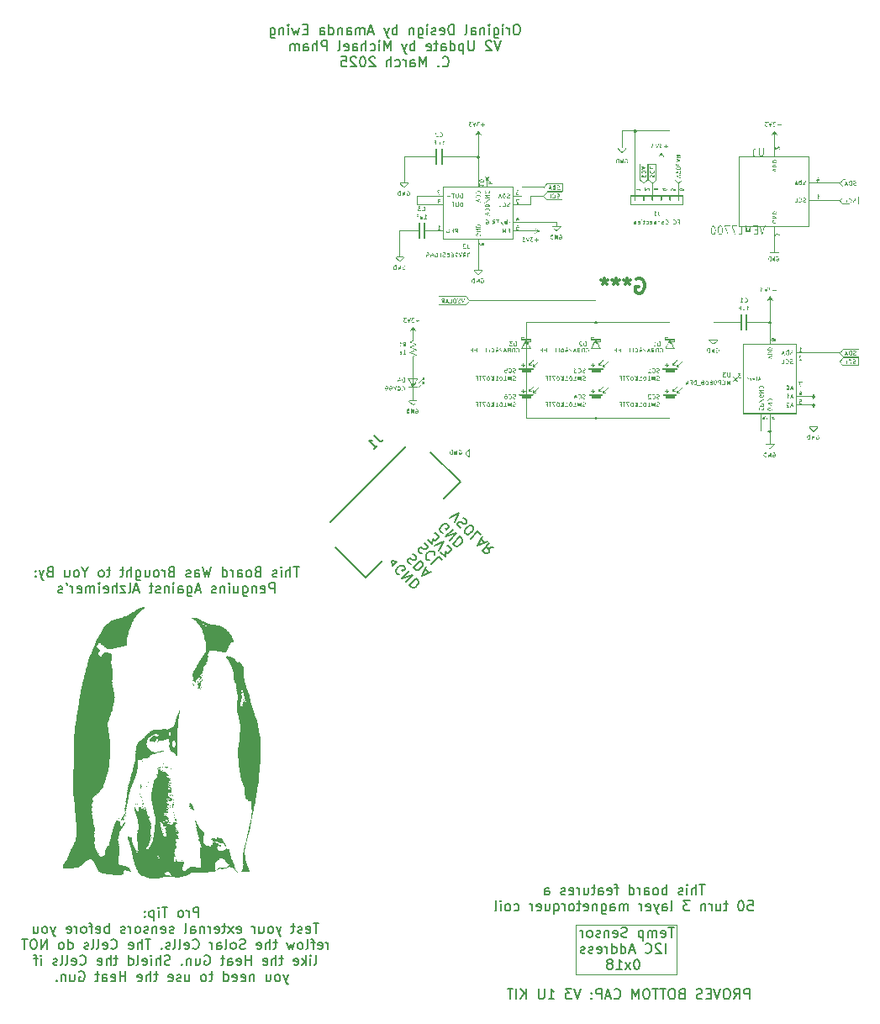
<source format=gbr>
%TF.GenerationSoftware,KiCad,Pcbnew,9.0.0*%
%TF.CreationDate,2025-03-12T19:06:34-07:00*%
%TF.ProjectId,Z_Face_V2,5a5f4661-6365-45f5-9632-2e6b69636164,3.1*%
%TF.SameCoordinates,Original*%
%TF.FileFunction,Legend,Bot*%
%TF.FilePolarity,Positive*%
%FSLAX46Y46*%
G04 Gerber Fmt 4.6, Leading zero omitted, Abs format (unit mm)*
G04 Created by KiCad (PCBNEW 9.0.0) date 2025-03-12 19:06:34*
%MOMM*%
%LPD*%
G01*
G04 APERTURE LIST*
%ADD10C,0.120000*%
%ADD11C,0.150000*%
%ADD12C,0.300000*%
%ADD13C,0.000000*%
%ADD14C,0.127000*%
%ADD15C,0.010000*%
%ADD16C,5.250000*%
%ADD17C,0.600000*%
G04 APERTURE END LIST*
D10*
X168200000Y-126300000D02*
X178400000Y-126300000D01*
X178400000Y-131300000D01*
X168200000Y-131300000D01*
X168200000Y-126300000D01*
D11*
X152946140Y-87870272D02*
X153080827Y-87937616D01*
X153080827Y-87937616D02*
X153249186Y-88105974D01*
X153249186Y-88105974D02*
X153282857Y-88206990D01*
X153282857Y-88206990D02*
X153282857Y-88274333D01*
X153282857Y-88274333D02*
X153249186Y-88375348D01*
X153249186Y-88375348D02*
X153181842Y-88442692D01*
X153181842Y-88442692D02*
X153080827Y-88476364D01*
X153080827Y-88476364D02*
X153013483Y-88476364D01*
X153013483Y-88476364D02*
X152912468Y-88442692D01*
X152912468Y-88442692D02*
X152744109Y-88341677D01*
X152744109Y-88341677D02*
X152643094Y-88308005D01*
X152643094Y-88308005D02*
X152575751Y-88308005D01*
X152575751Y-88308005D02*
X152474735Y-88341677D01*
X152474735Y-88341677D02*
X152407392Y-88409020D01*
X152407392Y-88409020D02*
X152373720Y-88510035D01*
X152373720Y-88510035D02*
X152373720Y-88577379D01*
X152373720Y-88577379D02*
X152407392Y-88678394D01*
X152407392Y-88678394D02*
X152575751Y-88846753D01*
X152575751Y-88846753D02*
X152710438Y-88914096D01*
X154023636Y-89015112D02*
X154023636Y-88947768D01*
X154023636Y-88947768D02*
X153956292Y-88813081D01*
X153956292Y-88813081D02*
X153888949Y-88745738D01*
X153888949Y-88745738D02*
X153754262Y-88678394D01*
X153754262Y-88678394D02*
X153619575Y-88678394D01*
X153619575Y-88678394D02*
X153518560Y-88712066D01*
X153518560Y-88712066D02*
X153350201Y-88813081D01*
X153350201Y-88813081D02*
X153249186Y-88914096D01*
X153249186Y-88914096D02*
X153148170Y-89082455D01*
X153148170Y-89082455D02*
X153114499Y-89183470D01*
X153114499Y-89183470D02*
X153114499Y-89318157D01*
X153114499Y-89318157D02*
X153181842Y-89452844D01*
X153181842Y-89452844D02*
X153249186Y-89520188D01*
X153249186Y-89520188D02*
X153383873Y-89587531D01*
X153383873Y-89587531D02*
X153451216Y-89587531D01*
X154730743Y-89587531D02*
X154394025Y-89250814D01*
X154394025Y-89250814D02*
X153686918Y-89957921D01*
X155528880Y-85299882D02*
X156471689Y-84828478D01*
X156471689Y-84828478D02*
X156000285Y-85771287D01*
X156875750Y-85299882D02*
X157010437Y-85367226D01*
X157010437Y-85367226D02*
X157178796Y-85535585D01*
X157178796Y-85535585D02*
X157212468Y-85636600D01*
X157212468Y-85636600D02*
X157212468Y-85703944D01*
X157212468Y-85703944D02*
X157178796Y-85804959D01*
X157178796Y-85804959D02*
X157111453Y-85872302D01*
X157111453Y-85872302D02*
X157010437Y-85905974D01*
X157010437Y-85905974D02*
X156943094Y-85905974D01*
X156943094Y-85905974D02*
X156842079Y-85872302D01*
X156842079Y-85872302D02*
X156673720Y-85771287D01*
X156673720Y-85771287D02*
X156572704Y-85737615D01*
X156572704Y-85737615D02*
X156505361Y-85737615D01*
X156505361Y-85737615D02*
X156404346Y-85771287D01*
X156404346Y-85771287D02*
X156337002Y-85838631D01*
X156337002Y-85838631D02*
X156303330Y-85939646D01*
X156303330Y-85939646D02*
X156303330Y-86006989D01*
X156303330Y-86006989D02*
X156337002Y-86108005D01*
X156337002Y-86108005D02*
X156505361Y-86276363D01*
X156505361Y-86276363D02*
X156640048Y-86343707D01*
X157044109Y-86815111D02*
X157178796Y-86949798D01*
X157178796Y-86949798D02*
X157279811Y-86983470D01*
X157279811Y-86983470D02*
X157414498Y-86983470D01*
X157414498Y-86983470D02*
X157582857Y-86882455D01*
X157582857Y-86882455D02*
X157818559Y-86646753D01*
X157818559Y-86646753D02*
X157919575Y-86478394D01*
X157919575Y-86478394D02*
X157919575Y-86343707D01*
X157919575Y-86343707D02*
X157885903Y-86242692D01*
X157885903Y-86242692D02*
X157751216Y-86108005D01*
X157751216Y-86108005D02*
X157650201Y-86074333D01*
X157650201Y-86074333D02*
X157515514Y-86074333D01*
X157515514Y-86074333D02*
X157347155Y-86175348D01*
X157347155Y-86175348D02*
X157111453Y-86411050D01*
X157111453Y-86411050D02*
X157010437Y-86579409D01*
X157010437Y-86579409D02*
X157010437Y-86714096D01*
X157010437Y-86714096D02*
X157044109Y-86815111D01*
X158694025Y-87050814D02*
X158357307Y-86714096D01*
X158357307Y-86714096D02*
X157650201Y-87421203D01*
X158694025Y-87454875D02*
X159030742Y-87791592D01*
X158828712Y-87185501D02*
X158357307Y-88128310D01*
X158357307Y-88128310D02*
X159300117Y-87656905D01*
X159939880Y-88296669D02*
X159367460Y-88397684D01*
X159535819Y-87892608D02*
X158828712Y-88599714D01*
X158828712Y-88599714D02*
X159098086Y-88869088D01*
X159098086Y-88869088D02*
X159199101Y-88902760D01*
X159199101Y-88902760D02*
X159266445Y-88902760D01*
X159266445Y-88902760D02*
X159367460Y-88869088D01*
X159367460Y-88869088D02*
X159468475Y-88768073D01*
X159468475Y-88768073D02*
X159502147Y-88667058D01*
X159502147Y-88667058D02*
X159502147Y-88599714D01*
X159502147Y-88599714D02*
X159468475Y-88498699D01*
X159468475Y-88498699D02*
X159199101Y-88229325D01*
X154809422Y-86813081D02*
X154708407Y-86779409D01*
X154708407Y-86779409D02*
X154607392Y-86678394D01*
X154607392Y-86678394D02*
X154540048Y-86543707D01*
X154540048Y-86543707D02*
X154540048Y-86409020D01*
X154540048Y-86409020D02*
X154573720Y-86308005D01*
X154573720Y-86308005D02*
X154674735Y-86139646D01*
X154674735Y-86139646D02*
X154775751Y-86038631D01*
X154775751Y-86038631D02*
X154944109Y-85937616D01*
X154944109Y-85937616D02*
X155045125Y-85903944D01*
X155045125Y-85903944D02*
X155179812Y-85903944D01*
X155179812Y-85903944D02*
X155314499Y-85971287D01*
X155314499Y-85971287D02*
X155381842Y-86038631D01*
X155381842Y-86038631D02*
X155449186Y-86173318D01*
X155449186Y-86173318D02*
X155449186Y-86240661D01*
X155449186Y-86240661D02*
X155213483Y-86476364D01*
X155213483Y-86476364D02*
X155078796Y-86341677D01*
X155819575Y-86476364D02*
X155112468Y-87183471D01*
X155112468Y-87183471D02*
X156223636Y-86880425D01*
X156223636Y-86880425D02*
X155516529Y-87587532D01*
X156560353Y-87217142D02*
X155853247Y-87924249D01*
X155853247Y-87924249D02*
X156021605Y-88092608D01*
X156021605Y-88092608D02*
X156156292Y-88159951D01*
X156156292Y-88159951D02*
X156290979Y-88159951D01*
X156290979Y-88159951D02*
X156391995Y-88126280D01*
X156391995Y-88126280D02*
X156560353Y-88025264D01*
X156560353Y-88025264D02*
X156661369Y-87924249D01*
X156661369Y-87924249D02*
X156762384Y-87755890D01*
X156762384Y-87755890D02*
X156796056Y-87654875D01*
X156796056Y-87654875D02*
X156796056Y-87520188D01*
X156796056Y-87520188D02*
X156728712Y-87385501D01*
X156728712Y-87385501D02*
X156560353Y-87217142D01*
X153339033Y-87510035D02*
X153776766Y-87947768D01*
X153776766Y-87947768D02*
X153810438Y-87442692D01*
X153810438Y-87442692D02*
X153911453Y-87543707D01*
X153911453Y-87543707D02*
X154012468Y-87577379D01*
X154012468Y-87577379D02*
X154079812Y-87577379D01*
X154079812Y-87577379D02*
X154180827Y-87543707D01*
X154180827Y-87543707D02*
X154349186Y-87375348D01*
X154349186Y-87375348D02*
X154382857Y-87274333D01*
X154382857Y-87274333D02*
X154382857Y-87206990D01*
X154382857Y-87206990D02*
X154349186Y-87105974D01*
X154349186Y-87105974D02*
X154147155Y-86903944D01*
X154147155Y-86903944D02*
X154046140Y-86870272D01*
X154046140Y-86870272D02*
X153978796Y-86870272D01*
X153978796Y-88149799D02*
X154921605Y-87678394D01*
X154921605Y-87678394D02*
X154450201Y-88621203D01*
X154618560Y-88789562D02*
X155056293Y-89227295D01*
X155056293Y-89227295D02*
X155089964Y-88722219D01*
X155089964Y-88722219D02*
X155190980Y-88823234D01*
X155190980Y-88823234D02*
X155291995Y-88856906D01*
X155291995Y-88856906D02*
X155359338Y-88856906D01*
X155359338Y-88856906D02*
X155460354Y-88823234D01*
X155460354Y-88823234D02*
X155628712Y-88654875D01*
X155628712Y-88654875D02*
X155662384Y-88553860D01*
X155662384Y-88553860D02*
X155662384Y-88486516D01*
X155662384Y-88486516D02*
X155628712Y-88385501D01*
X155628712Y-88385501D02*
X155426682Y-88183471D01*
X155426682Y-88183471D02*
X155325667Y-88149799D01*
X155325667Y-88149799D02*
X155258323Y-88149799D01*
X185714875Y-133754819D02*
X185714875Y-132754819D01*
X185714875Y-132754819D02*
X185333923Y-132754819D01*
X185333923Y-132754819D02*
X185238685Y-132802438D01*
X185238685Y-132802438D02*
X185191066Y-132850057D01*
X185191066Y-132850057D02*
X185143447Y-132945295D01*
X185143447Y-132945295D02*
X185143447Y-133088152D01*
X185143447Y-133088152D02*
X185191066Y-133183390D01*
X185191066Y-133183390D02*
X185238685Y-133231009D01*
X185238685Y-133231009D02*
X185333923Y-133278628D01*
X185333923Y-133278628D02*
X185714875Y-133278628D01*
X184143447Y-133754819D02*
X184476780Y-133278628D01*
X184714875Y-133754819D02*
X184714875Y-132754819D01*
X184714875Y-132754819D02*
X184333923Y-132754819D01*
X184333923Y-132754819D02*
X184238685Y-132802438D01*
X184238685Y-132802438D02*
X184191066Y-132850057D01*
X184191066Y-132850057D02*
X184143447Y-132945295D01*
X184143447Y-132945295D02*
X184143447Y-133088152D01*
X184143447Y-133088152D02*
X184191066Y-133183390D01*
X184191066Y-133183390D02*
X184238685Y-133231009D01*
X184238685Y-133231009D02*
X184333923Y-133278628D01*
X184333923Y-133278628D02*
X184714875Y-133278628D01*
X183524399Y-132754819D02*
X183333923Y-132754819D01*
X183333923Y-132754819D02*
X183238685Y-132802438D01*
X183238685Y-132802438D02*
X183143447Y-132897676D01*
X183143447Y-132897676D02*
X183095828Y-133088152D01*
X183095828Y-133088152D02*
X183095828Y-133421485D01*
X183095828Y-133421485D02*
X183143447Y-133611961D01*
X183143447Y-133611961D02*
X183238685Y-133707200D01*
X183238685Y-133707200D02*
X183333923Y-133754819D01*
X183333923Y-133754819D02*
X183524399Y-133754819D01*
X183524399Y-133754819D02*
X183619637Y-133707200D01*
X183619637Y-133707200D02*
X183714875Y-133611961D01*
X183714875Y-133611961D02*
X183762494Y-133421485D01*
X183762494Y-133421485D02*
X183762494Y-133088152D01*
X183762494Y-133088152D02*
X183714875Y-132897676D01*
X183714875Y-132897676D02*
X183619637Y-132802438D01*
X183619637Y-132802438D02*
X183524399Y-132754819D01*
X182810113Y-132754819D02*
X182476780Y-133754819D01*
X182476780Y-133754819D02*
X182143447Y-132754819D01*
X181810113Y-133231009D02*
X181476780Y-133231009D01*
X181333923Y-133754819D02*
X181810113Y-133754819D01*
X181810113Y-133754819D02*
X181810113Y-132754819D01*
X181810113Y-132754819D02*
X181333923Y-132754819D01*
X180952970Y-133707200D02*
X180810113Y-133754819D01*
X180810113Y-133754819D02*
X180572018Y-133754819D01*
X180572018Y-133754819D02*
X180476780Y-133707200D01*
X180476780Y-133707200D02*
X180429161Y-133659580D01*
X180429161Y-133659580D02*
X180381542Y-133564342D01*
X180381542Y-133564342D02*
X180381542Y-133469104D01*
X180381542Y-133469104D02*
X180429161Y-133373866D01*
X180429161Y-133373866D02*
X180476780Y-133326247D01*
X180476780Y-133326247D02*
X180572018Y-133278628D01*
X180572018Y-133278628D02*
X180762494Y-133231009D01*
X180762494Y-133231009D02*
X180857732Y-133183390D01*
X180857732Y-133183390D02*
X180905351Y-133135771D01*
X180905351Y-133135771D02*
X180952970Y-133040533D01*
X180952970Y-133040533D02*
X180952970Y-132945295D01*
X180952970Y-132945295D02*
X180905351Y-132850057D01*
X180905351Y-132850057D02*
X180857732Y-132802438D01*
X180857732Y-132802438D02*
X180762494Y-132754819D01*
X180762494Y-132754819D02*
X180524399Y-132754819D01*
X180524399Y-132754819D02*
X180381542Y-132802438D01*
X178857732Y-133231009D02*
X178714875Y-133278628D01*
X178714875Y-133278628D02*
X178667256Y-133326247D01*
X178667256Y-133326247D02*
X178619637Y-133421485D01*
X178619637Y-133421485D02*
X178619637Y-133564342D01*
X178619637Y-133564342D02*
X178667256Y-133659580D01*
X178667256Y-133659580D02*
X178714875Y-133707200D01*
X178714875Y-133707200D02*
X178810113Y-133754819D01*
X178810113Y-133754819D02*
X179191065Y-133754819D01*
X179191065Y-133754819D02*
X179191065Y-132754819D01*
X179191065Y-132754819D02*
X178857732Y-132754819D01*
X178857732Y-132754819D02*
X178762494Y-132802438D01*
X178762494Y-132802438D02*
X178714875Y-132850057D01*
X178714875Y-132850057D02*
X178667256Y-132945295D01*
X178667256Y-132945295D02*
X178667256Y-133040533D01*
X178667256Y-133040533D02*
X178714875Y-133135771D01*
X178714875Y-133135771D02*
X178762494Y-133183390D01*
X178762494Y-133183390D02*
X178857732Y-133231009D01*
X178857732Y-133231009D02*
X179191065Y-133231009D01*
X178000589Y-132754819D02*
X177810113Y-132754819D01*
X177810113Y-132754819D02*
X177714875Y-132802438D01*
X177714875Y-132802438D02*
X177619637Y-132897676D01*
X177619637Y-132897676D02*
X177572018Y-133088152D01*
X177572018Y-133088152D02*
X177572018Y-133421485D01*
X177572018Y-133421485D02*
X177619637Y-133611961D01*
X177619637Y-133611961D02*
X177714875Y-133707200D01*
X177714875Y-133707200D02*
X177810113Y-133754819D01*
X177810113Y-133754819D02*
X178000589Y-133754819D01*
X178000589Y-133754819D02*
X178095827Y-133707200D01*
X178095827Y-133707200D02*
X178191065Y-133611961D01*
X178191065Y-133611961D02*
X178238684Y-133421485D01*
X178238684Y-133421485D02*
X178238684Y-133088152D01*
X178238684Y-133088152D02*
X178191065Y-132897676D01*
X178191065Y-132897676D02*
X178095827Y-132802438D01*
X178095827Y-132802438D02*
X178000589Y-132754819D01*
X177286303Y-132754819D02*
X176714875Y-132754819D01*
X177000589Y-133754819D02*
X177000589Y-132754819D01*
X176524398Y-132754819D02*
X175952970Y-132754819D01*
X176238684Y-133754819D02*
X176238684Y-132754819D01*
X175429160Y-132754819D02*
X175238684Y-132754819D01*
X175238684Y-132754819D02*
X175143446Y-132802438D01*
X175143446Y-132802438D02*
X175048208Y-132897676D01*
X175048208Y-132897676D02*
X175000589Y-133088152D01*
X175000589Y-133088152D02*
X175000589Y-133421485D01*
X175000589Y-133421485D02*
X175048208Y-133611961D01*
X175048208Y-133611961D02*
X175143446Y-133707200D01*
X175143446Y-133707200D02*
X175238684Y-133754819D01*
X175238684Y-133754819D02*
X175429160Y-133754819D01*
X175429160Y-133754819D02*
X175524398Y-133707200D01*
X175524398Y-133707200D02*
X175619636Y-133611961D01*
X175619636Y-133611961D02*
X175667255Y-133421485D01*
X175667255Y-133421485D02*
X175667255Y-133088152D01*
X175667255Y-133088152D02*
X175619636Y-132897676D01*
X175619636Y-132897676D02*
X175524398Y-132802438D01*
X175524398Y-132802438D02*
X175429160Y-132754819D01*
X174572017Y-133754819D02*
X174572017Y-132754819D01*
X174572017Y-132754819D02*
X174238684Y-133469104D01*
X174238684Y-133469104D02*
X173905351Y-132754819D01*
X173905351Y-132754819D02*
X173905351Y-133754819D01*
X172095827Y-133659580D02*
X172143446Y-133707200D01*
X172143446Y-133707200D02*
X172286303Y-133754819D01*
X172286303Y-133754819D02*
X172381541Y-133754819D01*
X172381541Y-133754819D02*
X172524398Y-133707200D01*
X172524398Y-133707200D02*
X172619636Y-133611961D01*
X172619636Y-133611961D02*
X172667255Y-133516723D01*
X172667255Y-133516723D02*
X172714874Y-133326247D01*
X172714874Y-133326247D02*
X172714874Y-133183390D01*
X172714874Y-133183390D02*
X172667255Y-132992914D01*
X172667255Y-132992914D02*
X172619636Y-132897676D01*
X172619636Y-132897676D02*
X172524398Y-132802438D01*
X172524398Y-132802438D02*
X172381541Y-132754819D01*
X172381541Y-132754819D02*
X172286303Y-132754819D01*
X172286303Y-132754819D02*
X172143446Y-132802438D01*
X172143446Y-132802438D02*
X172095827Y-132850057D01*
X171714874Y-133469104D02*
X171238684Y-133469104D01*
X171810112Y-133754819D02*
X171476779Y-132754819D01*
X171476779Y-132754819D02*
X171143446Y-133754819D01*
X170810112Y-133754819D02*
X170810112Y-132754819D01*
X170810112Y-132754819D02*
X170429160Y-132754819D01*
X170429160Y-132754819D02*
X170333922Y-132802438D01*
X170333922Y-132802438D02*
X170286303Y-132850057D01*
X170286303Y-132850057D02*
X170238684Y-132945295D01*
X170238684Y-132945295D02*
X170238684Y-133088152D01*
X170238684Y-133088152D02*
X170286303Y-133183390D01*
X170286303Y-133183390D02*
X170333922Y-133231009D01*
X170333922Y-133231009D02*
X170429160Y-133278628D01*
X170429160Y-133278628D02*
X170810112Y-133278628D01*
X169810112Y-133659580D02*
X169762493Y-133707200D01*
X169762493Y-133707200D02*
X169810112Y-133754819D01*
X169810112Y-133754819D02*
X169857731Y-133707200D01*
X169857731Y-133707200D02*
X169810112Y-133659580D01*
X169810112Y-133659580D02*
X169810112Y-133754819D01*
X169810112Y-133135771D02*
X169762493Y-133183390D01*
X169762493Y-133183390D02*
X169810112Y-133231009D01*
X169810112Y-133231009D02*
X169857731Y-133183390D01*
X169857731Y-133183390D02*
X169810112Y-133135771D01*
X169810112Y-133135771D02*
X169810112Y-133231009D01*
X168714874Y-132754819D02*
X168381541Y-133754819D01*
X168381541Y-133754819D02*
X168048208Y-132754819D01*
X167810112Y-132754819D02*
X167191065Y-132754819D01*
X167191065Y-132754819D02*
X167524398Y-133135771D01*
X167524398Y-133135771D02*
X167381541Y-133135771D01*
X167381541Y-133135771D02*
X167286303Y-133183390D01*
X167286303Y-133183390D02*
X167238684Y-133231009D01*
X167238684Y-133231009D02*
X167191065Y-133326247D01*
X167191065Y-133326247D02*
X167191065Y-133564342D01*
X167191065Y-133564342D02*
X167238684Y-133659580D01*
X167238684Y-133659580D02*
X167286303Y-133707200D01*
X167286303Y-133707200D02*
X167381541Y-133754819D01*
X167381541Y-133754819D02*
X167667255Y-133754819D01*
X167667255Y-133754819D02*
X167762493Y-133707200D01*
X167762493Y-133707200D02*
X167810112Y-133659580D01*
X165476779Y-133754819D02*
X166048207Y-133754819D01*
X165762493Y-133754819D02*
X165762493Y-132754819D01*
X165762493Y-132754819D02*
X165857731Y-132897676D01*
X165857731Y-132897676D02*
X165952969Y-132992914D01*
X165952969Y-132992914D02*
X166048207Y-133040533D01*
X165048207Y-132754819D02*
X165048207Y-133564342D01*
X165048207Y-133564342D02*
X165000588Y-133659580D01*
X165000588Y-133659580D02*
X164952969Y-133707200D01*
X164952969Y-133707200D02*
X164857731Y-133754819D01*
X164857731Y-133754819D02*
X164667255Y-133754819D01*
X164667255Y-133754819D02*
X164572017Y-133707200D01*
X164572017Y-133707200D02*
X164524398Y-133659580D01*
X164524398Y-133659580D02*
X164476779Y-133564342D01*
X164476779Y-133564342D02*
X164476779Y-132754819D01*
X163238683Y-133754819D02*
X163238683Y-132754819D01*
X162667255Y-133754819D02*
X163095826Y-133183390D01*
X162667255Y-132754819D02*
X163238683Y-133326247D01*
X162238683Y-133754819D02*
X162238683Y-132754819D01*
X161905350Y-132754819D02*
X161333922Y-132754819D01*
X161619636Y-133754819D02*
X161619636Y-132754819D01*
X162357143Y-35649931D02*
X162166667Y-35649931D01*
X162166667Y-35649931D02*
X162071429Y-35697550D01*
X162071429Y-35697550D02*
X161976191Y-35792788D01*
X161976191Y-35792788D02*
X161928572Y-35983264D01*
X161928572Y-35983264D02*
X161928572Y-36316597D01*
X161928572Y-36316597D02*
X161976191Y-36507073D01*
X161976191Y-36507073D02*
X162071429Y-36602312D01*
X162071429Y-36602312D02*
X162166667Y-36649931D01*
X162166667Y-36649931D02*
X162357143Y-36649931D01*
X162357143Y-36649931D02*
X162452381Y-36602312D01*
X162452381Y-36602312D02*
X162547619Y-36507073D01*
X162547619Y-36507073D02*
X162595238Y-36316597D01*
X162595238Y-36316597D02*
X162595238Y-35983264D01*
X162595238Y-35983264D02*
X162547619Y-35792788D01*
X162547619Y-35792788D02*
X162452381Y-35697550D01*
X162452381Y-35697550D02*
X162357143Y-35649931D01*
X161500000Y-36649931D02*
X161500000Y-35983264D01*
X161500000Y-36173740D02*
X161452381Y-36078502D01*
X161452381Y-36078502D02*
X161404762Y-36030883D01*
X161404762Y-36030883D02*
X161309524Y-35983264D01*
X161309524Y-35983264D02*
X161214286Y-35983264D01*
X160880952Y-36649931D02*
X160880952Y-35983264D01*
X160880952Y-35649931D02*
X160928571Y-35697550D01*
X160928571Y-35697550D02*
X160880952Y-35745169D01*
X160880952Y-35745169D02*
X160833333Y-35697550D01*
X160833333Y-35697550D02*
X160880952Y-35649931D01*
X160880952Y-35649931D02*
X160880952Y-35745169D01*
X159976191Y-35983264D02*
X159976191Y-36792788D01*
X159976191Y-36792788D02*
X160023810Y-36888026D01*
X160023810Y-36888026D02*
X160071429Y-36935645D01*
X160071429Y-36935645D02*
X160166667Y-36983264D01*
X160166667Y-36983264D02*
X160309524Y-36983264D01*
X160309524Y-36983264D02*
X160404762Y-36935645D01*
X159976191Y-36602312D02*
X160071429Y-36649931D01*
X160071429Y-36649931D02*
X160261905Y-36649931D01*
X160261905Y-36649931D02*
X160357143Y-36602312D01*
X160357143Y-36602312D02*
X160404762Y-36554692D01*
X160404762Y-36554692D02*
X160452381Y-36459454D01*
X160452381Y-36459454D02*
X160452381Y-36173740D01*
X160452381Y-36173740D02*
X160404762Y-36078502D01*
X160404762Y-36078502D02*
X160357143Y-36030883D01*
X160357143Y-36030883D02*
X160261905Y-35983264D01*
X160261905Y-35983264D02*
X160071429Y-35983264D01*
X160071429Y-35983264D02*
X159976191Y-36030883D01*
X159500000Y-36649931D02*
X159500000Y-35983264D01*
X159500000Y-35649931D02*
X159547619Y-35697550D01*
X159547619Y-35697550D02*
X159500000Y-35745169D01*
X159500000Y-35745169D02*
X159452381Y-35697550D01*
X159452381Y-35697550D02*
X159500000Y-35649931D01*
X159500000Y-35649931D02*
X159500000Y-35745169D01*
X159023810Y-35983264D02*
X159023810Y-36649931D01*
X159023810Y-36078502D02*
X158976191Y-36030883D01*
X158976191Y-36030883D02*
X158880953Y-35983264D01*
X158880953Y-35983264D02*
X158738096Y-35983264D01*
X158738096Y-35983264D02*
X158642858Y-36030883D01*
X158642858Y-36030883D02*
X158595239Y-36126121D01*
X158595239Y-36126121D02*
X158595239Y-36649931D01*
X157690477Y-36649931D02*
X157690477Y-36126121D01*
X157690477Y-36126121D02*
X157738096Y-36030883D01*
X157738096Y-36030883D02*
X157833334Y-35983264D01*
X157833334Y-35983264D02*
X158023810Y-35983264D01*
X158023810Y-35983264D02*
X158119048Y-36030883D01*
X157690477Y-36602312D02*
X157785715Y-36649931D01*
X157785715Y-36649931D02*
X158023810Y-36649931D01*
X158023810Y-36649931D02*
X158119048Y-36602312D01*
X158119048Y-36602312D02*
X158166667Y-36507073D01*
X158166667Y-36507073D02*
X158166667Y-36411835D01*
X158166667Y-36411835D02*
X158119048Y-36316597D01*
X158119048Y-36316597D02*
X158023810Y-36268978D01*
X158023810Y-36268978D02*
X157785715Y-36268978D01*
X157785715Y-36268978D02*
X157690477Y-36221359D01*
X157071429Y-36649931D02*
X157166667Y-36602312D01*
X157166667Y-36602312D02*
X157214286Y-36507073D01*
X157214286Y-36507073D02*
X157214286Y-35649931D01*
X155928571Y-36649931D02*
X155928571Y-35649931D01*
X155928571Y-35649931D02*
X155690476Y-35649931D01*
X155690476Y-35649931D02*
X155547619Y-35697550D01*
X155547619Y-35697550D02*
X155452381Y-35792788D01*
X155452381Y-35792788D02*
X155404762Y-35888026D01*
X155404762Y-35888026D02*
X155357143Y-36078502D01*
X155357143Y-36078502D02*
X155357143Y-36221359D01*
X155357143Y-36221359D02*
X155404762Y-36411835D01*
X155404762Y-36411835D02*
X155452381Y-36507073D01*
X155452381Y-36507073D02*
X155547619Y-36602312D01*
X155547619Y-36602312D02*
X155690476Y-36649931D01*
X155690476Y-36649931D02*
X155928571Y-36649931D01*
X154547619Y-36602312D02*
X154642857Y-36649931D01*
X154642857Y-36649931D02*
X154833333Y-36649931D01*
X154833333Y-36649931D02*
X154928571Y-36602312D01*
X154928571Y-36602312D02*
X154976190Y-36507073D01*
X154976190Y-36507073D02*
X154976190Y-36126121D01*
X154976190Y-36126121D02*
X154928571Y-36030883D01*
X154928571Y-36030883D02*
X154833333Y-35983264D01*
X154833333Y-35983264D02*
X154642857Y-35983264D01*
X154642857Y-35983264D02*
X154547619Y-36030883D01*
X154547619Y-36030883D02*
X154500000Y-36126121D01*
X154500000Y-36126121D02*
X154500000Y-36221359D01*
X154500000Y-36221359D02*
X154976190Y-36316597D01*
X154119047Y-36602312D02*
X154023809Y-36649931D01*
X154023809Y-36649931D02*
X153833333Y-36649931D01*
X153833333Y-36649931D02*
X153738095Y-36602312D01*
X153738095Y-36602312D02*
X153690476Y-36507073D01*
X153690476Y-36507073D02*
X153690476Y-36459454D01*
X153690476Y-36459454D02*
X153738095Y-36364216D01*
X153738095Y-36364216D02*
X153833333Y-36316597D01*
X153833333Y-36316597D02*
X153976190Y-36316597D01*
X153976190Y-36316597D02*
X154071428Y-36268978D01*
X154071428Y-36268978D02*
X154119047Y-36173740D01*
X154119047Y-36173740D02*
X154119047Y-36126121D01*
X154119047Y-36126121D02*
X154071428Y-36030883D01*
X154071428Y-36030883D02*
X153976190Y-35983264D01*
X153976190Y-35983264D02*
X153833333Y-35983264D01*
X153833333Y-35983264D02*
X153738095Y-36030883D01*
X153261904Y-36649931D02*
X153261904Y-35983264D01*
X153261904Y-35649931D02*
X153309523Y-35697550D01*
X153309523Y-35697550D02*
X153261904Y-35745169D01*
X153261904Y-35745169D02*
X153214285Y-35697550D01*
X153214285Y-35697550D02*
X153261904Y-35649931D01*
X153261904Y-35649931D02*
X153261904Y-35745169D01*
X152357143Y-35983264D02*
X152357143Y-36792788D01*
X152357143Y-36792788D02*
X152404762Y-36888026D01*
X152404762Y-36888026D02*
X152452381Y-36935645D01*
X152452381Y-36935645D02*
X152547619Y-36983264D01*
X152547619Y-36983264D02*
X152690476Y-36983264D01*
X152690476Y-36983264D02*
X152785714Y-36935645D01*
X152357143Y-36602312D02*
X152452381Y-36649931D01*
X152452381Y-36649931D02*
X152642857Y-36649931D01*
X152642857Y-36649931D02*
X152738095Y-36602312D01*
X152738095Y-36602312D02*
X152785714Y-36554692D01*
X152785714Y-36554692D02*
X152833333Y-36459454D01*
X152833333Y-36459454D02*
X152833333Y-36173740D01*
X152833333Y-36173740D02*
X152785714Y-36078502D01*
X152785714Y-36078502D02*
X152738095Y-36030883D01*
X152738095Y-36030883D02*
X152642857Y-35983264D01*
X152642857Y-35983264D02*
X152452381Y-35983264D01*
X152452381Y-35983264D02*
X152357143Y-36030883D01*
X151880952Y-35983264D02*
X151880952Y-36649931D01*
X151880952Y-36078502D02*
X151833333Y-36030883D01*
X151833333Y-36030883D02*
X151738095Y-35983264D01*
X151738095Y-35983264D02*
X151595238Y-35983264D01*
X151595238Y-35983264D02*
X151500000Y-36030883D01*
X151500000Y-36030883D02*
X151452381Y-36126121D01*
X151452381Y-36126121D02*
X151452381Y-36649931D01*
X150214285Y-36649931D02*
X150214285Y-35649931D01*
X150214285Y-36030883D02*
X150119047Y-35983264D01*
X150119047Y-35983264D02*
X149928571Y-35983264D01*
X149928571Y-35983264D02*
X149833333Y-36030883D01*
X149833333Y-36030883D02*
X149785714Y-36078502D01*
X149785714Y-36078502D02*
X149738095Y-36173740D01*
X149738095Y-36173740D02*
X149738095Y-36459454D01*
X149738095Y-36459454D02*
X149785714Y-36554692D01*
X149785714Y-36554692D02*
X149833333Y-36602312D01*
X149833333Y-36602312D02*
X149928571Y-36649931D01*
X149928571Y-36649931D02*
X150119047Y-36649931D01*
X150119047Y-36649931D02*
X150214285Y-36602312D01*
X149404761Y-35983264D02*
X149166666Y-36649931D01*
X148928571Y-35983264D02*
X149166666Y-36649931D01*
X149166666Y-36649931D02*
X149261904Y-36888026D01*
X149261904Y-36888026D02*
X149309523Y-36935645D01*
X149309523Y-36935645D02*
X149404761Y-36983264D01*
X147833332Y-36364216D02*
X147357142Y-36364216D01*
X147928570Y-36649931D02*
X147595237Y-35649931D01*
X147595237Y-35649931D02*
X147261904Y-36649931D01*
X146928570Y-36649931D02*
X146928570Y-35983264D01*
X146928570Y-36078502D02*
X146880951Y-36030883D01*
X146880951Y-36030883D02*
X146785713Y-35983264D01*
X146785713Y-35983264D02*
X146642856Y-35983264D01*
X146642856Y-35983264D02*
X146547618Y-36030883D01*
X146547618Y-36030883D02*
X146499999Y-36126121D01*
X146499999Y-36126121D02*
X146499999Y-36649931D01*
X146499999Y-36126121D02*
X146452380Y-36030883D01*
X146452380Y-36030883D02*
X146357142Y-35983264D01*
X146357142Y-35983264D02*
X146214285Y-35983264D01*
X146214285Y-35983264D02*
X146119046Y-36030883D01*
X146119046Y-36030883D02*
X146071427Y-36126121D01*
X146071427Y-36126121D02*
X146071427Y-36649931D01*
X145166666Y-36649931D02*
X145166666Y-36126121D01*
X145166666Y-36126121D02*
X145214285Y-36030883D01*
X145214285Y-36030883D02*
X145309523Y-35983264D01*
X145309523Y-35983264D02*
X145499999Y-35983264D01*
X145499999Y-35983264D02*
X145595237Y-36030883D01*
X145166666Y-36602312D02*
X145261904Y-36649931D01*
X145261904Y-36649931D02*
X145499999Y-36649931D01*
X145499999Y-36649931D02*
X145595237Y-36602312D01*
X145595237Y-36602312D02*
X145642856Y-36507073D01*
X145642856Y-36507073D02*
X145642856Y-36411835D01*
X145642856Y-36411835D02*
X145595237Y-36316597D01*
X145595237Y-36316597D02*
X145499999Y-36268978D01*
X145499999Y-36268978D02*
X145261904Y-36268978D01*
X145261904Y-36268978D02*
X145166666Y-36221359D01*
X144690475Y-35983264D02*
X144690475Y-36649931D01*
X144690475Y-36078502D02*
X144642856Y-36030883D01*
X144642856Y-36030883D02*
X144547618Y-35983264D01*
X144547618Y-35983264D02*
X144404761Y-35983264D01*
X144404761Y-35983264D02*
X144309523Y-36030883D01*
X144309523Y-36030883D02*
X144261904Y-36126121D01*
X144261904Y-36126121D02*
X144261904Y-36649931D01*
X143357142Y-36649931D02*
X143357142Y-35649931D01*
X143357142Y-36602312D02*
X143452380Y-36649931D01*
X143452380Y-36649931D02*
X143642856Y-36649931D01*
X143642856Y-36649931D02*
X143738094Y-36602312D01*
X143738094Y-36602312D02*
X143785713Y-36554692D01*
X143785713Y-36554692D02*
X143833332Y-36459454D01*
X143833332Y-36459454D02*
X143833332Y-36173740D01*
X143833332Y-36173740D02*
X143785713Y-36078502D01*
X143785713Y-36078502D02*
X143738094Y-36030883D01*
X143738094Y-36030883D02*
X143642856Y-35983264D01*
X143642856Y-35983264D02*
X143452380Y-35983264D01*
X143452380Y-35983264D02*
X143357142Y-36030883D01*
X142452380Y-36649931D02*
X142452380Y-36126121D01*
X142452380Y-36126121D02*
X142499999Y-36030883D01*
X142499999Y-36030883D02*
X142595237Y-35983264D01*
X142595237Y-35983264D02*
X142785713Y-35983264D01*
X142785713Y-35983264D02*
X142880951Y-36030883D01*
X142452380Y-36602312D02*
X142547618Y-36649931D01*
X142547618Y-36649931D02*
X142785713Y-36649931D01*
X142785713Y-36649931D02*
X142880951Y-36602312D01*
X142880951Y-36602312D02*
X142928570Y-36507073D01*
X142928570Y-36507073D02*
X142928570Y-36411835D01*
X142928570Y-36411835D02*
X142880951Y-36316597D01*
X142880951Y-36316597D02*
X142785713Y-36268978D01*
X142785713Y-36268978D02*
X142547618Y-36268978D01*
X142547618Y-36268978D02*
X142452380Y-36221359D01*
X141214284Y-36126121D02*
X140880951Y-36126121D01*
X140738094Y-36649931D02*
X141214284Y-36649931D01*
X141214284Y-36649931D02*
X141214284Y-35649931D01*
X141214284Y-35649931D02*
X140738094Y-35649931D01*
X140404760Y-35983264D02*
X140214284Y-36649931D01*
X140214284Y-36649931D02*
X140023808Y-36173740D01*
X140023808Y-36173740D02*
X139833332Y-36649931D01*
X139833332Y-36649931D02*
X139642856Y-35983264D01*
X139261903Y-36649931D02*
X139261903Y-35983264D01*
X139261903Y-35649931D02*
X139309522Y-35697550D01*
X139309522Y-35697550D02*
X139261903Y-35745169D01*
X139261903Y-35745169D02*
X139214284Y-35697550D01*
X139214284Y-35697550D02*
X139261903Y-35649931D01*
X139261903Y-35649931D02*
X139261903Y-35745169D01*
X138785713Y-35983264D02*
X138785713Y-36649931D01*
X138785713Y-36078502D02*
X138738094Y-36030883D01*
X138738094Y-36030883D02*
X138642856Y-35983264D01*
X138642856Y-35983264D02*
X138499999Y-35983264D01*
X138499999Y-35983264D02*
X138404761Y-36030883D01*
X138404761Y-36030883D02*
X138357142Y-36126121D01*
X138357142Y-36126121D02*
X138357142Y-36649931D01*
X137452380Y-35983264D02*
X137452380Y-36792788D01*
X137452380Y-36792788D02*
X137499999Y-36888026D01*
X137499999Y-36888026D02*
X137547618Y-36935645D01*
X137547618Y-36935645D02*
X137642856Y-36983264D01*
X137642856Y-36983264D02*
X137785713Y-36983264D01*
X137785713Y-36983264D02*
X137880951Y-36935645D01*
X137452380Y-36602312D02*
X137547618Y-36649931D01*
X137547618Y-36649931D02*
X137738094Y-36649931D01*
X137738094Y-36649931D02*
X137833332Y-36602312D01*
X137833332Y-36602312D02*
X137880951Y-36554692D01*
X137880951Y-36554692D02*
X137928570Y-36459454D01*
X137928570Y-36459454D02*
X137928570Y-36173740D01*
X137928570Y-36173740D02*
X137880951Y-36078502D01*
X137880951Y-36078502D02*
X137833332Y-36030883D01*
X137833332Y-36030883D02*
X137738094Y-35983264D01*
X137738094Y-35983264D02*
X137547618Y-35983264D01*
X137547618Y-35983264D02*
X137452380Y-36030883D01*
X160666667Y-37259875D02*
X160333334Y-38259875D01*
X160333334Y-38259875D02*
X160000001Y-37259875D01*
X159714286Y-37355113D02*
X159666667Y-37307494D01*
X159666667Y-37307494D02*
X159571429Y-37259875D01*
X159571429Y-37259875D02*
X159333334Y-37259875D01*
X159333334Y-37259875D02*
X159238096Y-37307494D01*
X159238096Y-37307494D02*
X159190477Y-37355113D01*
X159190477Y-37355113D02*
X159142858Y-37450351D01*
X159142858Y-37450351D02*
X159142858Y-37545589D01*
X159142858Y-37545589D02*
X159190477Y-37688446D01*
X159190477Y-37688446D02*
X159761905Y-38259875D01*
X159761905Y-38259875D02*
X159142858Y-38259875D01*
X157952381Y-37259875D02*
X157952381Y-38069398D01*
X157952381Y-38069398D02*
X157904762Y-38164636D01*
X157904762Y-38164636D02*
X157857143Y-38212256D01*
X157857143Y-38212256D02*
X157761905Y-38259875D01*
X157761905Y-38259875D02*
X157571429Y-38259875D01*
X157571429Y-38259875D02*
X157476191Y-38212256D01*
X157476191Y-38212256D02*
X157428572Y-38164636D01*
X157428572Y-38164636D02*
X157380953Y-38069398D01*
X157380953Y-38069398D02*
X157380953Y-37259875D01*
X156904762Y-37593208D02*
X156904762Y-38593208D01*
X156904762Y-37640827D02*
X156809524Y-37593208D01*
X156809524Y-37593208D02*
X156619048Y-37593208D01*
X156619048Y-37593208D02*
X156523810Y-37640827D01*
X156523810Y-37640827D02*
X156476191Y-37688446D01*
X156476191Y-37688446D02*
X156428572Y-37783684D01*
X156428572Y-37783684D02*
X156428572Y-38069398D01*
X156428572Y-38069398D02*
X156476191Y-38164636D01*
X156476191Y-38164636D02*
X156523810Y-38212256D01*
X156523810Y-38212256D02*
X156619048Y-38259875D01*
X156619048Y-38259875D02*
X156809524Y-38259875D01*
X156809524Y-38259875D02*
X156904762Y-38212256D01*
X155571429Y-38259875D02*
X155571429Y-37259875D01*
X155571429Y-38212256D02*
X155666667Y-38259875D01*
X155666667Y-38259875D02*
X155857143Y-38259875D01*
X155857143Y-38259875D02*
X155952381Y-38212256D01*
X155952381Y-38212256D02*
X156000000Y-38164636D01*
X156000000Y-38164636D02*
X156047619Y-38069398D01*
X156047619Y-38069398D02*
X156047619Y-37783684D01*
X156047619Y-37783684D02*
X156000000Y-37688446D01*
X156000000Y-37688446D02*
X155952381Y-37640827D01*
X155952381Y-37640827D02*
X155857143Y-37593208D01*
X155857143Y-37593208D02*
X155666667Y-37593208D01*
X155666667Y-37593208D02*
X155571429Y-37640827D01*
X154666667Y-38259875D02*
X154666667Y-37736065D01*
X154666667Y-37736065D02*
X154714286Y-37640827D01*
X154714286Y-37640827D02*
X154809524Y-37593208D01*
X154809524Y-37593208D02*
X155000000Y-37593208D01*
X155000000Y-37593208D02*
X155095238Y-37640827D01*
X154666667Y-38212256D02*
X154761905Y-38259875D01*
X154761905Y-38259875D02*
X155000000Y-38259875D01*
X155000000Y-38259875D02*
X155095238Y-38212256D01*
X155095238Y-38212256D02*
X155142857Y-38117017D01*
X155142857Y-38117017D02*
X155142857Y-38021779D01*
X155142857Y-38021779D02*
X155095238Y-37926541D01*
X155095238Y-37926541D02*
X155000000Y-37878922D01*
X155000000Y-37878922D02*
X154761905Y-37878922D01*
X154761905Y-37878922D02*
X154666667Y-37831303D01*
X154333333Y-37593208D02*
X153952381Y-37593208D01*
X154190476Y-37259875D02*
X154190476Y-38117017D01*
X154190476Y-38117017D02*
X154142857Y-38212256D01*
X154142857Y-38212256D02*
X154047619Y-38259875D01*
X154047619Y-38259875D02*
X153952381Y-38259875D01*
X153238095Y-38212256D02*
X153333333Y-38259875D01*
X153333333Y-38259875D02*
X153523809Y-38259875D01*
X153523809Y-38259875D02*
X153619047Y-38212256D01*
X153619047Y-38212256D02*
X153666666Y-38117017D01*
X153666666Y-38117017D02*
X153666666Y-37736065D01*
X153666666Y-37736065D02*
X153619047Y-37640827D01*
X153619047Y-37640827D02*
X153523809Y-37593208D01*
X153523809Y-37593208D02*
X153333333Y-37593208D01*
X153333333Y-37593208D02*
X153238095Y-37640827D01*
X153238095Y-37640827D02*
X153190476Y-37736065D01*
X153190476Y-37736065D02*
X153190476Y-37831303D01*
X153190476Y-37831303D02*
X153666666Y-37926541D01*
X151999999Y-38259875D02*
X151999999Y-37259875D01*
X151999999Y-37640827D02*
X151904761Y-37593208D01*
X151904761Y-37593208D02*
X151714285Y-37593208D01*
X151714285Y-37593208D02*
X151619047Y-37640827D01*
X151619047Y-37640827D02*
X151571428Y-37688446D01*
X151571428Y-37688446D02*
X151523809Y-37783684D01*
X151523809Y-37783684D02*
X151523809Y-38069398D01*
X151523809Y-38069398D02*
X151571428Y-38164636D01*
X151571428Y-38164636D02*
X151619047Y-38212256D01*
X151619047Y-38212256D02*
X151714285Y-38259875D01*
X151714285Y-38259875D02*
X151904761Y-38259875D01*
X151904761Y-38259875D02*
X151999999Y-38212256D01*
X151190475Y-37593208D02*
X150952380Y-38259875D01*
X150714285Y-37593208D02*
X150952380Y-38259875D01*
X150952380Y-38259875D02*
X151047618Y-38497970D01*
X151047618Y-38497970D02*
X151095237Y-38545589D01*
X151095237Y-38545589D02*
X151190475Y-38593208D01*
X149571427Y-38259875D02*
X149571427Y-37259875D01*
X149571427Y-37259875D02*
X149238094Y-37974160D01*
X149238094Y-37974160D02*
X148904761Y-37259875D01*
X148904761Y-37259875D02*
X148904761Y-38259875D01*
X148428570Y-38259875D02*
X148428570Y-37593208D01*
X148428570Y-37259875D02*
X148476189Y-37307494D01*
X148476189Y-37307494D02*
X148428570Y-37355113D01*
X148428570Y-37355113D02*
X148380951Y-37307494D01*
X148380951Y-37307494D02*
X148428570Y-37259875D01*
X148428570Y-37259875D02*
X148428570Y-37355113D01*
X147523809Y-38212256D02*
X147619047Y-38259875D01*
X147619047Y-38259875D02*
X147809523Y-38259875D01*
X147809523Y-38259875D02*
X147904761Y-38212256D01*
X147904761Y-38212256D02*
X147952380Y-38164636D01*
X147952380Y-38164636D02*
X147999999Y-38069398D01*
X147999999Y-38069398D02*
X147999999Y-37783684D01*
X147999999Y-37783684D02*
X147952380Y-37688446D01*
X147952380Y-37688446D02*
X147904761Y-37640827D01*
X147904761Y-37640827D02*
X147809523Y-37593208D01*
X147809523Y-37593208D02*
X147619047Y-37593208D01*
X147619047Y-37593208D02*
X147523809Y-37640827D01*
X147095237Y-38259875D02*
X147095237Y-37259875D01*
X146666666Y-38259875D02*
X146666666Y-37736065D01*
X146666666Y-37736065D02*
X146714285Y-37640827D01*
X146714285Y-37640827D02*
X146809523Y-37593208D01*
X146809523Y-37593208D02*
X146952380Y-37593208D01*
X146952380Y-37593208D02*
X147047618Y-37640827D01*
X147047618Y-37640827D02*
X147095237Y-37688446D01*
X145761904Y-38259875D02*
X145761904Y-37736065D01*
X145761904Y-37736065D02*
X145809523Y-37640827D01*
X145809523Y-37640827D02*
X145904761Y-37593208D01*
X145904761Y-37593208D02*
X146095237Y-37593208D01*
X146095237Y-37593208D02*
X146190475Y-37640827D01*
X145761904Y-38212256D02*
X145857142Y-38259875D01*
X145857142Y-38259875D02*
X146095237Y-38259875D01*
X146095237Y-38259875D02*
X146190475Y-38212256D01*
X146190475Y-38212256D02*
X146238094Y-38117017D01*
X146238094Y-38117017D02*
X146238094Y-38021779D01*
X146238094Y-38021779D02*
X146190475Y-37926541D01*
X146190475Y-37926541D02*
X146095237Y-37878922D01*
X146095237Y-37878922D02*
X145857142Y-37878922D01*
X145857142Y-37878922D02*
X145761904Y-37831303D01*
X144904761Y-38212256D02*
X144999999Y-38259875D01*
X144999999Y-38259875D02*
X145190475Y-38259875D01*
X145190475Y-38259875D02*
X145285713Y-38212256D01*
X145285713Y-38212256D02*
X145333332Y-38117017D01*
X145333332Y-38117017D02*
X145333332Y-37736065D01*
X145333332Y-37736065D02*
X145285713Y-37640827D01*
X145285713Y-37640827D02*
X145190475Y-37593208D01*
X145190475Y-37593208D02*
X144999999Y-37593208D01*
X144999999Y-37593208D02*
X144904761Y-37640827D01*
X144904761Y-37640827D02*
X144857142Y-37736065D01*
X144857142Y-37736065D02*
X144857142Y-37831303D01*
X144857142Y-37831303D02*
X145333332Y-37926541D01*
X144285713Y-38259875D02*
X144380951Y-38212256D01*
X144380951Y-38212256D02*
X144428570Y-38117017D01*
X144428570Y-38117017D02*
X144428570Y-37259875D01*
X143142855Y-38259875D02*
X143142855Y-37259875D01*
X143142855Y-37259875D02*
X142761903Y-37259875D01*
X142761903Y-37259875D02*
X142666665Y-37307494D01*
X142666665Y-37307494D02*
X142619046Y-37355113D01*
X142619046Y-37355113D02*
X142571427Y-37450351D01*
X142571427Y-37450351D02*
X142571427Y-37593208D01*
X142571427Y-37593208D02*
X142619046Y-37688446D01*
X142619046Y-37688446D02*
X142666665Y-37736065D01*
X142666665Y-37736065D02*
X142761903Y-37783684D01*
X142761903Y-37783684D02*
X143142855Y-37783684D01*
X142142855Y-38259875D02*
X142142855Y-37259875D01*
X141714284Y-38259875D02*
X141714284Y-37736065D01*
X141714284Y-37736065D02*
X141761903Y-37640827D01*
X141761903Y-37640827D02*
X141857141Y-37593208D01*
X141857141Y-37593208D02*
X141999998Y-37593208D01*
X141999998Y-37593208D02*
X142095236Y-37640827D01*
X142095236Y-37640827D02*
X142142855Y-37688446D01*
X140809522Y-38259875D02*
X140809522Y-37736065D01*
X140809522Y-37736065D02*
X140857141Y-37640827D01*
X140857141Y-37640827D02*
X140952379Y-37593208D01*
X140952379Y-37593208D02*
X141142855Y-37593208D01*
X141142855Y-37593208D02*
X141238093Y-37640827D01*
X140809522Y-38212256D02*
X140904760Y-38259875D01*
X140904760Y-38259875D02*
X141142855Y-38259875D01*
X141142855Y-38259875D02*
X141238093Y-38212256D01*
X141238093Y-38212256D02*
X141285712Y-38117017D01*
X141285712Y-38117017D02*
X141285712Y-38021779D01*
X141285712Y-38021779D02*
X141238093Y-37926541D01*
X141238093Y-37926541D02*
X141142855Y-37878922D01*
X141142855Y-37878922D02*
X140904760Y-37878922D01*
X140904760Y-37878922D02*
X140809522Y-37831303D01*
X140333331Y-38259875D02*
X140333331Y-37593208D01*
X140333331Y-37688446D02*
X140285712Y-37640827D01*
X140285712Y-37640827D02*
X140190474Y-37593208D01*
X140190474Y-37593208D02*
X140047617Y-37593208D01*
X140047617Y-37593208D02*
X139952379Y-37640827D01*
X139952379Y-37640827D02*
X139904760Y-37736065D01*
X139904760Y-37736065D02*
X139904760Y-38259875D01*
X139904760Y-37736065D02*
X139857141Y-37640827D01*
X139857141Y-37640827D02*
X139761903Y-37593208D01*
X139761903Y-37593208D02*
X139619046Y-37593208D01*
X139619046Y-37593208D02*
X139523807Y-37640827D01*
X139523807Y-37640827D02*
X139476188Y-37736065D01*
X139476188Y-37736065D02*
X139476188Y-38259875D01*
X154809524Y-39774580D02*
X154857143Y-39822200D01*
X154857143Y-39822200D02*
X155000000Y-39869819D01*
X155000000Y-39869819D02*
X155095238Y-39869819D01*
X155095238Y-39869819D02*
X155238095Y-39822200D01*
X155238095Y-39822200D02*
X155333333Y-39726961D01*
X155333333Y-39726961D02*
X155380952Y-39631723D01*
X155380952Y-39631723D02*
X155428571Y-39441247D01*
X155428571Y-39441247D02*
X155428571Y-39298390D01*
X155428571Y-39298390D02*
X155380952Y-39107914D01*
X155380952Y-39107914D02*
X155333333Y-39012676D01*
X155333333Y-39012676D02*
X155238095Y-38917438D01*
X155238095Y-38917438D02*
X155095238Y-38869819D01*
X155095238Y-38869819D02*
X155000000Y-38869819D01*
X155000000Y-38869819D02*
X154857143Y-38917438D01*
X154857143Y-38917438D02*
X154809524Y-38965057D01*
X154380952Y-39774580D02*
X154333333Y-39822200D01*
X154333333Y-39822200D02*
X154380952Y-39869819D01*
X154380952Y-39869819D02*
X154428571Y-39822200D01*
X154428571Y-39822200D02*
X154380952Y-39774580D01*
X154380952Y-39774580D02*
X154380952Y-39869819D01*
X153142857Y-39869819D02*
X153142857Y-38869819D01*
X153142857Y-38869819D02*
X152809524Y-39584104D01*
X152809524Y-39584104D02*
X152476191Y-38869819D01*
X152476191Y-38869819D02*
X152476191Y-39869819D01*
X151571429Y-39869819D02*
X151571429Y-39346009D01*
X151571429Y-39346009D02*
X151619048Y-39250771D01*
X151619048Y-39250771D02*
X151714286Y-39203152D01*
X151714286Y-39203152D02*
X151904762Y-39203152D01*
X151904762Y-39203152D02*
X152000000Y-39250771D01*
X151571429Y-39822200D02*
X151666667Y-39869819D01*
X151666667Y-39869819D02*
X151904762Y-39869819D01*
X151904762Y-39869819D02*
X152000000Y-39822200D01*
X152000000Y-39822200D02*
X152047619Y-39726961D01*
X152047619Y-39726961D02*
X152047619Y-39631723D01*
X152047619Y-39631723D02*
X152000000Y-39536485D01*
X152000000Y-39536485D02*
X151904762Y-39488866D01*
X151904762Y-39488866D02*
X151666667Y-39488866D01*
X151666667Y-39488866D02*
X151571429Y-39441247D01*
X151095238Y-39869819D02*
X151095238Y-39203152D01*
X151095238Y-39393628D02*
X151047619Y-39298390D01*
X151047619Y-39298390D02*
X151000000Y-39250771D01*
X151000000Y-39250771D02*
X150904762Y-39203152D01*
X150904762Y-39203152D02*
X150809524Y-39203152D01*
X150047619Y-39822200D02*
X150142857Y-39869819D01*
X150142857Y-39869819D02*
X150333333Y-39869819D01*
X150333333Y-39869819D02*
X150428571Y-39822200D01*
X150428571Y-39822200D02*
X150476190Y-39774580D01*
X150476190Y-39774580D02*
X150523809Y-39679342D01*
X150523809Y-39679342D02*
X150523809Y-39393628D01*
X150523809Y-39393628D02*
X150476190Y-39298390D01*
X150476190Y-39298390D02*
X150428571Y-39250771D01*
X150428571Y-39250771D02*
X150333333Y-39203152D01*
X150333333Y-39203152D02*
X150142857Y-39203152D01*
X150142857Y-39203152D02*
X150047619Y-39250771D01*
X149619047Y-39869819D02*
X149619047Y-38869819D01*
X149190476Y-39869819D02*
X149190476Y-39346009D01*
X149190476Y-39346009D02*
X149238095Y-39250771D01*
X149238095Y-39250771D02*
X149333333Y-39203152D01*
X149333333Y-39203152D02*
X149476190Y-39203152D01*
X149476190Y-39203152D02*
X149571428Y-39250771D01*
X149571428Y-39250771D02*
X149619047Y-39298390D01*
X147999999Y-38965057D02*
X147952380Y-38917438D01*
X147952380Y-38917438D02*
X147857142Y-38869819D01*
X147857142Y-38869819D02*
X147619047Y-38869819D01*
X147619047Y-38869819D02*
X147523809Y-38917438D01*
X147523809Y-38917438D02*
X147476190Y-38965057D01*
X147476190Y-38965057D02*
X147428571Y-39060295D01*
X147428571Y-39060295D02*
X147428571Y-39155533D01*
X147428571Y-39155533D02*
X147476190Y-39298390D01*
X147476190Y-39298390D02*
X148047618Y-39869819D01*
X148047618Y-39869819D02*
X147428571Y-39869819D01*
X146809523Y-38869819D02*
X146714285Y-38869819D01*
X146714285Y-38869819D02*
X146619047Y-38917438D01*
X146619047Y-38917438D02*
X146571428Y-38965057D01*
X146571428Y-38965057D02*
X146523809Y-39060295D01*
X146523809Y-39060295D02*
X146476190Y-39250771D01*
X146476190Y-39250771D02*
X146476190Y-39488866D01*
X146476190Y-39488866D02*
X146523809Y-39679342D01*
X146523809Y-39679342D02*
X146571428Y-39774580D01*
X146571428Y-39774580D02*
X146619047Y-39822200D01*
X146619047Y-39822200D02*
X146714285Y-39869819D01*
X146714285Y-39869819D02*
X146809523Y-39869819D01*
X146809523Y-39869819D02*
X146904761Y-39822200D01*
X146904761Y-39822200D02*
X146952380Y-39774580D01*
X146952380Y-39774580D02*
X146999999Y-39679342D01*
X146999999Y-39679342D02*
X147047618Y-39488866D01*
X147047618Y-39488866D02*
X147047618Y-39250771D01*
X147047618Y-39250771D02*
X146999999Y-39060295D01*
X146999999Y-39060295D02*
X146952380Y-38965057D01*
X146952380Y-38965057D02*
X146904761Y-38917438D01*
X146904761Y-38917438D02*
X146809523Y-38869819D01*
X146095237Y-38965057D02*
X146047618Y-38917438D01*
X146047618Y-38917438D02*
X145952380Y-38869819D01*
X145952380Y-38869819D02*
X145714285Y-38869819D01*
X145714285Y-38869819D02*
X145619047Y-38917438D01*
X145619047Y-38917438D02*
X145571428Y-38965057D01*
X145571428Y-38965057D02*
X145523809Y-39060295D01*
X145523809Y-39060295D02*
X145523809Y-39155533D01*
X145523809Y-39155533D02*
X145571428Y-39298390D01*
X145571428Y-39298390D02*
X146142856Y-39869819D01*
X146142856Y-39869819D02*
X145523809Y-39869819D01*
X144619047Y-38869819D02*
X145095237Y-38869819D01*
X145095237Y-38869819D02*
X145142856Y-39346009D01*
X145142856Y-39346009D02*
X145095237Y-39298390D01*
X145095237Y-39298390D02*
X144999999Y-39250771D01*
X144999999Y-39250771D02*
X144761904Y-39250771D01*
X144761904Y-39250771D02*
X144666666Y-39298390D01*
X144666666Y-39298390D02*
X144619047Y-39346009D01*
X144619047Y-39346009D02*
X144571428Y-39441247D01*
X144571428Y-39441247D02*
X144571428Y-39679342D01*
X144571428Y-39679342D02*
X144619047Y-39774580D01*
X144619047Y-39774580D02*
X144666666Y-39822200D01*
X144666666Y-39822200D02*
X144761904Y-39869819D01*
X144761904Y-39869819D02*
X144999999Y-39869819D01*
X144999999Y-39869819D02*
X145095237Y-39822200D01*
X145095237Y-39822200D02*
X145142856Y-39774580D01*
X181242858Y-122259875D02*
X180671430Y-122259875D01*
X180957144Y-123259875D02*
X180957144Y-122259875D01*
X180338096Y-123259875D02*
X180338096Y-122259875D01*
X179909525Y-123259875D02*
X179909525Y-122736065D01*
X179909525Y-122736065D02*
X179957144Y-122640827D01*
X179957144Y-122640827D02*
X180052382Y-122593208D01*
X180052382Y-122593208D02*
X180195239Y-122593208D01*
X180195239Y-122593208D02*
X180290477Y-122640827D01*
X180290477Y-122640827D02*
X180338096Y-122688446D01*
X179433334Y-123259875D02*
X179433334Y-122593208D01*
X179433334Y-122259875D02*
X179480953Y-122307494D01*
X179480953Y-122307494D02*
X179433334Y-122355113D01*
X179433334Y-122355113D02*
X179385715Y-122307494D01*
X179385715Y-122307494D02*
X179433334Y-122259875D01*
X179433334Y-122259875D02*
X179433334Y-122355113D01*
X179004763Y-123212256D02*
X178909525Y-123259875D01*
X178909525Y-123259875D02*
X178719049Y-123259875D01*
X178719049Y-123259875D02*
X178623811Y-123212256D01*
X178623811Y-123212256D02*
X178576192Y-123117017D01*
X178576192Y-123117017D02*
X178576192Y-123069398D01*
X178576192Y-123069398D02*
X178623811Y-122974160D01*
X178623811Y-122974160D02*
X178719049Y-122926541D01*
X178719049Y-122926541D02*
X178861906Y-122926541D01*
X178861906Y-122926541D02*
X178957144Y-122878922D01*
X178957144Y-122878922D02*
X179004763Y-122783684D01*
X179004763Y-122783684D02*
X179004763Y-122736065D01*
X179004763Y-122736065D02*
X178957144Y-122640827D01*
X178957144Y-122640827D02*
X178861906Y-122593208D01*
X178861906Y-122593208D02*
X178719049Y-122593208D01*
X178719049Y-122593208D02*
X178623811Y-122640827D01*
X177385715Y-123259875D02*
X177385715Y-122259875D01*
X177385715Y-122640827D02*
X177290477Y-122593208D01*
X177290477Y-122593208D02*
X177100001Y-122593208D01*
X177100001Y-122593208D02*
X177004763Y-122640827D01*
X177004763Y-122640827D02*
X176957144Y-122688446D01*
X176957144Y-122688446D02*
X176909525Y-122783684D01*
X176909525Y-122783684D02*
X176909525Y-123069398D01*
X176909525Y-123069398D02*
X176957144Y-123164636D01*
X176957144Y-123164636D02*
X177004763Y-123212256D01*
X177004763Y-123212256D02*
X177100001Y-123259875D01*
X177100001Y-123259875D02*
X177290477Y-123259875D01*
X177290477Y-123259875D02*
X177385715Y-123212256D01*
X176338096Y-123259875D02*
X176433334Y-123212256D01*
X176433334Y-123212256D02*
X176480953Y-123164636D01*
X176480953Y-123164636D02*
X176528572Y-123069398D01*
X176528572Y-123069398D02*
X176528572Y-122783684D01*
X176528572Y-122783684D02*
X176480953Y-122688446D01*
X176480953Y-122688446D02*
X176433334Y-122640827D01*
X176433334Y-122640827D02*
X176338096Y-122593208D01*
X176338096Y-122593208D02*
X176195239Y-122593208D01*
X176195239Y-122593208D02*
X176100001Y-122640827D01*
X176100001Y-122640827D02*
X176052382Y-122688446D01*
X176052382Y-122688446D02*
X176004763Y-122783684D01*
X176004763Y-122783684D02*
X176004763Y-123069398D01*
X176004763Y-123069398D02*
X176052382Y-123164636D01*
X176052382Y-123164636D02*
X176100001Y-123212256D01*
X176100001Y-123212256D02*
X176195239Y-123259875D01*
X176195239Y-123259875D02*
X176338096Y-123259875D01*
X175147620Y-123259875D02*
X175147620Y-122736065D01*
X175147620Y-122736065D02*
X175195239Y-122640827D01*
X175195239Y-122640827D02*
X175290477Y-122593208D01*
X175290477Y-122593208D02*
X175480953Y-122593208D01*
X175480953Y-122593208D02*
X175576191Y-122640827D01*
X175147620Y-123212256D02*
X175242858Y-123259875D01*
X175242858Y-123259875D02*
X175480953Y-123259875D01*
X175480953Y-123259875D02*
X175576191Y-123212256D01*
X175576191Y-123212256D02*
X175623810Y-123117017D01*
X175623810Y-123117017D02*
X175623810Y-123021779D01*
X175623810Y-123021779D02*
X175576191Y-122926541D01*
X175576191Y-122926541D02*
X175480953Y-122878922D01*
X175480953Y-122878922D02*
X175242858Y-122878922D01*
X175242858Y-122878922D02*
X175147620Y-122831303D01*
X174671429Y-123259875D02*
X174671429Y-122593208D01*
X174671429Y-122783684D02*
X174623810Y-122688446D01*
X174623810Y-122688446D02*
X174576191Y-122640827D01*
X174576191Y-122640827D02*
X174480953Y-122593208D01*
X174480953Y-122593208D02*
X174385715Y-122593208D01*
X173623810Y-123259875D02*
X173623810Y-122259875D01*
X173623810Y-123212256D02*
X173719048Y-123259875D01*
X173719048Y-123259875D02*
X173909524Y-123259875D01*
X173909524Y-123259875D02*
X174004762Y-123212256D01*
X174004762Y-123212256D02*
X174052381Y-123164636D01*
X174052381Y-123164636D02*
X174100000Y-123069398D01*
X174100000Y-123069398D02*
X174100000Y-122783684D01*
X174100000Y-122783684D02*
X174052381Y-122688446D01*
X174052381Y-122688446D02*
X174004762Y-122640827D01*
X174004762Y-122640827D02*
X173909524Y-122593208D01*
X173909524Y-122593208D02*
X173719048Y-122593208D01*
X173719048Y-122593208D02*
X173623810Y-122640827D01*
X172528571Y-122593208D02*
X172147619Y-122593208D01*
X172385714Y-123259875D02*
X172385714Y-122402732D01*
X172385714Y-122402732D02*
X172338095Y-122307494D01*
X172338095Y-122307494D02*
X172242857Y-122259875D01*
X172242857Y-122259875D02*
X172147619Y-122259875D01*
X171433333Y-123212256D02*
X171528571Y-123259875D01*
X171528571Y-123259875D02*
X171719047Y-123259875D01*
X171719047Y-123259875D02*
X171814285Y-123212256D01*
X171814285Y-123212256D02*
X171861904Y-123117017D01*
X171861904Y-123117017D02*
X171861904Y-122736065D01*
X171861904Y-122736065D02*
X171814285Y-122640827D01*
X171814285Y-122640827D02*
X171719047Y-122593208D01*
X171719047Y-122593208D02*
X171528571Y-122593208D01*
X171528571Y-122593208D02*
X171433333Y-122640827D01*
X171433333Y-122640827D02*
X171385714Y-122736065D01*
X171385714Y-122736065D02*
X171385714Y-122831303D01*
X171385714Y-122831303D02*
X171861904Y-122926541D01*
X170528571Y-123259875D02*
X170528571Y-122736065D01*
X170528571Y-122736065D02*
X170576190Y-122640827D01*
X170576190Y-122640827D02*
X170671428Y-122593208D01*
X170671428Y-122593208D02*
X170861904Y-122593208D01*
X170861904Y-122593208D02*
X170957142Y-122640827D01*
X170528571Y-123212256D02*
X170623809Y-123259875D01*
X170623809Y-123259875D02*
X170861904Y-123259875D01*
X170861904Y-123259875D02*
X170957142Y-123212256D01*
X170957142Y-123212256D02*
X171004761Y-123117017D01*
X171004761Y-123117017D02*
X171004761Y-123021779D01*
X171004761Y-123021779D02*
X170957142Y-122926541D01*
X170957142Y-122926541D02*
X170861904Y-122878922D01*
X170861904Y-122878922D02*
X170623809Y-122878922D01*
X170623809Y-122878922D02*
X170528571Y-122831303D01*
X170195237Y-122593208D02*
X169814285Y-122593208D01*
X170052380Y-122259875D02*
X170052380Y-123117017D01*
X170052380Y-123117017D02*
X170004761Y-123212256D01*
X170004761Y-123212256D02*
X169909523Y-123259875D01*
X169909523Y-123259875D02*
X169814285Y-123259875D01*
X169052380Y-122593208D02*
X169052380Y-123259875D01*
X169480951Y-122593208D02*
X169480951Y-123117017D01*
X169480951Y-123117017D02*
X169433332Y-123212256D01*
X169433332Y-123212256D02*
X169338094Y-123259875D01*
X169338094Y-123259875D02*
X169195237Y-123259875D01*
X169195237Y-123259875D02*
X169099999Y-123212256D01*
X169099999Y-123212256D02*
X169052380Y-123164636D01*
X168576189Y-123259875D02*
X168576189Y-122593208D01*
X168576189Y-122783684D02*
X168528570Y-122688446D01*
X168528570Y-122688446D02*
X168480951Y-122640827D01*
X168480951Y-122640827D02*
X168385713Y-122593208D01*
X168385713Y-122593208D02*
X168290475Y-122593208D01*
X167576189Y-123212256D02*
X167671427Y-123259875D01*
X167671427Y-123259875D02*
X167861903Y-123259875D01*
X167861903Y-123259875D02*
X167957141Y-123212256D01*
X167957141Y-123212256D02*
X168004760Y-123117017D01*
X168004760Y-123117017D02*
X168004760Y-122736065D01*
X168004760Y-122736065D02*
X167957141Y-122640827D01*
X167957141Y-122640827D02*
X167861903Y-122593208D01*
X167861903Y-122593208D02*
X167671427Y-122593208D01*
X167671427Y-122593208D02*
X167576189Y-122640827D01*
X167576189Y-122640827D02*
X167528570Y-122736065D01*
X167528570Y-122736065D02*
X167528570Y-122831303D01*
X167528570Y-122831303D02*
X168004760Y-122926541D01*
X167147617Y-123212256D02*
X167052379Y-123259875D01*
X167052379Y-123259875D02*
X166861903Y-123259875D01*
X166861903Y-123259875D02*
X166766665Y-123212256D01*
X166766665Y-123212256D02*
X166719046Y-123117017D01*
X166719046Y-123117017D02*
X166719046Y-123069398D01*
X166719046Y-123069398D02*
X166766665Y-122974160D01*
X166766665Y-122974160D02*
X166861903Y-122926541D01*
X166861903Y-122926541D02*
X167004760Y-122926541D01*
X167004760Y-122926541D02*
X167099998Y-122878922D01*
X167099998Y-122878922D02*
X167147617Y-122783684D01*
X167147617Y-122783684D02*
X167147617Y-122736065D01*
X167147617Y-122736065D02*
X167099998Y-122640827D01*
X167099998Y-122640827D02*
X167004760Y-122593208D01*
X167004760Y-122593208D02*
X166861903Y-122593208D01*
X166861903Y-122593208D02*
X166766665Y-122640827D01*
X165099998Y-123259875D02*
X165099998Y-122736065D01*
X165099998Y-122736065D02*
X165147617Y-122640827D01*
X165147617Y-122640827D02*
X165242855Y-122593208D01*
X165242855Y-122593208D02*
X165433331Y-122593208D01*
X165433331Y-122593208D02*
X165528569Y-122640827D01*
X165099998Y-123212256D02*
X165195236Y-123259875D01*
X165195236Y-123259875D02*
X165433331Y-123259875D01*
X165433331Y-123259875D02*
X165528569Y-123212256D01*
X165528569Y-123212256D02*
X165576188Y-123117017D01*
X165576188Y-123117017D02*
X165576188Y-123021779D01*
X165576188Y-123021779D02*
X165528569Y-122926541D01*
X165528569Y-122926541D02*
X165433331Y-122878922D01*
X165433331Y-122878922D02*
X165195236Y-122878922D01*
X165195236Y-122878922D02*
X165099998Y-122831303D01*
X185576193Y-123869819D02*
X186052383Y-123869819D01*
X186052383Y-123869819D02*
X186100002Y-124346009D01*
X186100002Y-124346009D02*
X186052383Y-124298390D01*
X186052383Y-124298390D02*
X185957145Y-124250771D01*
X185957145Y-124250771D02*
X185719050Y-124250771D01*
X185719050Y-124250771D02*
X185623812Y-124298390D01*
X185623812Y-124298390D02*
X185576193Y-124346009D01*
X185576193Y-124346009D02*
X185528574Y-124441247D01*
X185528574Y-124441247D02*
X185528574Y-124679342D01*
X185528574Y-124679342D02*
X185576193Y-124774580D01*
X185576193Y-124774580D02*
X185623812Y-124822200D01*
X185623812Y-124822200D02*
X185719050Y-124869819D01*
X185719050Y-124869819D02*
X185957145Y-124869819D01*
X185957145Y-124869819D02*
X186052383Y-124822200D01*
X186052383Y-124822200D02*
X186100002Y-124774580D01*
X184909526Y-123869819D02*
X184814288Y-123869819D01*
X184814288Y-123869819D02*
X184719050Y-123917438D01*
X184719050Y-123917438D02*
X184671431Y-123965057D01*
X184671431Y-123965057D02*
X184623812Y-124060295D01*
X184623812Y-124060295D02*
X184576193Y-124250771D01*
X184576193Y-124250771D02*
X184576193Y-124488866D01*
X184576193Y-124488866D02*
X184623812Y-124679342D01*
X184623812Y-124679342D02*
X184671431Y-124774580D01*
X184671431Y-124774580D02*
X184719050Y-124822200D01*
X184719050Y-124822200D02*
X184814288Y-124869819D01*
X184814288Y-124869819D02*
X184909526Y-124869819D01*
X184909526Y-124869819D02*
X185004764Y-124822200D01*
X185004764Y-124822200D02*
X185052383Y-124774580D01*
X185052383Y-124774580D02*
X185100002Y-124679342D01*
X185100002Y-124679342D02*
X185147621Y-124488866D01*
X185147621Y-124488866D02*
X185147621Y-124250771D01*
X185147621Y-124250771D02*
X185100002Y-124060295D01*
X185100002Y-124060295D02*
X185052383Y-123965057D01*
X185052383Y-123965057D02*
X185004764Y-123917438D01*
X185004764Y-123917438D02*
X184909526Y-123869819D01*
X183528573Y-124203152D02*
X183147621Y-124203152D01*
X183385716Y-123869819D02*
X183385716Y-124726961D01*
X183385716Y-124726961D02*
X183338097Y-124822200D01*
X183338097Y-124822200D02*
X183242859Y-124869819D01*
X183242859Y-124869819D02*
X183147621Y-124869819D01*
X182385716Y-124203152D02*
X182385716Y-124869819D01*
X182814287Y-124203152D02*
X182814287Y-124726961D01*
X182814287Y-124726961D02*
X182766668Y-124822200D01*
X182766668Y-124822200D02*
X182671430Y-124869819D01*
X182671430Y-124869819D02*
X182528573Y-124869819D01*
X182528573Y-124869819D02*
X182433335Y-124822200D01*
X182433335Y-124822200D02*
X182385716Y-124774580D01*
X181909525Y-124869819D02*
X181909525Y-124203152D01*
X181909525Y-124393628D02*
X181861906Y-124298390D01*
X181861906Y-124298390D02*
X181814287Y-124250771D01*
X181814287Y-124250771D02*
X181719049Y-124203152D01*
X181719049Y-124203152D02*
X181623811Y-124203152D01*
X181290477Y-124203152D02*
X181290477Y-124869819D01*
X181290477Y-124298390D02*
X181242858Y-124250771D01*
X181242858Y-124250771D02*
X181147620Y-124203152D01*
X181147620Y-124203152D02*
X181004763Y-124203152D01*
X181004763Y-124203152D02*
X180909525Y-124250771D01*
X180909525Y-124250771D02*
X180861906Y-124346009D01*
X180861906Y-124346009D02*
X180861906Y-124869819D01*
X179719048Y-123869819D02*
X179100001Y-123869819D01*
X179100001Y-123869819D02*
X179433334Y-124250771D01*
X179433334Y-124250771D02*
X179290477Y-124250771D01*
X179290477Y-124250771D02*
X179195239Y-124298390D01*
X179195239Y-124298390D02*
X179147620Y-124346009D01*
X179147620Y-124346009D02*
X179100001Y-124441247D01*
X179100001Y-124441247D02*
X179100001Y-124679342D01*
X179100001Y-124679342D02*
X179147620Y-124774580D01*
X179147620Y-124774580D02*
X179195239Y-124822200D01*
X179195239Y-124822200D02*
X179290477Y-124869819D01*
X179290477Y-124869819D02*
X179576191Y-124869819D01*
X179576191Y-124869819D02*
X179671429Y-124822200D01*
X179671429Y-124822200D02*
X179719048Y-124774580D01*
X177766667Y-124869819D02*
X177861905Y-124822200D01*
X177861905Y-124822200D02*
X177909524Y-124726961D01*
X177909524Y-124726961D02*
X177909524Y-123869819D01*
X176957143Y-124869819D02*
X176957143Y-124346009D01*
X176957143Y-124346009D02*
X177004762Y-124250771D01*
X177004762Y-124250771D02*
X177100000Y-124203152D01*
X177100000Y-124203152D02*
X177290476Y-124203152D01*
X177290476Y-124203152D02*
X177385714Y-124250771D01*
X176957143Y-124822200D02*
X177052381Y-124869819D01*
X177052381Y-124869819D02*
X177290476Y-124869819D01*
X177290476Y-124869819D02*
X177385714Y-124822200D01*
X177385714Y-124822200D02*
X177433333Y-124726961D01*
X177433333Y-124726961D02*
X177433333Y-124631723D01*
X177433333Y-124631723D02*
X177385714Y-124536485D01*
X177385714Y-124536485D02*
X177290476Y-124488866D01*
X177290476Y-124488866D02*
X177052381Y-124488866D01*
X177052381Y-124488866D02*
X176957143Y-124441247D01*
X176576190Y-124203152D02*
X176338095Y-124869819D01*
X176100000Y-124203152D02*
X176338095Y-124869819D01*
X176338095Y-124869819D02*
X176433333Y-125107914D01*
X176433333Y-125107914D02*
X176480952Y-125155533D01*
X176480952Y-125155533D02*
X176576190Y-125203152D01*
X175338095Y-124822200D02*
X175433333Y-124869819D01*
X175433333Y-124869819D02*
X175623809Y-124869819D01*
X175623809Y-124869819D02*
X175719047Y-124822200D01*
X175719047Y-124822200D02*
X175766666Y-124726961D01*
X175766666Y-124726961D02*
X175766666Y-124346009D01*
X175766666Y-124346009D02*
X175719047Y-124250771D01*
X175719047Y-124250771D02*
X175623809Y-124203152D01*
X175623809Y-124203152D02*
X175433333Y-124203152D01*
X175433333Y-124203152D02*
X175338095Y-124250771D01*
X175338095Y-124250771D02*
X175290476Y-124346009D01*
X175290476Y-124346009D02*
X175290476Y-124441247D01*
X175290476Y-124441247D02*
X175766666Y-124536485D01*
X174861904Y-124869819D02*
X174861904Y-124203152D01*
X174861904Y-124393628D02*
X174814285Y-124298390D01*
X174814285Y-124298390D02*
X174766666Y-124250771D01*
X174766666Y-124250771D02*
X174671428Y-124203152D01*
X174671428Y-124203152D02*
X174576190Y-124203152D01*
X173480951Y-124869819D02*
X173480951Y-124203152D01*
X173480951Y-124298390D02*
X173433332Y-124250771D01*
X173433332Y-124250771D02*
X173338094Y-124203152D01*
X173338094Y-124203152D02*
X173195237Y-124203152D01*
X173195237Y-124203152D02*
X173099999Y-124250771D01*
X173099999Y-124250771D02*
X173052380Y-124346009D01*
X173052380Y-124346009D02*
X173052380Y-124869819D01*
X173052380Y-124346009D02*
X173004761Y-124250771D01*
X173004761Y-124250771D02*
X172909523Y-124203152D01*
X172909523Y-124203152D02*
X172766666Y-124203152D01*
X172766666Y-124203152D02*
X172671427Y-124250771D01*
X172671427Y-124250771D02*
X172623808Y-124346009D01*
X172623808Y-124346009D02*
X172623808Y-124869819D01*
X171719047Y-124869819D02*
X171719047Y-124346009D01*
X171719047Y-124346009D02*
X171766666Y-124250771D01*
X171766666Y-124250771D02*
X171861904Y-124203152D01*
X171861904Y-124203152D02*
X172052380Y-124203152D01*
X172052380Y-124203152D02*
X172147618Y-124250771D01*
X171719047Y-124822200D02*
X171814285Y-124869819D01*
X171814285Y-124869819D02*
X172052380Y-124869819D01*
X172052380Y-124869819D02*
X172147618Y-124822200D01*
X172147618Y-124822200D02*
X172195237Y-124726961D01*
X172195237Y-124726961D02*
X172195237Y-124631723D01*
X172195237Y-124631723D02*
X172147618Y-124536485D01*
X172147618Y-124536485D02*
X172052380Y-124488866D01*
X172052380Y-124488866D02*
X171814285Y-124488866D01*
X171814285Y-124488866D02*
X171719047Y-124441247D01*
X170814285Y-124203152D02*
X170814285Y-125012676D01*
X170814285Y-125012676D02*
X170861904Y-125107914D01*
X170861904Y-125107914D02*
X170909523Y-125155533D01*
X170909523Y-125155533D02*
X171004761Y-125203152D01*
X171004761Y-125203152D02*
X171147618Y-125203152D01*
X171147618Y-125203152D02*
X171242856Y-125155533D01*
X170814285Y-124822200D02*
X170909523Y-124869819D01*
X170909523Y-124869819D02*
X171099999Y-124869819D01*
X171099999Y-124869819D02*
X171195237Y-124822200D01*
X171195237Y-124822200D02*
X171242856Y-124774580D01*
X171242856Y-124774580D02*
X171290475Y-124679342D01*
X171290475Y-124679342D02*
X171290475Y-124393628D01*
X171290475Y-124393628D02*
X171242856Y-124298390D01*
X171242856Y-124298390D02*
X171195237Y-124250771D01*
X171195237Y-124250771D02*
X171099999Y-124203152D01*
X171099999Y-124203152D02*
X170909523Y-124203152D01*
X170909523Y-124203152D02*
X170814285Y-124250771D01*
X170338094Y-124203152D02*
X170338094Y-124869819D01*
X170338094Y-124298390D02*
X170290475Y-124250771D01*
X170290475Y-124250771D02*
X170195237Y-124203152D01*
X170195237Y-124203152D02*
X170052380Y-124203152D01*
X170052380Y-124203152D02*
X169957142Y-124250771D01*
X169957142Y-124250771D02*
X169909523Y-124346009D01*
X169909523Y-124346009D02*
X169909523Y-124869819D01*
X169052380Y-124822200D02*
X169147618Y-124869819D01*
X169147618Y-124869819D02*
X169338094Y-124869819D01*
X169338094Y-124869819D02*
X169433332Y-124822200D01*
X169433332Y-124822200D02*
X169480951Y-124726961D01*
X169480951Y-124726961D02*
X169480951Y-124346009D01*
X169480951Y-124346009D02*
X169433332Y-124250771D01*
X169433332Y-124250771D02*
X169338094Y-124203152D01*
X169338094Y-124203152D02*
X169147618Y-124203152D01*
X169147618Y-124203152D02*
X169052380Y-124250771D01*
X169052380Y-124250771D02*
X169004761Y-124346009D01*
X169004761Y-124346009D02*
X169004761Y-124441247D01*
X169004761Y-124441247D02*
X169480951Y-124536485D01*
X168719046Y-124203152D02*
X168338094Y-124203152D01*
X168576189Y-123869819D02*
X168576189Y-124726961D01*
X168576189Y-124726961D02*
X168528570Y-124822200D01*
X168528570Y-124822200D02*
X168433332Y-124869819D01*
X168433332Y-124869819D02*
X168338094Y-124869819D01*
X167861903Y-124869819D02*
X167957141Y-124822200D01*
X167957141Y-124822200D02*
X168004760Y-124774580D01*
X168004760Y-124774580D02*
X168052379Y-124679342D01*
X168052379Y-124679342D02*
X168052379Y-124393628D01*
X168052379Y-124393628D02*
X168004760Y-124298390D01*
X168004760Y-124298390D02*
X167957141Y-124250771D01*
X167957141Y-124250771D02*
X167861903Y-124203152D01*
X167861903Y-124203152D02*
X167719046Y-124203152D01*
X167719046Y-124203152D02*
X167623808Y-124250771D01*
X167623808Y-124250771D02*
X167576189Y-124298390D01*
X167576189Y-124298390D02*
X167528570Y-124393628D01*
X167528570Y-124393628D02*
X167528570Y-124679342D01*
X167528570Y-124679342D02*
X167576189Y-124774580D01*
X167576189Y-124774580D02*
X167623808Y-124822200D01*
X167623808Y-124822200D02*
X167719046Y-124869819D01*
X167719046Y-124869819D02*
X167861903Y-124869819D01*
X167099998Y-124869819D02*
X167099998Y-124203152D01*
X167099998Y-124393628D02*
X167052379Y-124298390D01*
X167052379Y-124298390D02*
X167004760Y-124250771D01*
X167004760Y-124250771D02*
X166909522Y-124203152D01*
X166909522Y-124203152D02*
X166814284Y-124203152D01*
X166052379Y-124203152D02*
X166052379Y-125203152D01*
X166052379Y-124822200D02*
X166147617Y-124869819D01*
X166147617Y-124869819D02*
X166338093Y-124869819D01*
X166338093Y-124869819D02*
X166433331Y-124822200D01*
X166433331Y-124822200D02*
X166480950Y-124774580D01*
X166480950Y-124774580D02*
X166528569Y-124679342D01*
X166528569Y-124679342D02*
X166528569Y-124393628D01*
X166528569Y-124393628D02*
X166480950Y-124298390D01*
X166480950Y-124298390D02*
X166433331Y-124250771D01*
X166433331Y-124250771D02*
X166338093Y-124203152D01*
X166338093Y-124203152D02*
X166147617Y-124203152D01*
X166147617Y-124203152D02*
X166052379Y-124250771D01*
X165147617Y-124203152D02*
X165147617Y-124869819D01*
X165576188Y-124203152D02*
X165576188Y-124726961D01*
X165576188Y-124726961D02*
X165528569Y-124822200D01*
X165528569Y-124822200D02*
X165433331Y-124869819D01*
X165433331Y-124869819D02*
X165290474Y-124869819D01*
X165290474Y-124869819D02*
X165195236Y-124822200D01*
X165195236Y-124822200D02*
X165147617Y-124774580D01*
X164290474Y-124822200D02*
X164385712Y-124869819D01*
X164385712Y-124869819D02*
X164576188Y-124869819D01*
X164576188Y-124869819D02*
X164671426Y-124822200D01*
X164671426Y-124822200D02*
X164719045Y-124726961D01*
X164719045Y-124726961D02*
X164719045Y-124346009D01*
X164719045Y-124346009D02*
X164671426Y-124250771D01*
X164671426Y-124250771D02*
X164576188Y-124203152D01*
X164576188Y-124203152D02*
X164385712Y-124203152D01*
X164385712Y-124203152D02*
X164290474Y-124250771D01*
X164290474Y-124250771D02*
X164242855Y-124346009D01*
X164242855Y-124346009D02*
X164242855Y-124441247D01*
X164242855Y-124441247D02*
X164719045Y-124536485D01*
X163814283Y-124869819D02*
X163814283Y-124203152D01*
X163814283Y-124393628D02*
X163766664Y-124298390D01*
X163766664Y-124298390D02*
X163719045Y-124250771D01*
X163719045Y-124250771D02*
X163623807Y-124203152D01*
X163623807Y-124203152D02*
X163528569Y-124203152D01*
X162004759Y-124822200D02*
X162099997Y-124869819D01*
X162099997Y-124869819D02*
X162290473Y-124869819D01*
X162290473Y-124869819D02*
X162385711Y-124822200D01*
X162385711Y-124822200D02*
X162433330Y-124774580D01*
X162433330Y-124774580D02*
X162480949Y-124679342D01*
X162480949Y-124679342D02*
X162480949Y-124393628D01*
X162480949Y-124393628D02*
X162433330Y-124298390D01*
X162433330Y-124298390D02*
X162385711Y-124250771D01*
X162385711Y-124250771D02*
X162290473Y-124203152D01*
X162290473Y-124203152D02*
X162099997Y-124203152D01*
X162099997Y-124203152D02*
X162004759Y-124250771D01*
X161433330Y-124869819D02*
X161528568Y-124822200D01*
X161528568Y-124822200D02*
X161576187Y-124774580D01*
X161576187Y-124774580D02*
X161623806Y-124679342D01*
X161623806Y-124679342D02*
X161623806Y-124393628D01*
X161623806Y-124393628D02*
X161576187Y-124298390D01*
X161576187Y-124298390D02*
X161528568Y-124250771D01*
X161528568Y-124250771D02*
X161433330Y-124203152D01*
X161433330Y-124203152D02*
X161290473Y-124203152D01*
X161290473Y-124203152D02*
X161195235Y-124250771D01*
X161195235Y-124250771D02*
X161147616Y-124298390D01*
X161147616Y-124298390D02*
X161099997Y-124393628D01*
X161099997Y-124393628D02*
X161099997Y-124679342D01*
X161099997Y-124679342D02*
X161147616Y-124774580D01*
X161147616Y-124774580D02*
X161195235Y-124822200D01*
X161195235Y-124822200D02*
X161290473Y-124869819D01*
X161290473Y-124869819D02*
X161433330Y-124869819D01*
X160671425Y-124869819D02*
X160671425Y-124203152D01*
X160671425Y-123869819D02*
X160719044Y-123917438D01*
X160719044Y-123917438D02*
X160671425Y-123965057D01*
X160671425Y-123965057D02*
X160623806Y-123917438D01*
X160623806Y-123917438D02*
X160671425Y-123869819D01*
X160671425Y-123869819D02*
X160671425Y-123965057D01*
X160052378Y-124869819D02*
X160147616Y-124822200D01*
X160147616Y-124822200D02*
X160195235Y-124726961D01*
X160195235Y-124726961D02*
X160195235Y-123869819D01*
X140357144Y-90259875D02*
X139785716Y-90259875D01*
X140071430Y-91259875D02*
X140071430Y-90259875D01*
X139452382Y-91259875D02*
X139452382Y-90259875D01*
X139023811Y-91259875D02*
X139023811Y-90736065D01*
X139023811Y-90736065D02*
X139071430Y-90640827D01*
X139071430Y-90640827D02*
X139166668Y-90593208D01*
X139166668Y-90593208D02*
X139309525Y-90593208D01*
X139309525Y-90593208D02*
X139404763Y-90640827D01*
X139404763Y-90640827D02*
X139452382Y-90688446D01*
X138547620Y-91259875D02*
X138547620Y-90593208D01*
X138547620Y-90259875D02*
X138595239Y-90307494D01*
X138595239Y-90307494D02*
X138547620Y-90355113D01*
X138547620Y-90355113D02*
X138500001Y-90307494D01*
X138500001Y-90307494D02*
X138547620Y-90259875D01*
X138547620Y-90259875D02*
X138547620Y-90355113D01*
X138119049Y-91212256D02*
X138023811Y-91259875D01*
X138023811Y-91259875D02*
X137833335Y-91259875D01*
X137833335Y-91259875D02*
X137738097Y-91212256D01*
X137738097Y-91212256D02*
X137690478Y-91117017D01*
X137690478Y-91117017D02*
X137690478Y-91069398D01*
X137690478Y-91069398D02*
X137738097Y-90974160D01*
X137738097Y-90974160D02*
X137833335Y-90926541D01*
X137833335Y-90926541D02*
X137976192Y-90926541D01*
X137976192Y-90926541D02*
X138071430Y-90878922D01*
X138071430Y-90878922D02*
X138119049Y-90783684D01*
X138119049Y-90783684D02*
X138119049Y-90736065D01*
X138119049Y-90736065D02*
X138071430Y-90640827D01*
X138071430Y-90640827D02*
X137976192Y-90593208D01*
X137976192Y-90593208D02*
X137833335Y-90593208D01*
X137833335Y-90593208D02*
X137738097Y-90640827D01*
X136166668Y-90736065D02*
X136023811Y-90783684D01*
X136023811Y-90783684D02*
X135976192Y-90831303D01*
X135976192Y-90831303D02*
X135928573Y-90926541D01*
X135928573Y-90926541D02*
X135928573Y-91069398D01*
X135928573Y-91069398D02*
X135976192Y-91164636D01*
X135976192Y-91164636D02*
X136023811Y-91212256D01*
X136023811Y-91212256D02*
X136119049Y-91259875D01*
X136119049Y-91259875D02*
X136500001Y-91259875D01*
X136500001Y-91259875D02*
X136500001Y-90259875D01*
X136500001Y-90259875D02*
X136166668Y-90259875D01*
X136166668Y-90259875D02*
X136071430Y-90307494D01*
X136071430Y-90307494D02*
X136023811Y-90355113D01*
X136023811Y-90355113D02*
X135976192Y-90450351D01*
X135976192Y-90450351D02*
X135976192Y-90545589D01*
X135976192Y-90545589D02*
X136023811Y-90640827D01*
X136023811Y-90640827D02*
X136071430Y-90688446D01*
X136071430Y-90688446D02*
X136166668Y-90736065D01*
X136166668Y-90736065D02*
X136500001Y-90736065D01*
X135357144Y-91259875D02*
X135452382Y-91212256D01*
X135452382Y-91212256D02*
X135500001Y-91164636D01*
X135500001Y-91164636D02*
X135547620Y-91069398D01*
X135547620Y-91069398D02*
X135547620Y-90783684D01*
X135547620Y-90783684D02*
X135500001Y-90688446D01*
X135500001Y-90688446D02*
X135452382Y-90640827D01*
X135452382Y-90640827D02*
X135357144Y-90593208D01*
X135357144Y-90593208D02*
X135214287Y-90593208D01*
X135214287Y-90593208D02*
X135119049Y-90640827D01*
X135119049Y-90640827D02*
X135071430Y-90688446D01*
X135071430Y-90688446D02*
X135023811Y-90783684D01*
X135023811Y-90783684D02*
X135023811Y-91069398D01*
X135023811Y-91069398D02*
X135071430Y-91164636D01*
X135071430Y-91164636D02*
X135119049Y-91212256D01*
X135119049Y-91212256D02*
X135214287Y-91259875D01*
X135214287Y-91259875D02*
X135357144Y-91259875D01*
X134166668Y-91259875D02*
X134166668Y-90736065D01*
X134166668Y-90736065D02*
X134214287Y-90640827D01*
X134214287Y-90640827D02*
X134309525Y-90593208D01*
X134309525Y-90593208D02*
X134500001Y-90593208D01*
X134500001Y-90593208D02*
X134595239Y-90640827D01*
X134166668Y-91212256D02*
X134261906Y-91259875D01*
X134261906Y-91259875D02*
X134500001Y-91259875D01*
X134500001Y-91259875D02*
X134595239Y-91212256D01*
X134595239Y-91212256D02*
X134642858Y-91117017D01*
X134642858Y-91117017D02*
X134642858Y-91021779D01*
X134642858Y-91021779D02*
X134595239Y-90926541D01*
X134595239Y-90926541D02*
X134500001Y-90878922D01*
X134500001Y-90878922D02*
X134261906Y-90878922D01*
X134261906Y-90878922D02*
X134166668Y-90831303D01*
X133690477Y-91259875D02*
X133690477Y-90593208D01*
X133690477Y-90783684D02*
X133642858Y-90688446D01*
X133642858Y-90688446D02*
X133595239Y-90640827D01*
X133595239Y-90640827D02*
X133500001Y-90593208D01*
X133500001Y-90593208D02*
X133404763Y-90593208D01*
X132642858Y-91259875D02*
X132642858Y-90259875D01*
X132642858Y-91212256D02*
X132738096Y-91259875D01*
X132738096Y-91259875D02*
X132928572Y-91259875D01*
X132928572Y-91259875D02*
X133023810Y-91212256D01*
X133023810Y-91212256D02*
X133071429Y-91164636D01*
X133071429Y-91164636D02*
X133119048Y-91069398D01*
X133119048Y-91069398D02*
X133119048Y-90783684D01*
X133119048Y-90783684D02*
X133071429Y-90688446D01*
X133071429Y-90688446D02*
X133023810Y-90640827D01*
X133023810Y-90640827D02*
X132928572Y-90593208D01*
X132928572Y-90593208D02*
X132738096Y-90593208D01*
X132738096Y-90593208D02*
X132642858Y-90640827D01*
X131500000Y-90259875D02*
X131261905Y-91259875D01*
X131261905Y-91259875D02*
X131071429Y-90545589D01*
X131071429Y-90545589D02*
X130880953Y-91259875D01*
X130880953Y-91259875D02*
X130642858Y-90259875D01*
X129833334Y-91259875D02*
X129833334Y-90736065D01*
X129833334Y-90736065D02*
X129880953Y-90640827D01*
X129880953Y-90640827D02*
X129976191Y-90593208D01*
X129976191Y-90593208D02*
X130166667Y-90593208D01*
X130166667Y-90593208D02*
X130261905Y-90640827D01*
X129833334Y-91212256D02*
X129928572Y-91259875D01*
X129928572Y-91259875D02*
X130166667Y-91259875D01*
X130166667Y-91259875D02*
X130261905Y-91212256D01*
X130261905Y-91212256D02*
X130309524Y-91117017D01*
X130309524Y-91117017D02*
X130309524Y-91021779D01*
X130309524Y-91021779D02*
X130261905Y-90926541D01*
X130261905Y-90926541D02*
X130166667Y-90878922D01*
X130166667Y-90878922D02*
X129928572Y-90878922D01*
X129928572Y-90878922D02*
X129833334Y-90831303D01*
X129404762Y-91212256D02*
X129309524Y-91259875D01*
X129309524Y-91259875D02*
X129119048Y-91259875D01*
X129119048Y-91259875D02*
X129023810Y-91212256D01*
X129023810Y-91212256D02*
X128976191Y-91117017D01*
X128976191Y-91117017D02*
X128976191Y-91069398D01*
X128976191Y-91069398D02*
X129023810Y-90974160D01*
X129023810Y-90974160D02*
X129119048Y-90926541D01*
X129119048Y-90926541D02*
X129261905Y-90926541D01*
X129261905Y-90926541D02*
X129357143Y-90878922D01*
X129357143Y-90878922D02*
X129404762Y-90783684D01*
X129404762Y-90783684D02*
X129404762Y-90736065D01*
X129404762Y-90736065D02*
X129357143Y-90640827D01*
X129357143Y-90640827D02*
X129261905Y-90593208D01*
X129261905Y-90593208D02*
X129119048Y-90593208D01*
X129119048Y-90593208D02*
X129023810Y-90640827D01*
X127452381Y-90736065D02*
X127309524Y-90783684D01*
X127309524Y-90783684D02*
X127261905Y-90831303D01*
X127261905Y-90831303D02*
X127214286Y-90926541D01*
X127214286Y-90926541D02*
X127214286Y-91069398D01*
X127214286Y-91069398D02*
X127261905Y-91164636D01*
X127261905Y-91164636D02*
X127309524Y-91212256D01*
X127309524Y-91212256D02*
X127404762Y-91259875D01*
X127404762Y-91259875D02*
X127785714Y-91259875D01*
X127785714Y-91259875D02*
X127785714Y-90259875D01*
X127785714Y-90259875D02*
X127452381Y-90259875D01*
X127452381Y-90259875D02*
X127357143Y-90307494D01*
X127357143Y-90307494D02*
X127309524Y-90355113D01*
X127309524Y-90355113D02*
X127261905Y-90450351D01*
X127261905Y-90450351D02*
X127261905Y-90545589D01*
X127261905Y-90545589D02*
X127309524Y-90640827D01*
X127309524Y-90640827D02*
X127357143Y-90688446D01*
X127357143Y-90688446D02*
X127452381Y-90736065D01*
X127452381Y-90736065D02*
X127785714Y-90736065D01*
X126785714Y-91259875D02*
X126785714Y-90593208D01*
X126785714Y-90783684D02*
X126738095Y-90688446D01*
X126738095Y-90688446D02*
X126690476Y-90640827D01*
X126690476Y-90640827D02*
X126595238Y-90593208D01*
X126595238Y-90593208D02*
X126500000Y-90593208D01*
X126023809Y-91259875D02*
X126119047Y-91212256D01*
X126119047Y-91212256D02*
X126166666Y-91164636D01*
X126166666Y-91164636D02*
X126214285Y-91069398D01*
X126214285Y-91069398D02*
X126214285Y-90783684D01*
X126214285Y-90783684D02*
X126166666Y-90688446D01*
X126166666Y-90688446D02*
X126119047Y-90640827D01*
X126119047Y-90640827D02*
X126023809Y-90593208D01*
X126023809Y-90593208D02*
X125880952Y-90593208D01*
X125880952Y-90593208D02*
X125785714Y-90640827D01*
X125785714Y-90640827D02*
X125738095Y-90688446D01*
X125738095Y-90688446D02*
X125690476Y-90783684D01*
X125690476Y-90783684D02*
X125690476Y-91069398D01*
X125690476Y-91069398D02*
X125738095Y-91164636D01*
X125738095Y-91164636D02*
X125785714Y-91212256D01*
X125785714Y-91212256D02*
X125880952Y-91259875D01*
X125880952Y-91259875D02*
X126023809Y-91259875D01*
X124833333Y-90593208D02*
X124833333Y-91259875D01*
X125261904Y-90593208D02*
X125261904Y-91117017D01*
X125261904Y-91117017D02*
X125214285Y-91212256D01*
X125214285Y-91212256D02*
X125119047Y-91259875D01*
X125119047Y-91259875D02*
X124976190Y-91259875D01*
X124976190Y-91259875D02*
X124880952Y-91212256D01*
X124880952Y-91212256D02*
X124833333Y-91164636D01*
X123928571Y-90593208D02*
X123928571Y-91402732D01*
X123928571Y-91402732D02*
X123976190Y-91497970D01*
X123976190Y-91497970D02*
X124023809Y-91545589D01*
X124023809Y-91545589D02*
X124119047Y-91593208D01*
X124119047Y-91593208D02*
X124261904Y-91593208D01*
X124261904Y-91593208D02*
X124357142Y-91545589D01*
X123928571Y-91212256D02*
X124023809Y-91259875D01*
X124023809Y-91259875D02*
X124214285Y-91259875D01*
X124214285Y-91259875D02*
X124309523Y-91212256D01*
X124309523Y-91212256D02*
X124357142Y-91164636D01*
X124357142Y-91164636D02*
X124404761Y-91069398D01*
X124404761Y-91069398D02*
X124404761Y-90783684D01*
X124404761Y-90783684D02*
X124357142Y-90688446D01*
X124357142Y-90688446D02*
X124309523Y-90640827D01*
X124309523Y-90640827D02*
X124214285Y-90593208D01*
X124214285Y-90593208D02*
X124023809Y-90593208D01*
X124023809Y-90593208D02*
X123928571Y-90640827D01*
X123452380Y-91259875D02*
X123452380Y-90259875D01*
X123023809Y-91259875D02*
X123023809Y-90736065D01*
X123023809Y-90736065D02*
X123071428Y-90640827D01*
X123071428Y-90640827D02*
X123166666Y-90593208D01*
X123166666Y-90593208D02*
X123309523Y-90593208D01*
X123309523Y-90593208D02*
X123404761Y-90640827D01*
X123404761Y-90640827D02*
X123452380Y-90688446D01*
X122690475Y-90593208D02*
X122309523Y-90593208D01*
X122547618Y-90259875D02*
X122547618Y-91117017D01*
X122547618Y-91117017D02*
X122499999Y-91212256D01*
X122499999Y-91212256D02*
X122404761Y-91259875D01*
X122404761Y-91259875D02*
X122309523Y-91259875D01*
X121357141Y-90593208D02*
X120976189Y-90593208D01*
X121214284Y-90259875D02*
X121214284Y-91117017D01*
X121214284Y-91117017D02*
X121166665Y-91212256D01*
X121166665Y-91212256D02*
X121071427Y-91259875D01*
X121071427Y-91259875D02*
X120976189Y-91259875D01*
X120499998Y-91259875D02*
X120595236Y-91212256D01*
X120595236Y-91212256D02*
X120642855Y-91164636D01*
X120642855Y-91164636D02*
X120690474Y-91069398D01*
X120690474Y-91069398D02*
X120690474Y-90783684D01*
X120690474Y-90783684D02*
X120642855Y-90688446D01*
X120642855Y-90688446D02*
X120595236Y-90640827D01*
X120595236Y-90640827D02*
X120499998Y-90593208D01*
X120499998Y-90593208D02*
X120357141Y-90593208D01*
X120357141Y-90593208D02*
X120261903Y-90640827D01*
X120261903Y-90640827D02*
X120214284Y-90688446D01*
X120214284Y-90688446D02*
X120166665Y-90783684D01*
X120166665Y-90783684D02*
X120166665Y-91069398D01*
X120166665Y-91069398D02*
X120214284Y-91164636D01*
X120214284Y-91164636D02*
X120261903Y-91212256D01*
X120261903Y-91212256D02*
X120357141Y-91259875D01*
X120357141Y-91259875D02*
X120499998Y-91259875D01*
X118785712Y-90783684D02*
X118785712Y-91259875D01*
X119119045Y-90259875D02*
X118785712Y-90783684D01*
X118785712Y-90783684D02*
X118452379Y-90259875D01*
X117976188Y-91259875D02*
X118071426Y-91212256D01*
X118071426Y-91212256D02*
X118119045Y-91164636D01*
X118119045Y-91164636D02*
X118166664Y-91069398D01*
X118166664Y-91069398D02*
X118166664Y-90783684D01*
X118166664Y-90783684D02*
X118119045Y-90688446D01*
X118119045Y-90688446D02*
X118071426Y-90640827D01*
X118071426Y-90640827D02*
X117976188Y-90593208D01*
X117976188Y-90593208D02*
X117833331Y-90593208D01*
X117833331Y-90593208D02*
X117738093Y-90640827D01*
X117738093Y-90640827D02*
X117690474Y-90688446D01*
X117690474Y-90688446D02*
X117642855Y-90783684D01*
X117642855Y-90783684D02*
X117642855Y-91069398D01*
X117642855Y-91069398D02*
X117690474Y-91164636D01*
X117690474Y-91164636D02*
X117738093Y-91212256D01*
X117738093Y-91212256D02*
X117833331Y-91259875D01*
X117833331Y-91259875D02*
X117976188Y-91259875D01*
X116785712Y-90593208D02*
X116785712Y-91259875D01*
X117214283Y-90593208D02*
X117214283Y-91117017D01*
X117214283Y-91117017D02*
X117166664Y-91212256D01*
X117166664Y-91212256D02*
X117071426Y-91259875D01*
X117071426Y-91259875D02*
X116928569Y-91259875D01*
X116928569Y-91259875D02*
X116833331Y-91212256D01*
X116833331Y-91212256D02*
X116785712Y-91164636D01*
X115214283Y-90736065D02*
X115071426Y-90783684D01*
X115071426Y-90783684D02*
X115023807Y-90831303D01*
X115023807Y-90831303D02*
X114976188Y-90926541D01*
X114976188Y-90926541D02*
X114976188Y-91069398D01*
X114976188Y-91069398D02*
X115023807Y-91164636D01*
X115023807Y-91164636D02*
X115071426Y-91212256D01*
X115071426Y-91212256D02*
X115166664Y-91259875D01*
X115166664Y-91259875D02*
X115547616Y-91259875D01*
X115547616Y-91259875D02*
X115547616Y-90259875D01*
X115547616Y-90259875D02*
X115214283Y-90259875D01*
X115214283Y-90259875D02*
X115119045Y-90307494D01*
X115119045Y-90307494D02*
X115071426Y-90355113D01*
X115071426Y-90355113D02*
X115023807Y-90450351D01*
X115023807Y-90450351D02*
X115023807Y-90545589D01*
X115023807Y-90545589D02*
X115071426Y-90640827D01*
X115071426Y-90640827D02*
X115119045Y-90688446D01*
X115119045Y-90688446D02*
X115214283Y-90736065D01*
X115214283Y-90736065D02*
X115547616Y-90736065D01*
X114642854Y-90593208D02*
X114404759Y-91259875D01*
X114166664Y-90593208D02*
X114404759Y-91259875D01*
X114404759Y-91259875D02*
X114499997Y-91497970D01*
X114499997Y-91497970D02*
X114547616Y-91545589D01*
X114547616Y-91545589D02*
X114642854Y-91593208D01*
X113785711Y-91164636D02*
X113738092Y-91212256D01*
X113738092Y-91212256D02*
X113785711Y-91259875D01*
X113785711Y-91259875D02*
X113833330Y-91212256D01*
X113833330Y-91212256D02*
X113785711Y-91164636D01*
X113785711Y-91164636D02*
X113785711Y-91259875D01*
X113785711Y-90640827D02*
X113738092Y-90688446D01*
X113738092Y-90688446D02*
X113785711Y-90736065D01*
X113785711Y-90736065D02*
X113833330Y-90688446D01*
X113833330Y-90688446D02*
X113785711Y-90640827D01*
X113785711Y-90640827D02*
X113785711Y-90736065D01*
X137880952Y-92869819D02*
X137880952Y-91869819D01*
X137880952Y-91869819D02*
X137500000Y-91869819D01*
X137500000Y-91869819D02*
X137404762Y-91917438D01*
X137404762Y-91917438D02*
X137357143Y-91965057D01*
X137357143Y-91965057D02*
X137309524Y-92060295D01*
X137309524Y-92060295D02*
X137309524Y-92203152D01*
X137309524Y-92203152D02*
X137357143Y-92298390D01*
X137357143Y-92298390D02*
X137404762Y-92346009D01*
X137404762Y-92346009D02*
X137500000Y-92393628D01*
X137500000Y-92393628D02*
X137880952Y-92393628D01*
X136500000Y-92822200D02*
X136595238Y-92869819D01*
X136595238Y-92869819D02*
X136785714Y-92869819D01*
X136785714Y-92869819D02*
X136880952Y-92822200D01*
X136880952Y-92822200D02*
X136928571Y-92726961D01*
X136928571Y-92726961D02*
X136928571Y-92346009D01*
X136928571Y-92346009D02*
X136880952Y-92250771D01*
X136880952Y-92250771D02*
X136785714Y-92203152D01*
X136785714Y-92203152D02*
X136595238Y-92203152D01*
X136595238Y-92203152D02*
X136500000Y-92250771D01*
X136500000Y-92250771D02*
X136452381Y-92346009D01*
X136452381Y-92346009D02*
X136452381Y-92441247D01*
X136452381Y-92441247D02*
X136928571Y-92536485D01*
X136023809Y-92203152D02*
X136023809Y-92869819D01*
X136023809Y-92298390D02*
X135976190Y-92250771D01*
X135976190Y-92250771D02*
X135880952Y-92203152D01*
X135880952Y-92203152D02*
X135738095Y-92203152D01*
X135738095Y-92203152D02*
X135642857Y-92250771D01*
X135642857Y-92250771D02*
X135595238Y-92346009D01*
X135595238Y-92346009D02*
X135595238Y-92869819D01*
X134690476Y-92203152D02*
X134690476Y-93012676D01*
X134690476Y-93012676D02*
X134738095Y-93107914D01*
X134738095Y-93107914D02*
X134785714Y-93155533D01*
X134785714Y-93155533D02*
X134880952Y-93203152D01*
X134880952Y-93203152D02*
X135023809Y-93203152D01*
X135023809Y-93203152D02*
X135119047Y-93155533D01*
X134690476Y-92822200D02*
X134785714Y-92869819D01*
X134785714Y-92869819D02*
X134976190Y-92869819D01*
X134976190Y-92869819D02*
X135071428Y-92822200D01*
X135071428Y-92822200D02*
X135119047Y-92774580D01*
X135119047Y-92774580D02*
X135166666Y-92679342D01*
X135166666Y-92679342D02*
X135166666Y-92393628D01*
X135166666Y-92393628D02*
X135119047Y-92298390D01*
X135119047Y-92298390D02*
X135071428Y-92250771D01*
X135071428Y-92250771D02*
X134976190Y-92203152D01*
X134976190Y-92203152D02*
X134785714Y-92203152D01*
X134785714Y-92203152D02*
X134690476Y-92250771D01*
X133785714Y-92203152D02*
X133785714Y-92869819D01*
X134214285Y-92203152D02*
X134214285Y-92726961D01*
X134214285Y-92726961D02*
X134166666Y-92822200D01*
X134166666Y-92822200D02*
X134071428Y-92869819D01*
X134071428Y-92869819D02*
X133928571Y-92869819D01*
X133928571Y-92869819D02*
X133833333Y-92822200D01*
X133833333Y-92822200D02*
X133785714Y-92774580D01*
X133309523Y-92869819D02*
X133309523Y-92203152D01*
X133309523Y-91869819D02*
X133357142Y-91917438D01*
X133357142Y-91917438D02*
X133309523Y-91965057D01*
X133309523Y-91965057D02*
X133261904Y-91917438D01*
X133261904Y-91917438D02*
X133309523Y-91869819D01*
X133309523Y-91869819D02*
X133309523Y-91965057D01*
X132833333Y-92203152D02*
X132833333Y-92869819D01*
X132833333Y-92298390D02*
X132785714Y-92250771D01*
X132785714Y-92250771D02*
X132690476Y-92203152D01*
X132690476Y-92203152D02*
X132547619Y-92203152D01*
X132547619Y-92203152D02*
X132452381Y-92250771D01*
X132452381Y-92250771D02*
X132404762Y-92346009D01*
X132404762Y-92346009D02*
X132404762Y-92869819D01*
X131976190Y-92822200D02*
X131880952Y-92869819D01*
X131880952Y-92869819D02*
X131690476Y-92869819D01*
X131690476Y-92869819D02*
X131595238Y-92822200D01*
X131595238Y-92822200D02*
X131547619Y-92726961D01*
X131547619Y-92726961D02*
X131547619Y-92679342D01*
X131547619Y-92679342D02*
X131595238Y-92584104D01*
X131595238Y-92584104D02*
X131690476Y-92536485D01*
X131690476Y-92536485D02*
X131833333Y-92536485D01*
X131833333Y-92536485D02*
X131928571Y-92488866D01*
X131928571Y-92488866D02*
X131976190Y-92393628D01*
X131976190Y-92393628D02*
X131976190Y-92346009D01*
X131976190Y-92346009D02*
X131928571Y-92250771D01*
X131928571Y-92250771D02*
X131833333Y-92203152D01*
X131833333Y-92203152D02*
X131690476Y-92203152D01*
X131690476Y-92203152D02*
X131595238Y-92250771D01*
X130404761Y-92584104D02*
X129928571Y-92584104D01*
X130499999Y-92869819D02*
X130166666Y-91869819D01*
X130166666Y-91869819D02*
X129833333Y-92869819D01*
X129071428Y-92203152D02*
X129071428Y-93012676D01*
X129071428Y-93012676D02*
X129119047Y-93107914D01*
X129119047Y-93107914D02*
X129166666Y-93155533D01*
X129166666Y-93155533D02*
X129261904Y-93203152D01*
X129261904Y-93203152D02*
X129404761Y-93203152D01*
X129404761Y-93203152D02*
X129499999Y-93155533D01*
X129071428Y-92822200D02*
X129166666Y-92869819D01*
X129166666Y-92869819D02*
X129357142Y-92869819D01*
X129357142Y-92869819D02*
X129452380Y-92822200D01*
X129452380Y-92822200D02*
X129499999Y-92774580D01*
X129499999Y-92774580D02*
X129547618Y-92679342D01*
X129547618Y-92679342D02*
X129547618Y-92393628D01*
X129547618Y-92393628D02*
X129499999Y-92298390D01*
X129499999Y-92298390D02*
X129452380Y-92250771D01*
X129452380Y-92250771D02*
X129357142Y-92203152D01*
X129357142Y-92203152D02*
X129166666Y-92203152D01*
X129166666Y-92203152D02*
X129071428Y-92250771D01*
X128166666Y-92869819D02*
X128166666Y-92346009D01*
X128166666Y-92346009D02*
X128214285Y-92250771D01*
X128214285Y-92250771D02*
X128309523Y-92203152D01*
X128309523Y-92203152D02*
X128499999Y-92203152D01*
X128499999Y-92203152D02*
X128595237Y-92250771D01*
X128166666Y-92822200D02*
X128261904Y-92869819D01*
X128261904Y-92869819D02*
X128499999Y-92869819D01*
X128499999Y-92869819D02*
X128595237Y-92822200D01*
X128595237Y-92822200D02*
X128642856Y-92726961D01*
X128642856Y-92726961D02*
X128642856Y-92631723D01*
X128642856Y-92631723D02*
X128595237Y-92536485D01*
X128595237Y-92536485D02*
X128499999Y-92488866D01*
X128499999Y-92488866D02*
X128261904Y-92488866D01*
X128261904Y-92488866D02*
X128166666Y-92441247D01*
X127690475Y-92869819D02*
X127690475Y-92203152D01*
X127690475Y-91869819D02*
X127738094Y-91917438D01*
X127738094Y-91917438D02*
X127690475Y-91965057D01*
X127690475Y-91965057D02*
X127642856Y-91917438D01*
X127642856Y-91917438D02*
X127690475Y-91869819D01*
X127690475Y-91869819D02*
X127690475Y-91965057D01*
X127214285Y-92203152D02*
X127214285Y-92869819D01*
X127214285Y-92298390D02*
X127166666Y-92250771D01*
X127166666Y-92250771D02*
X127071428Y-92203152D01*
X127071428Y-92203152D02*
X126928571Y-92203152D01*
X126928571Y-92203152D02*
X126833333Y-92250771D01*
X126833333Y-92250771D02*
X126785714Y-92346009D01*
X126785714Y-92346009D02*
X126785714Y-92869819D01*
X126357142Y-92822200D02*
X126261904Y-92869819D01*
X126261904Y-92869819D02*
X126071428Y-92869819D01*
X126071428Y-92869819D02*
X125976190Y-92822200D01*
X125976190Y-92822200D02*
X125928571Y-92726961D01*
X125928571Y-92726961D02*
X125928571Y-92679342D01*
X125928571Y-92679342D02*
X125976190Y-92584104D01*
X125976190Y-92584104D02*
X126071428Y-92536485D01*
X126071428Y-92536485D02*
X126214285Y-92536485D01*
X126214285Y-92536485D02*
X126309523Y-92488866D01*
X126309523Y-92488866D02*
X126357142Y-92393628D01*
X126357142Y-92393628D02*
X126357142Y-92346009D01*
X126357142Y-92346009D02*
X126309523Y-92250771D01*
X126309523Y-92250771D02*
X126214285Y-92203152D01*
X126214285Y-92203152D02*
X126071428Y-92203152D01*
X126071428Y-92203152D02*
X125976190Y-92250771D01*
X125642856Y-92203152D02*
X125261904Y-92203152D01*
X125499999Y-91869819D02*
X125499999Y-92726961D01*
X125499999Y-92726961D02*
X125452380Y-92822200D01*
X125452380Y-92822200D02*
X125357142Y-92869819D01*
X125357142Y-92869819D02*
X125261904Y-92869819D01*
X124214284Y-92584104D02*
X123738094Y-92584104D01*
X124309522Y-92869819D02*
X123976189Y-91869819D01*
X123976189Y-91869819D02*
X123642856Y-92869819D01*
X123166665Y-92869819D02*
X123261903Y-92822200D01*
X123261903Y-92822200D02*
X123309522Y-92726961D01*
X123309522Y-92726961D02*
X123309522Y-91869819D01*
X122880950Y-92203152D02*
X122357141Y-92203152D01*
X122357141Y-92203152D02*
X122880950Y-92869819D01*
X122880950Y-92869819D02*
X122357141Y-92869819D01*
X121976188Y-92869819D02*
X121976188Y-91869819D01*
X121547617Y-92869819D02*
X121547617Y-92346009D01*
X121547617Y-92346009D02*
X121595236Y-92250771D01*
X121595236Y-92250771D02*
X121690474Y-92203152D01*
X121690474Y-92203152D02*
X121833331Y-92203152D01*
X121833331Y-92203152D02*
X121928569Y-92250771D01*
X121928569Y-92250771D02*
X121976188Y-92298390D01*
X120690474Y-92822200D02*
X120785712Y-92869819D01*
X120785712Y-92869819D02*
X120976188Y-92869819D01*
X120976188Y-92869819D02*
X121071426Y-92822200D01*
X121071426Y-92822200D02*
X121119045Y-92726961D01*
X121119045Y-92726961D02*
X121119045Y-92346009D01*
X121119045Y-92346009D02*
X121071426Y-92250771D01*
X121071426Y-92250771D02*
X120976188Y-92203152D01*
X120976188Y-92203152D02*
X120785712Y-92203152D01*
X120785712Y-92203152D02*
X120690474Y-92250771D01*
X120690474Y-92250771D02*
X120642855Y-92346009D01*
X120642855Y-92346009D02*
X120642855Y-92441247D01*
X120642855Y-92441247D02*
X121119045Y-92536485D01*
X120214283Y-92869819D02*
X120214283Y-92203152D01*
X120214283Y-91869819D02*
X120261902Y-91917438D01*
X120261902Y-91917438D02*
X120214283Y-91965057D01*
X120214283Y-91965057D02*
X120166664Y-91917438D01*
X120166664Y-91917438D02*
X120214283Y-91869819D01*
X120214283Y-91869819D02*
X120214283Y-91965057D01*
X119738093Y-92869819D02*
X119738093Y-92203152D01*
X119738093Y-92298390D02*
X119690474Y-92250771D01*
X119690474Y-92250771D02*
X119595236Y-92203152D01*
X119595236Y-92203152D02*
X119452379Y-92203152D01*
X119452379Y-92203152D02*
X119357141Y-92250771D01*
X119357141Y-92250771D02*
X119309522Y-92346009D01*
X119309522Y-92346009D02*
X119309522Y-92869819D01*
X119309522Y-92346009D02*
X119261903Y-92250771D01*
X119261903Y-92250771D02*
X119166665Y-92203152D01*
X119166665Y-92203152D02*
X119023808Y-92203152D01*
X119023808Y-92203152D02*
X118928569Y-92250771D01*
X118928569Y-92250771D02*
X118880950Y-92346009D01*
X118880950Y-92346009D02*
X118880950Y-92869819D01*
X118023808Y-92822200D02*
X118119046Y-92869819D01*
X118119046Y-92869819D02*
X118309522Y-92869819D01*
X118309522Y-92869819D02*
X118404760Y-92822200D01*
X118404760Y-92822200D02*
X118452379Y-92726961D01*
X118452379Y-92726961D02*
X118452379Y-92346009D01*
X118452379Y-92346009D02*
X118404760Y-92250771D01*
X118404760Y-92250771D02*
X118309522Y-92203152D01*
X118309522Y-92203152D02*
X118119046Y-92203152D01*
X118119046Y-92203152D02*
X118023808Y-92250771D01*
X118023808Y-92250771D02*
X117976189Y-92346009D01*
X117976189Y-92346009D02*
X117976189Y-92441247D01*
X117976189Y-92441247D02*
X118452379Y-92536485D01*
X117547617Y-92869819D02*
X117547617Y-92203152D01*
X117547617Y-92393628D02*
X117499998Y-92298390D01*
X117499998Y-92298390D02*
X117452379Y-92250771D01*
X117452379Y-92250771D02*
X117357141Y-92203152D01*
X117357141Y-92203152D02*
X117261903Y-92203152D01*
X116880950Y-91869819D02*
X116976188Y-92060295D01*
X116499998Y-92822200D02*
X116404760Y-92869819D01*
X116404760Y-92869819D02*
X116214284Y-92869819D01*
X116214284Y-92869819D02*
X116119046Y-92822200D01*
X116119046Y-92822200D02*
X116071427Y-92726961D01*
X116071427Y-92726961D02*
X116071427Y-92679342D01*
X116071427Y-92679342D02*
X116119046Y-92584104D01*
X116119046Y-92584104D02*
X116214284Y-92536485D01*
X116214284Y-92536485D02*
X116357141Y-92536485D01*
X116357141Y-92536485D02*
X116452379Y-92488866D01*
X116452379Y-92488866D02*
X116499998Y-92393628D01*
X116499998Y-92393628D02*
X116499998Y-92346009D01*
X116499998Y-92346009D02*
X116452379Y-92250771D01*
X116452379Y-92250771D02*
X116357141Y-92203152D01*
X116357141Y-92203152D02*
X116214284Y-92203152D01*
X116214284Y-92203152D02*
X116119046Y-92250771D01*
X150409422Y-91013081D02*
X150308407Y-90979409D01*
X150308407Y-90979409D02*
X150207392Y-90878394D01*
X150207392Y-90878394D02*
X150140048Y-90743707D01*
X150140048Y-90743707D02*
X150140048Y-90609020D01*
X150140048Y-90609020D02*
X150173720Y-90508005D01*
X150173720Y-90508005D02*
X150274735Y-90339646D01*
X150274735Y-90339646D02*
X150375751Y-90238631D01*
X150375751Y-90238631D02*
X150544109Y-90137616D01*
X150544109Y-90137616D02*
X150645125Y-90103944D01*
X150645125Y-90103944D02*
X150779812Y-90103944D01*
X150779812Y-90103944D02*
X150914499Y-90171287D01*
X150914499Y-90171287D02*
X150981842Y-90238631D01*
X150981842Y-90238631D02*
X151049186Y-90373318D01*
X151049186Y-90373318D02*
X151049186Y-90440661D01*
X151049186Y-90440661D02*
X150813483Y-90676364D01*
X150813483Y-90676364D02*
X150678796Y-90541677D01*
X151419575Y-90676364D02*
X150712468Y-91383471D01*
X150712468Y-91383471D02*
X151823636Y-91080425D01*
X151823636Y-91080425D02*
X151116529Y-91787532D01*
X152160353Y-91417142D02*
X151453247Y-92124249D01*
X151453247Y-92124249D02*
X151621605Y-92292608D01*
X151621605Y-92292608D02*
X151756292Y-92359951D01*
X151756292Y-92359951D02*
X151890979Y-92359951D01*
X151890979Y-92359951D02*
X151991995Y-92326280D01*
X151991995Y-92326280D02*
X152160353Y-92225264D01*
X152160353Y-92225264D02*
X152261369Y-92124249D01*
X152261369Y-92124249D02*
X152362384Y-91955890D01*
X152362384Y-91955890D02*
X152396056Y-91854875D01*
X152396056Y-91854875D02*
X152396056Y-91720188D01*
X152396056Y-91720188D02*
X152328712Y-91585501D01*
X152328712Y-91585501D02*
X152160353Y-91417142D01*
X178119047Y-126549931D02*
X177547619Y-126549931D01*
X177833333Y-127549931D02*
X177833333Y-126549931D01*
X176833333Y-127502312D02*
X176928571Y-127549931D01*
X176928571Y-127549931D02*
X177119047Y-127549931D01*
X177119047Y-127549931D02*
X177214285Y-127502312D01*
X177214285Y-127502312D02*
X177261904Y-127407073D01*
X177261904Y-127407073D02*
X177261904Y-127026121D01*
X177261904Y-127026121D02*
X177214285Y-126930883D01*
X177214285Y-126930883D02*
X177119047Y-126883264D01*
X177119047Y-126883264D02*
X176928571Y-126883264D01*
X176928571Y-126883264D02*
X176833333Y-126930883D01*
X176833333Y-126930883D02*
X176785714Y-127026121D01*
X176785714Y-127026121D02*
X176785714Y-127121359D01*
X176785714Y-127121359D02*
X177261904Y-127216597D01*
X176357142Y-127549931D02*
X176357142Y-126883264D01*
X176357142Y-126978502D02*
X176309523Y-126930883D01*
X176309523Y-126930883D02*
X176214285Y-126883264D01*
X176214285Y-126883264D02*
X176071428Y-126883264D01*
X176071428Y-126883264D02*
X175976190Y-126930883D01*
X175976190Y-126930883D02*
X175928571Y-127026121D01*
X175928571Y-127026121D02*
X175928571Y-127549931D01*
X175928571Y-127026121D02*
X175880952Y-126930883D01*
X175880952Y-126930883D02*
X175785714Y-126883264D01*
X175785714Y-126883264D02*
X175642857Y-126883264D01*
X175642857Y-126883264D02*
X175547618Y-126930883D01*
X175547618Y-126930883D02*
X175499999Y-127026121D01*
X175499999Y-127026121D02*
X175499999Y-127549931D01*
X175023809Y-126883264D02*
X175023809Y-127883264D01*
X175023809Y-126930883D02*
X174928571Y-126883264D01*
X174928571Y-126883264D02*
X174738095Y-126883264D01*
X174738095Y-126883264D02*
X174642857Y-126930883D01*
X174642857Y-126930883D02*
X174595238Y-126978502D01*
X174595238Y-126978502D02*
X174547619Y-127073740D01*
X174547619Y-127073740D02*
X174547619Y-127359454D01*
X174547619Y-127359454D02*
X174595238Y-127454692D01*
X174595238Y-127454692D02*
X174642857Y-127502312D01*
X174642857Y-127502312D02*
X174738095Y-127549931D01*
X174738095Y-127549931D02*
X174928571Y-127549931D01*
X174928571Y-127549931D02*
X175023809Y-127502312D01*
X173404761Y-127502312D02*
X173261904Y-127549931D01*
X173261904Y-127549931D02*
X173023809Y-127549931D01*
X173023809Y-127549931D02*
X172928571Y-127502312D01*
X172928571Y-127502312D02*
X172880952Y-127454692D01*
X172880952Y-127454692D02*
X172833333Y-127359454D01*
X172833333Y-127359454D02*
X172833333Y-127264216D01*
X172833333Y-127264216D02*
X172880952Y-127168978D01*
X172880952Y-127168978D02*
X172928571Y-127121359D01*
X172928571Y-127121359D02*
X173023809Y-127073740D01*
X173023809Y-127073740D02*
X173214285Y-127026121D01*
X173214285Y-127026121D02*
X173309523Y-126978502D01*
X173309523Y-126978502D02*
X173357142Y-126930883D01*
X173357142Y-126930883D02*
X173404761Y-126835645D01*
X173404761Y-126835645D02*
X173404761Y-126740407D01*
X173404761Y-126740407D02*
X173357142Y-126645169D01*
X173357142Y-126645169D02*
X173309523Y-126597550D01*
X173309523Y-126597550D02*
X173214285Y-126549931D01*
X173214285Y-126549931D02*
X172976190Y-126549931D01*
X172976190Y-126549931D02*
X172833333Y-126597550D01*
X172023809Y-127502312D02*
X172119047Y-127549931D01*
X172119047Y-127549931D02*
X172309523Y-127549931D01*
X172309523Y-127549931D02*
X172404761Y-127502312D01*
X172404761Y-127502312D02*
X172452380Y-127407073D01*
X172452380Y-127407073D02*
X172452380Y-127026121D01*
X172452380Y-127026121D02*
X172404761Y-126930883D01*
X172404761Y-126930883D02*
X172309523Y-126883264D01*
X172309523Y-126883264D02*
X172119047Y-126883264D01*
X172119047Y-126883264D02*
X172023809Y-126930883D01*
X172023809Y-126930883D02*
X171976190Y-127026121D01*
X171976190Y-127026121D02*
X171976190Y-127121359D01*
X171976190Y-127121359D02*
X172452380Y-127216597D01*
X171547618Y-126883264D02*
X171547618Y-127549931D01*
X171547618Y-126978502D02*
X171499999Y-126930883D01*
X171499999Y-126930883D02*
X171404761Y-126883264D01*
X171404761Y-126883264D02*
X171261904Y-126883264D01*
X171261904Y-126883264D02*
X171166666Y-126930883D01*
X171166666Y-126930883D02*
X171119047Y-127026121D01*
X171119047Y-127026121D02*
X171119047Y-127549931D01*
X170690475Y-127502312D02*
X170595237Y-127549931D01*
X170595237Y-127549931D02*
X170404761Y-127549931D01*
X170404761Y-127549931D02*
X170309523Y-127502312D01*
X170309523Y-127502312D02*
X170261904Y-127407073D01*
X170261904Y-127407073D02*
X170261904Y-127359454D01*
X170261904Y-127359454D02*
X170309523Y-127264216D01*
X170309523Y-127264216D02*
X170404761Y-127216597D01*
X170404761Y-127216597D02*
X170547618Y-127216597D01*
X170547618Y-127216597D02*
X170642856Y-127168978D01*
X170642856Y-127168978D02*
X170690475Y-127073740D01*
X170690475Y-127073740D02*
X170690475Y-127026121D01*
X170690475Y-127026121D02*
X170642856Y-126930883D01*
X170642856Y-126930883D02*
X170547618Y-126883264D01*
X170547618Y-126883264D02*
X170404761Y-126883264D01*
X170404761Y-126883264D02*
X170309523Y-126930883D01*
X169690475Y-127549931D02*
X169785713Y-127502312D01*
X169785713Y-127502312D02*
X169833332Y-127454692D01*
X169833332Y-127454692D02*
X169880951Y-127359454D01*
X169880951Y-127359454D02*
X169880951Y-127073740D01*
X169880951Y-127073740D02*
X169833332Y-126978502D01*
X169833332Y-126978502D02*
X169785713Y-126930883D01*
X169785713Y-126930883D02*
X169690475Y-126883264D01*
X169690475Y-126883264D02*
X169547618Y-126883264D01*
X169547618Y-126883264D02*
X169452380Y-126930883D01*
X169452380Y-126930883D02*
X169404761Y-126978502D01*
X169404761Y-126978502D02*
X169357142Y-127073740D01*
X169357142Y-127073740D02*
X169357142Y-127359454D01*
X169357142Y-127359454D02*
X169404761Y-127454692D01*
X169404761Y-127454692D02*
X169452380Y-127502312D01*
X169452380Y-127502312D02*
X169547618Y-127549931D01*
X169547618Y-127549931D02*
X169690475Y-127549931D01*
X168928570Y-127549931D02*
X168928570Y-126883264D01*
X168928570Y-127073740D02*
X168880951Y-126978502D01*
X168880951Y-126978502D02*
X168833332Y-126930883D01*
X168833332Y-126930883D02*
X168738094Y-126883264D01*
X168738094Y-126883264D02*
X168642856Y-126883264D01*
X177238095Y-129159875D02*
X177238095Y-128159875D01*
X176809524Y-128255113D02*
X176761905Y-128207494D01*
X176761905Y-128207494D02*
X176666667Y-128159875D01*
X176666667Y-128159875D02*
X176428572Y-128159875D01*
X176428572Y-128159875D02*
X176333334Y-128207494D01*
X176333334Y-128207494D02*
X176285715Y-128255113D01*
X176285715Y-128255113D02*
X176238096Y-128350351D01*
X176238096Y-128350351D02*
X176238096Y-128445589D01*
X176238096Y-128445589D02*
X176285715Y-128588446D01*
X176285715Y-128588446D02*
X176857143Y-129159875D01*
X176857143Y-129159875D02*
X176238096Y-129159875D01*
X175238096Y-129064636D02*
X175285715Y-129112256D01*
X175285715Y-129112256D02*
X175428572Y-129159875D01*
X175428572Y-129159875D02*
X175523810Y-129159875D01*
X175523810Y-129159875D02*
X175666667Y-129112256D01*
X175666667Y-129112256D02*
X175761905Y-129017017D01*
X175761905Y-129017017D02*
X175809524Y-128921779D01*
X175809524Y-128921779D02*
X175857143Y-128731303D01*
X175857143Y-128731303D02*
X175857143Y-128588446D01*
X175857143Y-128588446D02*
X175809524Y-128397970D01*
X175809524Y-128397970D02*
X175761905Y-128302732D01*
X175761905Y-128302732D02*
X175666667Y-128207494D01*
X175666667Y-128207494D02*
X175523810Y-128159875D01*
X175523810Y-128159875D02*
X175428572Y-128159875D01*
X175428572Y-128159875D02*
X175285715Y-128207494D01*
X175285715Y-128207494D02*
X175238096Y-128255113D01*
X174095238Y-128874160D02*
X173619048Y-128874160D01*
X174190476Y-129159875D02*
X173857143Y-128159875D01*
X173857143Y-128159875D02*
X173523810Y-129159875D01*
X172761905Y-129159875D02*
X172761905Y-128159875D01*
X172761905Y-129112256D02*
X172857143Y-129159875D01*
X172857143Y-129159875D02*
X173047619Y-129159875D01*
X173047619Y-129159875D02*
X173142857Y-129112256D01*
X173142857Y-129112256D02*
X173190476Y-129064636D01*
X173190476Y-129064636D02*
X173238095Y-128969398D01*
X173238095Y-128969398D02*
X173238095Y-128683684D01*
X173238095Y-128683684D02*
X173190476Y-128588446D01*
X173190476Y-128588446D02*
X173142857Y-128540827D01*
X173142857Y-128540827D02*
X173047619Y-128493208D01*
X173047619Y-128493208D02*
X172857143Y-128493208D01*
X172857143Y-128493208D02*
X172761905Y-128540827D01*
X171857143Y-129159875D02*
X171857143Y-128159875D01*
X171857143Y-129112256D02*
X171952381Y-129159875D01*
X171952381Y-129159875D02*
X172142857Y-129159875D01*
X172142857Y-129159875D02*
X172238095Y-129112256D01*
X172238095Y-129112256D02*
X172285714Y-129064636D01*
X172285714Y-129064636D02*
X172333333Y-128969398D01*
X172333333Y-128969398D02*
X172333333Y-128683684D01*
X172333333Y-128683684D02*
X172285714Y-128588446D01*
X172285714Y-128588446D02*
X172238095Y-128540827D01*
X172238095Y-128540827D02*
X172142857Y-128493208D01*
X172142857Y-128493208D02*
X171952381Y-128493208D01*
X171952381Y-128493208D02*
X171857143Y-128540827D01*
X171380952Y-129159875D02*
X171380952Y-128493208D01*
X171380952Y-128683684D02*
X171333333Y-128588446D01*
X171333333Y-128588446D02*
X171285714Y-128540827D01*
X171285714Y-128540827D02*
X171190476Y-128493208D01*
X171190476Y-128493208D02*
X171095238Y-128493208D01*
X170380952Y-129112256D02*
X170476190Y-129159875D01*
X170476190Y-129159875D02*
X170666666Y-129159875D01*
X170666666Y-129159875D02*
X170761904Y-129112256D01*
X170761904Y-129112256D02*
X170809523Y-129017017D01*
X170809523Y-129017017D02*
X170809523Y-128636065D01*
X170809523Y-128636065D02*
X170761904Y-128540827D01*
X170761904Y-128540827D02*
X170666666Y-128493208D01*
X170666666Y-128493208D02*
X170476190Y-128493208D01*
X170476190Y-128493208D02*
X170380952Y-128540827D01*
X170380952Y-128540827D02*
X170333333Y-128636065D01*
X170333333Y-128636065D02*
X170333333Y-128731303D01*
X170333333Y-128731303D02*
X170809523Y-128826541D01*
X169952380Y-129112256D02*
X169857142Y-129159875D01*
X169857142Y-129159875D02*
X169666666Y-129159875D01*
X169666666Y-129159875D02*
X169571428Y-129112256D01*
X169571428Y-129112256D02*
X169523809Y-129017017D01*
X169523809Y-129017017D02*
X169523809Y-128969398D01*
X169523809Y-128969398D02*
X169571428Y-128874160D01*
X169571428Y-128874160D02*
X169666666Y-128826541D01*
X169666666Y-128826541D02*
X169809523Y-128826541D01*
X169809523Y-128826541D02*
X169904761Y-128778922D01*
X169904761Y-128778922D02*
X169952380Y-128683684D01*
X169952380Y-128683684D02*
X169952380Y-128636065D01*
X169952380Y-128636065D02*
X169904761Y-128540827D01*
X169904761Y-128540827D02*
X169809523Y-128493208D01*
X169809523Y-128493208D02*
X169666666Y-128493208D01*
X169666666Y-128493208D02*
X169571428Y-128540827D01*
X169142856Y-129112256D02*
X169047618Y-129159875D01*
X169047618Y-129159875D02*
X168857142Y-129159875D01*
X168857142Y-129159875D02*
X168761904Y-129112256D01*
X168761904Y-129112256D02*
X168714285Y-129017017D01*
X168714285Y-129017017D02*
X168714285Y-128969398D01*
X168714285Y-128969398D02*
X168761904Y-128874160D01*
X168761904Y-128874160D02*
X168857142Y-128826541D01*
X168857142Y-128826541D02*
X168999999Y-128826541D01*
X168999999Y-128826541D02*
X169095237Y-128778922D01*
X169095237Y-128778922D02*
X169142856Y-128683684D01*
X169142856Y-128683684D02*
X169142856Y-128636065D01*
X169142856Y-128636065D02*
X169095237Y-128540827D01*
X169095237Y-128540827D02*
X168999999Y-128493208D01*
X168999999Y-128493208D02*
X168857142Y-128493208D01*
X168857142Y-128493208D02*
X168761904Y-128540827D01*
X174404761Y-129769819D02*
X174309523Y-129769819D01*
X174309523Y-129769819D02*
X174214285Y-129817438D01*
X174214285Y-129817438D02*
X174166666Y-129865057D01*
X174166666Y-129865057D02*
X174119047Y-129960295D01*
X174119047Y-129960295D02*
X174071428Y-130150771D01*
X174071428Y-130150771D02*
X174071428Y-130388866D01*
X174071428Y-130388866D02*
X174119047Y-130579342D01*
X174119047Y-130579342D02*
X174166666Y-130674580D01*
X174166666Y-130674580D02*
X174214285Y-130722200D01*
X174214285Y-130722200D02*
X174309523Y-130769819D01*
X174309523Y-130769819D02*
X174404761Y-130769819D01*
X174404761Y-130769819D02*
X174499999Y-130722200D01*
X174499999Y-130722200D02*
X174547618Y-130674580D01*
X174547618Y-130674580D02*
X174595237Y-130579342D01*
X174595237Y-130579342D02*
X174642856Y-130388866D01*
X174642856Y-130388866D02*
X174642856Y-130150771D01*
X174642856Y-130150771D02*
X174595237Y-129960295D01*
X174595237Y-129960295D02*
X174547618Y-129865057D01*
X174547618Y-129865057D02*
X174499999Y-129817438D01*
X174499999Y-129817438D02*
X174404761Y-129769819D01*
X173738094Y-130769819D02*
X173214285Y-130103152D01*
X173738094Y-130103152D02*
X173214285Y-130769819D01*
X172309523Y-130769819D02*
X172880951Y-130769819D01*
X172595237Y-130769819D02*
X172595237Y-129769819D01*
X172595237Y-129769819D02*
X172690475Y-129912676D01*
X172690475Y-129912676D02*
X172785713Y-130007914D01*
X172785713Y-130007914D02*
X172880951Y-130055533D01*
X171738094Y-130198390D02*
X171833332Y-130150771D01*
X171833332Y-130150771D02*
X171880951Y-130103152D01*
X171880951Y-130103152D02*
X171928570Y-130007914D01*
X171928570Y-130007914D02*
X171928570Y-129960295D01*
X171928570Y-129960295D02*
X171880951Y-129865057D01*
X171880951Y-129865057D02*
X171833332Y-129817438D01*
X171833332Y-129817438D02*
X171738094Y-129769819D01*
X171738094Y-129769819D02*
X171547618Y-129769819D01*
X171547618Y-129769819D02*
X171452380Y-129817438D01*
X171452380Y-129817438D02*
X171404761Y-129865057D01*
X171404761Y-129865057D02*
X171357142Y-129960295D01*
X171357142Y-129960295D02*
X171357142Y-130007914D01*
X171357142Y-130007914D02*
X171404761Y-130103152D01*
X171404761Y-130103152D02*
X171452380Y-130150771D01*
X171452380Y-130150771D02*
X171547618Y-130198390D01*
X171547618Y-130198390D02*
X171738094Y-130198390D01*
X171738094Y-130198390D02*
X171833332Y-130246009D01*
X171833332Y-130246009D02*
X171880951Y-130293628D01*
X171880951Y-130293628D02*
X171928570Y-130388866D01*
X171928570Y-130388866D02*
X171928570Y-130579342D01*
X171928570Y-130579342D02*
X171880951Y-130674580D01*
X171880951Y-130674580D02*
X171833332Y-130722200D01*
X171833332Y-130722200D02*
X171738094Y-130769819D01*
X171738094Y-130769819D02*
X171547618Y-130769819D01*
X171547618Y-130769819D02*
X171452380Y-130722200D01*
X171452380Y-130722200D02*
X171404761Y-130674580D01*
X171404761Y-130674580D02*
X171357142Y-130579342D01*
X171357142Y-130579342D02*
X171357142Y-130388866D01*
X171357142Y-130388866D02*
X171404761Y-130293628D01*
X171404761Y-130293628D02*
X171452380Y-130246009D01*
X171452380Y-130246009D02*
X171547618Y-130198390D01*
X130244285Y-125534931D02*
X130244285Y-124534931D01*
X130244285Y-124534931D02*
X129863333Y-124534931D01*
X129863333Y-124534931D02*
X129768095Y-124582550D01*
X129768095Y-124582550D02*
X129720476Y-124630169D01*
X129720476Y-124630169D02*
X129672857Y-124725407D01*
X129672857Y-124725407D02*
X129672857Y-124868264D01*
X129672857Y-124868264D02*
X129720476Y-124963502D01*
X129720476Y-124963502D02*
X129768095Y-125011121D01*
X129768095Y-125011121D02*
X129863333Y-125058740D01*
X129863333Y-125058740D02*
X130244285Y-125058740D01*
X129244285Y-125534931D02*
X129244285Y-124868264D01*
X129244285Y-125058740D02*
X129196666Y-124963502D01*
X129196666Y-124963502D02*
X129149047Y-124915883D01*
X129149047Y-124915883D02*
X129053809Y-124868264D01*
X129053809Y-124868264D02*
X128958571Y-124868264D01*
X128482380Y-125534931D02*
X128577618Y-125487312D01*
X128577618Y-125487312D02*
X128625237Y-125439692D01*
X128625237Y-125439692D02*
X128672856Y-125344454D01*
X128672856Y-125344454D02*
X128672856Y-125058740D01*
X128672856Y-125058740D02*
X128625237Y-124963502D01*
X128625237Y-124963502D02*
X128577618Y-124915883D01*
X128577618Y-124915883D02*
X128482380Y-124868264D01*
X128482380Y-124868264D02*
X128339523Y-124868264D01*
X128339523Y-124868264D02*
X128244285Y-124915883D01*
X128244285Y-124915883D02*
X128196666Y-124963502D01*
X128196666Y-124963502D02*
X128149047Y-125058740D01*
X128149047Y-125058740D02*
X128149047Y-125344454D01*
X128149047Y-125344454D02*
X128196666Y-125439692D01*
X128196666Y-125439692D02*
X128244285Y-125487312D01*
X128244285Y-125487312D02*
X128339523Y-125534931D01*
X128339523Y-125534931D02*
X128482380Y-125534931D01*
X127101427Y-124534931D02*
X126529999Y-124534931D01*
X126815713Y-125534931D02*
X126815713Y-124534931D01*
X126196665Y-125534931D02*
X126196665Y-124868264D01*
X126196665Y-124534931D02*
X126244284Y-124582550D01*
X126244284Y-124582550D02*
X126196665Y-124630169D01*
X126196665Y-124630169D02*
X126149046Y-124582550D01*
X126149046Y-124582550D02*
X126196665Y-124534931D01*
X126196665Y-124534931D02*
X126196665Y-124630169D01*
X125720475Y-124868264D02*
X125720475Y-125868264D01*
X125720475Y-124915883D02*
X125625237Y-124868264D01*
X125625237Y-124868264D02*
X125434761Y-124868264D01*
X125434761Y-124868264D02*
X125339523Y-124915883D01*
X125339523Y-124915883D02*
X125291904Y-124963502D01*
X125291904Y-124963502D02*
X125244285Y-125058740D01*
X125244285Y-125058740D02*
X125244285Y-125344454D01*
X125244285Y-125344454D02*
X125291904Y-125439692D01*
X125291904Y-125439692D02*
X125339523Y-125487312D01*
X125339523Y-125487312D02*
X125434761Y-125534931D01*
X125434761Y-125534931D02*
X125625237Y-125534931D01*
X125625237Y-125534931D02*
X125720475Y-125487312D01*
X124815713Y-125439692D02*
X124768094Y-125487312D01*
X124768094Y-125487312D02*
X124815713Y-125534931D01*
X124815713Y-125534931D02*
X124863332Y-125487312D01*
X124863332Y-125487312D02*
X124815713Y-125439692D01*
X124815713Y-125439692D02*
X124815713Y-125534931D01*
X124815713Y-124915883D02*
X124768094Y-124963502D01*
X124768094Y-124963502D02*
X124815713Y-125011121D01*
X124815713Y-125011121D02*
X124863332Y-124963502D01*
X124863332Y-124963502D02*
X124815713Y-124915883D01*
X124815713Y-124915883D02*
X124815713Y-125011121D01*
X142339527Y-126144875D02*
X141768099Y-126144875D01*
X142053813Y-127144875D02*
X142053813Y-126144875D01*
X141053813Y-127097256D02*
X141149051Y-127144875D01*
X141149051Y-127144875D02*
X141339527Y-127144875D01*
X141339527Y-127144875D02*
X141434765Y-127097256D01*
X141434765Y-127097256D02*
X141482384Y-127002017D01*
X141482384Y-127002017D02*
X141482384Y-126621065D01*
X141482384Y-126621065D02*
X141434765Y-126525827D01*
X141434765Y-126525827D02*
X141339527Y-126478208D01*
X141339527Y-126478208D02*
X141149051Y-126478208D01*
X141149051Y-126478208D02*
X141053813Y-126525827D01*
X141053813Y-126525827D02*
X141006194Y-126621065D01*
X141006194Y-126621065D02*
X141006194Y-126716303D01*
X141006194Y-126716303D02*
X141482384Y-126811541D01*
X140625241Y-127097256D02*
X140530003Y-127144875D01*
X140530003Y-127144875D02*
X140339527Y-127144875D01*
X140339527Y-127144875D02*
X140244289Y-127097256D01*
X140244289Y-127097256D02*
X140196670Y-127002017D01*
X140196670Y-127002017D02*
X140196670Y-126954398D01*
X140196670Y-126954398D02*
X140244289Y-126859160D01*
X140244289Y-126859160D02*
X140339527Y-126811541D01*
X140339527Y-126811541D02*
X140482384Y-126811541D01*
X140482384Y-126811541D02*
X140577622Y-126763922D01*
X140577622Y-126763922D02*
X140625241Y-126668684D01*
X140625241Y-126668684D02*
X140625241Y-126621065D01*
X140625241Y-126621065D02*
X140577622Y-126525827D01*
X140577622Y-126525827D02*
X140482384Y-126478208D01*
X140482384Y-126478208D02*
X140339527Y-126478208D01*
X140339527Y-126478208D02*
X140244289Y-126525827D01*
X139910955Y-126478208D02*
X139530003Y-126478208D01*
X139768098Y-126144875D02*
X139768098Y-127002017D01*
X139768098Y-127002017D02*
X139720479Y-127097256D01*
X139720479Y-127097256D02*
X139625241Y-127144875D01*
X139625241Y-127144875D02*
X139530003Y-127144875D01*
X138530002Y-126478208D02*
X138291907Y-127144875D01*
X138053812Y-126478208D02*
X138291907Y-127144875D01*
X138291907Y-127144875D02*
X138387145Y-127382970D01*
X138387145Y-127382970D02*
X138434764Y-127430589D01*
X138434764Y-127430589D02*
X138530002Y-127478208D01*
X137530002Y-127144875D02*
X137625240Y-127097256D01*
X137625240Y-127097256D02*
X137672859Y-127049636D01*
X137672859Y-127049636D02*
X137720478Y-126954398D01*
X137720478Y-126954398D02*
X137720478Y-126668684D01*
X137720478Y-126668684D02*
X137672859Y-126573446D01*
X137672859Y-126573446D02*
X137625240Y-126525827D01*
X137625240Y-126525827D02*
X137530002Y-126478208D01*
X137530002Y-126478208D02*
X137387145Y-126478208D01*
X137387145Y-126478208D02*
X137291907Y-126525827D01*
X137291907Y-126525827D02*
X137244288Y-126573446D01*
X137244288Y-126573446D02*
X137196669Y-126668684D01*
X137196669Y-126668684D02*
X137196669Y-126954398D01*
X137196669Y-126954398D02*
X137244288Y-127049636D01*
X137244288Y-127049636D02*
X137291907Y-127097256D01*
X137291907Y-127097256D02*
X137387145Y-127144875D01*
X137387145Y-127144875D02*
X137530002Y-127144875D01*
X136339526Y-126478208D02*
X136339526Y-127144875D01*
X136768097Y-126478208D02*
X136768097Y-127002017D01*
X136768097Y-127002017D02*
X136720478Y-127097256D01*
X136720478Y-127097256D02*
X136625240Y-127144875D01*
X136625240Y-127144875D02*
X136482383Y-127144875D01*
X136482383Y-127144875D02*
X136387145Y-127097256D01*
X136387145Y-127097256D02*
X136339526Y-127049636D01*
X135863335Y-127144875D02*
X135863335Y-126478208D01*
X135863335Y-126668684D02*
X135815716Y-126573446D01*
X135815716Y-126573446D02*
X135768097Y-126525827D01*
X135768097Y-126525827D02*
X135672859Y-126478208D01*
X135672859Y-126478208D02*
X135577621Y-126478208D01*
X134101430Y-127097256D02*
X134196668Y-127144875D01*
X134196668Y-127144875D02*
X134387144Y-127144875D01*
X134387144Y-127144875D02*
X134482382Y-127097256D01*
X134482382Y-127097256D02*
X134530001Y-127002017D01*
X134530001Y-127002017D02*
X134530001Y-126621065D01*
X134530001Y-126621065D02*
X134482382Y-126525827D01*
X134482382Y-126525827D02*
X134387144Y-126478208D01*
X134387144Y-126478208D02*
X134196668Y-126478208D01*
X134196668Y-126478208D02*
X134101430Y-126525827D01*
X134101430Y-126525827D02*
X134053811Y-126621065D01*
X134053811Y-126621065D02*
X134053811Y-126716303D01*
X134053811Y-126716303D02*
X134530001Y-126811541D01*
X133720477Y-127144875D02*
X133196668Y-126478208D01*
X133720477Y-126478208D02*
X133196668Y-127144875D01*
X132958572Y-126478208D02*
X132577620Y-126478208D01*
X132815715Y-126144875D02*
X132815715Y-127002017D01*
X132815715Y-127002017D02*
X132768096Y-127097256D01*
X132768096Y-127097256D02*
X132672858Y-127144875D01*
X132672858Y-127144875D02*
X132577620Y-127144875D01*
X131863334Y-127097256D02*
X131958572Y-127144875D01*
X131958572Y-127144875D02*
X132149048Y-127144875D01*
X132149048Y-127144875D02*
X132244286Y-127097256D01*
X132244286Y-127097256D02*
X132291905Y-127002017D01*
X132291905Y-127002017D02*
X132291905Y-126621065D01*
X132291905Y-126621065D02*
X132244286Y-126525827D01*
X132244286Y-126525827D02*
X132149048Y-126478208D01*
X132149048Y-126478208D02*
X131958572Y-126478208D01*
X131958572Y-126478208D02*
X131863334Y-126525827D01*
X131863334Y-126525827D02*
X131815715Y-126621065D01*
X131815715Y-126621065D02*
X131815715Y-126716303D01*
X131815715Y-126716303D02*
X132291905Y-126811541D01*
X131387143Y-127144875D02*
X131387143Y-126478208D01*
X131387143Y-126668684D02*
X131339524Y-126573446D01*
X131339524Y-126573446D02*
X131291905Y-126525827D01*
X131291905Y-126525827D02*
X131196667Y-126478208D01*
X131196667Y-126478208D02*
X131101429Y-126478208D01*
X130768095Y-126478208D02*
X130768095Y-127144875D01*
X130768095Y-126573446D02*
X130720476Y-126525827D01*
X130720476Y-126525827D02*
X130625238Y-126478208D01*
X130625238Y-126478208D02*
X130482381Y-126478208D01*
X130482381Y-126478208D02*
X130387143Y-126525827D01*
X130387143Y-126525827D02*
X130339524Y-126621065D01*
X130339524Y-126621065D02*
X130339524Y-127144875D01*
X129434762Y-127144875D02*
X129434762Y-126621065D01*
X129434762Y-126621065D02*
X129482381Y-126525827D01*
X129482381Y-126525827D02*
X129577619Y-126478208D01*
X129577619Y-126478208D02*
X129768095Y-126478208D01*
X129768095Y-126478208D02*
X129863333Y-126525827D01*
X129434762Y-127097256D02*
X129530000Y-127144875D01*
X129530000Y-127144875D02*
X129768095Y-127144875D01*
X129768095Y-127144875D02*
X129863333Y-127097256D01*
X129863333Y-127097256D02*
X129910952Y-127002017D01*
X129910952Y-127002017D02*
X129910952Y-126906779D01*
X129910952Y-126906779D02*
X129863333Y-126811541D01*
X129863333Y-126811541D02*
X129768095Y-126763922D01*
X129768095Y-126763922D02*
X129530000Y-126763922D01*
X129530000Y-126763922D02*
X129434762Y-126716303D01*
X128815714Y-127144875D02*
X128910952Y-127097256D01*
X128910952Y-127097256D02*
X128958571Y-127002017D01*
X128958571Y-127002017D02*
X128958571Y-126144875D01*
X127720475Y-127097256D02*
X127625237Y-127144875D01*
X127625237Y-127144875D02*
X127434761Y-127144875D01*
X127434761Y-127144875D02*
X127339523Y-127097256D01*
X127339523Y-127097256D02*
X127291904Y-127002017D01*
X127291904Y-127002017D02*
X127291904Y-126954398D01*
X127291904Y-126954398D02*
X127339523Y-126859160D01*
X127339523Y-126859160D02*
X127434761Y-126811541D01*
X127434761Y-126811541D02*
X127577618Y-126811541D01*
X127577618Y-126811541D02*
X127672856Y-126763922D01*
X127672856Y-126763922D02*
X127720475Y-126668684D01*
X127720475Y-126668684D02*
X127720475Y-126621065D01*
X127720475Y-126621065D02*
X127672856Y-126525827D01*
X127672856Y-126525827D02*
X127577618Y-126478208D01*
X127577618Y-126478208D02*
X127434761Y-126478208D01*
X127434761Y-126478208D02*
X127339523Y-126525827D01*
X126482380Y-127097256D02*
X126577618Y-127144875D01*
X126577618Y-127144875D02*
X126768094Y-127144875D01*
X126768094Y-127144875D02*
X126863332Y-127097256D01*
X126863332Y-127097256D02*
X126910951Y-127002017D01*
X126910951Y-127002017D02*
X126910951Y-126621065D01*
X126910951Y-126621065D02*
X126863332Y-126525827D01*
X126863332Y-126525827D02*
X126768094Y-126478208D01*
X126768094Y-126478208D02*
X126577618Y-126478208D01*
X126577618Y-126478208D02*
X126482380Y-126525827D01*
X126482380Y-126525827D02*
X126434761Y-126621065D01*
X126434761Y-126621065D02*
X126434761Y-126716303D01*
X126434761Y-126716303D02*
X126910951Y-126811541D01*
X126006189Y-126478208D02*
X126006189Y-127144875D01*
X126006189Y-126573446D02*
X125958570Y-126525827D01*
X125958570Y-126525827D02*
X125863332Y-126478208D01*
X125863332Y-126478208D02*
X125720475Y-126478208D01*
X125720475Y-126478208D02*
X125625237Y-126525827D01*
X125625237Y-126525827D02*
X125577618Y-126621065D01*
X125577618Y-126621065D02*
X125577618Y-127144875D01*
X125149046Y-127097256D02*
X125053808Y-127144875D01*
X125053808Y-127144875D02*
X124863332Y-127144875D01*
X124863332Y-127144875D02*
X124768094Y-127097256D01*
X124768094Y-127097256D02*
X124720475Y-127002017D01*
X124720475Y-127002017D02*
X124720475Y-126954398D01*
X124720475Y-126954398D02*
X124768094Y-126859160D01*
X124768094Y-126859160D02*
X124863332Y-126811541D01*
X124863332Y-126811541D02*
X125006189Y-126811541D01*
X125006189Y-126811541D02*
X125101427Y-126763922D01*
X125101427Y-126763922D02*
X125149046Y-126668684D01*
X125149046Y-126668684D02*
X125149046Y-126621065D01*
X125149046Y-126621065D02*
X125101427Y-126525827D01*
X125101427Y-126525827D02*
X125006189Y-126478208D01*
X125006189Y-126478208D02*
X124863332Y-126478208D01*
X124863332Y-126478208D02*
X124768094Y-126525827D01*
X124149046Y-127144875D02*
X124244284Y-127097256D01*
X124244284Y-127097256D02*
X124291903Y-127049636D01*
X124291903Y-127049636D02*
X124339522Y-126954398D01*
X124339522Y-126954398D02*
X124339522Y-126668684D01*
X124339522Y-126668684D02*
X124291903Y-126573446D01*
X124291903Y-126573446D02*
X124244284Y-126525827D01*
X124244284Y-126525827D02*
X124149046Y-126478208D01*
X124149046Y-126478208D02*
X124006189Y-126478208D01*
X124006189Y-126478208D02*
X123910951Y-126525827D01*
X123910951Y-126525827D02*
X123863332Y-126573446D01*
X123863332Y-126573446D02*
X123815713Y-126668684D01*
X123815713Y-126668684D02*
X123815713Y-126954398D01*
X123815713Y-126954398D02*
X123863332Y-127049636D01*
X123863332Y-127049636D02*
X123910951Y-127097256D01*
X123910951Y-127097256D02*
X124006189Y-127144875D01*
X124006189Y-127144875D02*
X124149046Y-127144875D01*
X123387141Y-127144875D02*
X123387141Y-126478208D01*
X123387141Y-126668684D02*
X123339522Y-126573446D01*
X123339522Y-126573446D02*
X123291903Y-126525827D01*
X123291903Y-126525827D02*
X123196665Y-126478208D01*
X123196665Y-126478208D02*
X123101427Y-126478208D01*
X122815712Y-127097256D02*
X122720474Y-127144875D01*
X122720474Y-127144875D02*
X122529998Y-127144875D01*
X122529998Y-127144875D02*
X122434760Y-127097256D01*
X122434760Y-127097256D02*
X122387141Y-127002017D01*
X122387141Y-127002017D02*
X122387141Y-126954398D01*
X122387141Y-126954398D02*
X122434760Y-126859160D01*
X122434760Y-126859160D02*
X122529998Y-126811541D01*
X122529998Y-126811541D02*
X122672855Y-126811541D01*
X122672855Y-126811541D02*
X122768093Y-126763922D01*
X122768093Y-126763922D02*
X122815712Y-126668684D01*
X122815712Y-126668684D02*
X122815712Y-126621065D01*
X122815712Y-126621065D02*
X122768093Y-126525827D01*
X122768093Y-126525827D02*
X122672855Y-126478208D01*
X122672855Y-126478208D02*
X122529998Y-126478208D01*
X122529998Y-126478208D02*
X122434760Y-126525827D01*
X121196664Y-127144875D02*
X121196664Y-126144875D01*
X121196664Y-126525827D02*
X121101426Y-126478208D01*
X121101426Y-126478208D02*
X120910950Y-126478208D01*
X120910950Y-126478208D02*
X120815712Y-126525827D01*
X120815712Y-126525827D02*
X120768093Y-126573446D01*
X120768093Y-126573446D02*
X120720474Y-126668684D01*
X120720474Y-126668684D02*
X120720474Y-126954398D01*
X120720474Y-126954398D02*
X120768093Y-127049636D01*
X120768093Y-127049636D02*
X120815712Y-127097256D01*
X120815712Y-127097256D02*
X120910950Y-127144875D01*
X120910950Y-127144875D02*
X121101426Y-127144875D01*
X121101426Y-127144875D02*
X121196664Y-127097256D01*
X119910950Y-127097256D02*
X120006188Y-127144875D01*
X120006188Y-127144875D02*
X120196664Y-127144875D01*
X120196664Y-127144875D02*
X120291902Y-127097256D01*
X120291902Y-127097256D02*
X120339521Y-127002017D01*
X120339521Y-127002017D02*
X120339521Y-126621065D01*
X120339521Y-126621065D02*
X120291902Y-126525827D01*
X120291902Y-126525827D02*
X120196664Y-126478208D01*
X120196664Y-126478208D02*
X120006188Y-126478208D01*
X120006188Y-126478208D02*
X119910950Y-126525827D01*
X119910950Y-126525827D02*
X119863331Y-126621065D01*
X119863331Y-126621065D02*
X119863331Y-126716303D01*
X119863331Y-126716303D02*
X120339521Y-126811541D01*
X119577616Y-126478208D02*
X119196664Y-126478208D01*
X119434759Y-127144875D02*
X119434759Y-126287732D01*
X119434759Y-126287732D02*
X119387140Y-126192494D01*
X119387140Y-126192494D02*
X119291902Y-126144875D01*
X119291902Y-126144875D02*
X119196664Y-126144875D01*
X118720473Y-127144875D02*
X118815711Y-127097256D01*
X118815711Y-127097256D02*
X118863330Y-127049636D01*
X118863330Y-127049636D02*
X118910949Y-126954398D01*
X118910949Y-126954398D02*
X118910949Y-126668684D01*
X118910949Y-126668684D02*
X118863330Y-126573446D01*
X118863330Y-126573446D02*
X118815711Y-126525827D01*
X118815711Y-126525827D02*
X118720473Y-126478208D01*
X118720473Y-126478208D02*
X118577616Y-126478208D01*
X118577616Y-126478208D02*
X118482378Y-126525827D01*
X118482378Y-126525827D02*
X118434759Y-126573446D01*
X118434759Y-126573446D02*
X118387140Y-126668684D01*
X118387140Y-126668684D02*
X118387140Y-126954398D01*
X118387140Y-126954398D02*
X118434759Y-127049636D01*
X118434759Y-127049636D02*
X118482378Y-127097256D01*
X118482378Y-127097256D02*
X118577616Y-127144875D01*
X118577616Y-127144875D02*
X118720473Y-127144875D01*
X117958568Y-127144875D02*
X117958568Y-126478208D01*
X117958568Y-126668684D02*
X117910949Y-126573446D01*
X117910949Y-126573446D02*
X117863330Y-126525827D01*
X117863330Y-126525827D02*
X117768092Y-126478208D01*
X117768092Y-126478208D02*
X117672854Y-126478208D01*
X116958568Y-127097256D02*
X117053806Y-127144875D01*
X117053806Y-127144875D02*
X117244282Y-127144875D01*
X117244282Y-127144875D02*
X117339520Y-127097256D01*
X117339520Y-127097256D02*
X117387139Y-127002017D01*
X117387139Y-127002017D02*
X117387139Y-126621065D01*
X117387139Y-126621065D02*
X117339520Y-126525827D01*
X117339520Y-126525827D02*
X117244282Y-126478208D01*
X117244282Y-126478208D02*
X117053806Y-126478208D01*
X117053806Y-126478208D02*
X116958568Y-126525827D01*
X116958568Y-126525827D02*
X116910949Y-126621065D01*
X116910949Y-126621065D02*
X116910949Y-126716303D01*
X116910949Y-126716303D02*
X117387139Y-126811541D01*
X115815710Y-126478208D02*
X115577615Y-127144875D01*
X115339520Y-126478208D02*
X115577615Y-127144875D01*
X115577615Y-127144875D02*
X115672853Y-127382970D01*
X115672853Y-127382970D02*
X115720472Y-127430589D01*
X115720472Y-127430589D02*
X115815710Y-127478208D01*
X114815710Y-127144875D02*
X114910948Y-127097256D01*
X114910948Y-127097256D02*
X114958567Y-127049636D01*
X114958567Y-127049636D02*
X115006186Y-126954398D01*
X115006186Y-126954398D02*
X115006186Y-126668684D01*
X115006186Y-126668684D02*
X114958567Y-126573446D01*
X114958567Y-126573446D02*
X114910948Y-126525827D01*
X114910948Y-126525827D02*
X114815710Y-126478208D01*
X114815710Y-126478208D02*
X114672853Y-126478208D01*
X114672853Y-126478208D02*
X114577615Y-126525827D01*
X114577615Y-126525827D02*
X114529996Y-126573446D01*
X114529996Y-126573446D02*
X114482377Y-126668684D01*
X114482377Y-126668684D02*
X114482377Y-126954398D01*
X114482377Y-126954398D02*
X114529996Y-127049636D01*
X114529996Y-127049636D02*
X114577615Y-127097256D01*
X114577615Y-127097256D02*
X114672853Y-127144875D01*
X114672853Y-127144875D02*
X114815710Y-127144875D01*
X113625234Y-126478208D02*
X113625234Y-127144875D01*
X114053805Y-126478208D02*
X114053805Y-127002017D01*
X114053805Y-127002017D02*
X114006186Y-127097256D01*
X114006186Y-127097256D02*
X113910948Y-127144875D01*
X113910948Y-127144875D02*
X113768091Y-127144875D01*
X113768091Y-127144875D02*
X113672853Y-127097256D01*
X113672853Y-127097256D02*
X113625234Y-127049636D01*
X143268098Y-128754819D02*
X143268098Y-128088152D01*
X143268098Y-128278628D02*
X143220479Y-128183390D01*
X143220479Y-128183390D02*
X143172860Y-128135771D01*
X143172860Y-128135771D02*
X143077622Y-128088152D01*
X143077622Y-128088152D02*
X142982384Y-128088152D01*
X142268098Y-128707200D02*
X142363336Y-128754819D01*
X142363336Y-128754819D02*
X142553812Y-128754819D01*
X142553812Y-128754819D02*
X142649050Y-128707200D01*
X142649050Y-128707200D02*
X142696669Y-128611961D01*
X142696669Y-128611961D02*
X142696669Y-128231009D01*
X142696669Y-128231009D02*
X142649050Y-128135771D01*
X142649050Y-128135771D02*
X142553812Y-128088152D01*
X142553812Y-128088152D02*
X142363336Y-128088152D01*
X142363336Y-128088152D02*
X142268098Y-128135771D01*
X142268098Y-128135771D02*
X142220479Y-128231009D01*
X142220479Y-128231009D02*
X142220479Y-128326247D01*
X142220479Y-128326247D02*
X142696669Y-128421485D01*
X141934764Y-128088152D02*
X141553812Y-128088152D01*
X141791907Y-128754819D02*
X141791907Y-127897676D01*
X141791907Y-127897676D02*
X141744288Y-127802438D01*
X141744288Y-127802438D02*
X141649050Y-127754819D01*
X141649050Y-127754819D02*
X141553812Y-127754819D01*
X141077621Y-128754819D02*
X141172859Y-128707200D01*
X141172859Y-128707200D02*
X141220478Y-128611961D01*
X141220478Y-128611961D02*
X141220478Y-127754819D01*
X140553811Y-128754819D02*
X140649049Y-128707200D01*
X140649049Y-128707200D02*
X140696668Y-128659580D01*
X140696668Y-128659580D02*
X140744287Y-128564342D01*
X140744287Y-128564342D02*
X140744287Y-128278628D01*
X140744287Y-128278628D02*
X140696668Y-128183390D01*
X140696668Y-128183390D02*
X140649049Y-128135771D01*
X140649049Y-128135771D02*
X140553811Y-128088152D01*
X140553811Y-128088152D02*
X140410954Y-128088152D01*
X140410954Y-128088152D02*
X140315716Y-128135771D01*
X140315716Y-128135771D02*
X140268097Y-128183390D01*
X140268097Y-128183390D02*
X140220478Y-128278628D01*
X140220478Y-128278628D02*
X140220478Y-128564342D01*
X140220478Y-128564342D02*
X140268097Y-128659580D01*
X140268097Y-128659580D02*
X140315716Y-128707200D01*
X140315716Y-128707200D02*
X140410954Y-128754819D01*
X140410954Y-128754819D02*
X140553811Y-128754819D01*
X139887144Y-128088152D02*
X139696668Y-128754819D01*
X139696668Y-128754819D02*
X139506192Y-128278628D01*
X139506192Y-128278628D02*
X139315716Y-128754819D01*
X139315716Y-128754819D02*
X139125240Y-128088152D01*
X138125239Y-128088152D02*
X137744287Y-128088152D01*
X137982382Y-127754819D02*
X137982382Y-128611961D01*
X137982382Y-128611961D02*
X137934763Y-128707200D01*
X137934763Y-128707200D02*
X137839525Y-128754819D01*
X137839525Y-128754819D02*
X137744287Y-128754819D01*
X137410953Y-128754819D02*
X137410953Y-127754819D01*
X136982382Y-128754819D02*
X136982382Y-128231009D01*
X136982382Y-128231009D02*
X137030001Y-128135771D01*
X137030001Y-128135771D02*
X137125239Y-128088152D01*
X137125239Y-128088152D02*
X137268096Y-128088152D01*
X137268096Y-128088152D02*
X137363334Y-128135771D01*
X137363334Y-128135771D02*
X137410953Y-128183390D01*
X136125239Y-128707200D02*
X136220477Y-128754819D01*
X136220477Y-128754819D02*
X136410953Y-128754819D01*
X136410953Y-128754819D02*
X136506191Y-128707200D01*
X136506191Y-128707200D02*
X136553810Y-128611961D01*
X136553810Y-128611961D02*
X136553810Y-128231009D01*
X136553810Y-128231009D02*
X136506191Y-128135771D01*
X136506191Y-128135771D02*
X136410953Y-128088152D01*
X136410953Y-128088152D02*
X136220477Y-128088152D01*
X136220477Y-128088152D02*
X136125239Y-128135771D01*
X136125239Y-128135771D02*
X136077620Y-128231009D01*
X136077620Y-128231009D02*
X136077620Y-128326247D01*
X136077620Y-128326247D02*
X136553810Y-128421485D01*
X134934762Y-128707200D02*
X134791905Y-128754819D01*
X134791905Y-128754819D02*
X134553810Y-128754819D01*
X134553810Y-128754819D02*
X134458572Y-128707200D01*
X134458572Y-128707200D02*
X134410953Y-128659580D01*
X134410953Y-128659580D02*
X134363334Y-128564342D01*
X134363334Y-128564342D02*
X134363334Y-128469104D01*
X134363334Y-128469104D02*
X134410953Y-128373866D01*
X134410953Y-128373866D02*
X134458572Y-128326247D01*
X134458572Y-128326247D02*
X134553810Y-128278628D01*
X134553810Y-128278628D02*
X134744286Y-128231009D01*
X134744286Y-128231009D02*
X134839524Y-128183390D01*
X134839524Y-128183390D02*
X134887143Y-128135771D01*
X134887143Y-128135771D02*
X134934762Y-128040533D01*
X134934762Y-128040533D02*
X134934762Y-127945295D01*
X134934762Y-127945295D02*
X134887143Y-127850057D01*
X134887143Y-127850057D02*
X134839524Y-127802438D01*
X134839524Y-127802438D02*
X134744286Y-127754819D01*
X134744286Y-127754819D02*
X134506191Y-127754819D01*
X134506191Y-127754819D02*
X134363334Y-127802438D01*
X133791905Y-128754819D02*
X133887143Y-128707200D01*
X133887143Y-128707200D02*
X133934762Y-128659580D01*
X133934762Y-128659580D02*
X133982381Y-128564342D01*
X133982381Y-128564342D02*
X133982381Y-128278628D01*
X133982381Y-128278628D02*
X133934762Y-128183390D01*
X133934762Y-128183390D02*
X133887143Y-128135771D01*
X133887143Y-128135771D02*
X133791905Y-128088152D01*
X133791905Y-128088152D02*
X133649048Y-128088152D01*
X133649048Y-128088152D02*
X133553810Y-128135771D01*
X133553810Y-128135771D02*
X133506191Y-128183390D01*
X133506191Y-128183390D02*
X133458572Y-128278628D01*
X133458572Y-128278628D02*
X133458572Y-128564342D01*
X133458572Y-128564342D02*
X133506191Y-128659580D01*
X133506191Y-128659580D02*
X133553810Y-128707200D01*
X133553810Y-128707200D02*
X133649048Y-128754819D01*
X133649048Y-128754819D02*
X133791905Y-128754819D01*
X132887143Y-128754819D02*
X132982381Y-128707200D01*
X132982381Y-128707200D02*
X133030000Y-128611961D01*
X133030000Y-128611961D02*
X133030000Y-127754819D01*
X132077619Y-128754819D02*
X132077619Y-128231009D01*
X132077619Y-128231009D02*
X132125238Y-128135771D01*
X132125238Y-128135771D02*
X132220476Y-128088152D01*
X132220476Y-128088152D02*
X132410952Y-128088152D01*
X132410952Y-128088152D02*
X132506190Y-128135771D01*
X132077619Y-128707200D02*
X132172857Y-128754819D01*
X132172857Y-128754819D02*
X132410952Y-128754819D01*
X132410952Y-128754819D02*
X132506190Y-128707200D01*
X132506190Y-128707200D02*
X132553809Y-128611961D01*
X132553809Y-128611961D02*
X132553809Y-128516723D01*
X132553809Y-128516723D02*
X132506190Y-128421485D01*
X132506190Y-128421485D02*
X132410952Y-128373866D01*
X132410952Y-128373866D02*
X132172857Y-128373866D01*
X132172857Y-128373866D02*
X132077619Y-128326247D01*
X131601428Y-128754819D02*
X131601428Y-128088152D01*
X131601428Y-128278628D02*
X131553809Y-128183390D01*
X131553809Y-128183390D02*
X131506190Y-128135771D01*
X131506190Y-128135771D02*
X131410952Y-128088152D01*
X131410952Y-128088152D02*
X131315714Y-128088152D01*
X129649047Y-128659580D02*
X129696666Y-128707200D01*
X129696666Y-128707200D02*
X129839523Y-128754819D01*
X129839523Y-128754819D02*
X129934761Y-128754819D01*
X129934761Y-128754819D02*
X130077618Y-128707200D01*
X130077618Y-128707200D02*
X130172856Y-128611961D01*
X130172856Y-128611961D02*
X130220475Y-128516723D01*
X130220475Y-128516723D02*
X130268094Y-128326247D01*
X130268094Y-128326247D02*
X130268094Y-128183390D01*
X130268094Y-128183390D02*
X130220475Y-127992914D01*
X130220475Y-127992914D02*
X130172856Y-127897676D01*
X130172856Y-127897676D02*
X130077618Y-127802438D01*
X130077618Y-127802438D02*
X129934761Y-127754819D01*
X129934761Y-127754819D02*
X129839523Y-127754819D01*
X129839523Y-127754819D02*
X129696666Y-127802438D01*
X129696666Y-127802438D02*
X129649047Y-127850057D01*
X128839523Y-128707200D02*
X128934761Y-128754819D01*
X128934761Y-128754819D02*
X129125237Y-128754819D01*
X129125237Y-128754819D02*
X129220475Y-128707200D01*
X129220475Y-128707200D02*
X129268094Y-128611961D01*
X129268094Y-128611961D02*
X129268094Y-128231009D01*
X129268094Y-128231009D02*
X129220475Y-128135771D01*
X129220475Y-128135771D02*
X129125237Y-128088152D01*
X129125237Y-128088152D02*
X128934761Y-128088152D01*
X128934761Y-128088152D02*
X128839523Y-128135771D01*
X128839523Y-128135771D02*
X128791904Y-128231009D01*
X128791904Y-128231009D02*
X128791904Y-128326247D01*
X128791904Y-128326247D02*
X129268094Y-128421485D01*
X128220475Y-128754819D02*
X128315713Y-128707200D01*
X128315713Y-128707200D02*
X128363332Y-128611961D01*
X128363332Y-128611961D02*
X128363332Y-127754819D01*
X127696665Y-128754819D02*
X127791903Y-128707200D01*
X127791903Y-128707200D02*
X127839522Y-128611961D01*
X127839522Y-128611961D02*
X127839522Y-127754819D01*
X127363331Y-128707200D02*
X127268093Y-128754819D01*
X127268093Y-128754819D02*
X127077617Y-128754819D01*
X127077617Y-128754819D02*
X126982379Y-128707200D01*
X126982379Y-128707200D02*
X126934760Y-128611961D01*
X126934760Y-128611961D02*
X126934760Y-128564342D01*
X126934760Y-128564342D02*
X126982379Y-128469104D01*
X126982379Y-128469104D02*
X127077617Y-128421485D01*
X127077617Y-128421485D02*
X127220474Y-128421485D01*
X127220474Y-128421485D02*
X127315712Y-128373866D01*
X127315712Y-128373866D02*
X127363331Y-128278628D01*
X127363331Y-128278628D02*
X127363331Y-128231009D01*
X127363331Y-128231009D02*
X127315712Y-128135771D01*
X127315712Y-128135771D02*
X127220474Y-128088152D01*
X127220474Y-128088152D02*
X127077617Y-128088152D01*
X127077617Y-128088152D02*
X126982379Y-128135771D01*
X126506188Y-128659580D02*
X126458569Y-128707200D01*
X126458569Y-128707200D02*
X126506188Y-128754819D01*
X126506188Y-128754819D02*
X126553807Y-128707200D01*
X126553807Y-128707200D02*
X126506188Y-128659580D01*
X126506188Y-128659580D02*
X126506188Y-128754819D01*
X125410950Y-127754819D02*
X124839522Y-127754819D01*
X125125236Y-128754819D02*
X125125236Y-127754819D01*
X124506188Y-128754819D02*
X124506188Y-127754819D01*
X124077617Y-128754819D02*
X124077617Y-128231009D01*
X124077617Y-128231009D02*
X124125236Y-128135771D01*
X124125236Y-128135771D02*
X124220474Y-128088152D01*
X124220474Y-128088152D02*
X124363331Y-128088152D01*
X124363331Y-128088152D02*
X124458569Y-128135771D01*
X124458569Y-128135771D02*
X124506188Y-128183390D01*
X123220474Y-128707200D02*
X123315712Y-128754819D01*
X123315712Y-128754819D02*
X123506188Y-128754819D01*
X123506188Y-128754819D02*
X123601426Y-128707200D01*
X123601426Y-128707200D02*
X123649045Y-128611961D01*
X123649045Y-128611961D02*
X123649045Y-128231009D01*
X123649045Y-128231009D02*
X123601426Y-128135771D01*
X123601426Y-128135771D02*
X123506188Y-128088152D01*
X123506188Y-128088152D02*
X123315712Y-128088152D01*
X123315712Y-128088152D02*
X123220474Y-128135771D01*
X123220474Y-128135771D02*
X123172855Y-128231009D01*
X123172855Y-128231009D02*
X123172855Y-128326247D01*
X123172855Y-128326247D02*
X123649045Y-128421485D01*
X121410950Y-128659580D02*
X121458569Y-128707200D01*
X121458569Y-128707200D02*
X121601426Y-128754819D01*
X121601426Y-128754819D02*
X121696664Y-128754819D01*
X121696664Y-128754819D02*
X121839521Y-128707200D01*
X121839521Y-128707200D02*
X121934759Y-128611961D01*
X121934759Y-128611961D02*
X121982378Y-128516723D01*
X121982378Y-128516723D02*
X122029997Y-128326247D01*
X122029997Y-128326247D02*
X122029997Y-128183390D01*
X122029997Y-128183390D02*
X121982378Y-127992914D01*
X121982378Y-127992914D02*
X121934759Y-127897676D01*
X121934759Y-127897676D02*
X121839521Y-127802438D01*
X121839521Y-127802438D02*
X121696664Y-127754819D01*
X121696664Y-127754819D02*
X121601426Y-127754819D01*
X121601426Y-127754819D02*
X121458569Y-127802438D01*
X121458569Y-127802438D02*
X121410950Y-127850057D01*
X120601426Y-128707200D02*
X120696664Y-128754819D01*
X120696664Y-128754819D02*
X120887140Y-128754819D01*
X120887140Y-128754819D02*
X120982378Y-128707200D01*
X120982378Y-128707200D02*
X121029997Y-128611961D01*
X121029997Y-128611961D02*
X121029997Y-128231009D01*
X121029997Y-128231009D02*
X120982378Y-128135771D01*
X120982378Y-128135771D02*
X120887140Y-128088152D01*
X120887140Y-128088152D02*
X120696664Y-128088152D01*
X120696664Y-128088152D02*
X120601426Y-128135771D01*
X120601426Y-128135771D02*
X120553807Y-128231009D01*
X120553807Y-128231009D02*
X120553807Y-128326247D01*
X120553807Y-128326247D02*
X121029997Y-128421485D01*
X119982378Y-128754819D02*
X120077616Y-128707200D01*
X120077616Y-128707200D02*
X120125235Y-128611961D01*
X120125235Y-128611961D02*
X120125235Y-127754819D01*
X119458568Y-128754819D02*
X119553806Y-128707200D01*
X119553806Y-128707200D02*
X119601425Y-128611961D01*
X119601425Y-128611961D02*
X119601425Y-127754819D01*
X119125234Y-128707200D02*
X119029996Y-128754819D01*
X119029996Y-128754819D02*
X118839520Y-128754819D01*
X118839520Y-128754819D02*
X118744282Y-128707200D01*
X118744282Y-128707200D02*
X118696663Y-128611961D01*
X118696663Y-128611961D02*
X118696663Y-128564342D01*
X118696663Y-128564342D02*
X118744282Y-128469104D01*
X118744282Y-128469104D02*
X118839520Y-128421485D01*
X118839520Y-128421485D02*
X118982377Y-128421485D01*
X118982377Y-128421485D02*
X119077615Y-128373866D01*
X119077615Y-128373866D02*
X119125234Y-128278628D01*
X119125234Y-128278628D02*
X119125234Y-128231009D01*
X119125234Y-128231009D02*
X119077615Y-128135771D01*
X119077615Y-128135771D02*
X118982377Y-128088152D01*
X118982377Y-128088152D02*
X118839520Y-128088152D01*
X118839520Y-128088152D02*
X118744282Y-128135771D01*
X117077615Y-128754819D02*
X117077615Y-127754819D01*
X117077615Y-128707200D02*
X117172853Y-128754819D01*
X117172853Y-128754819D02*
X117363329Y-128754819D01*
X117363329Y-128754819D02*
X117458567Y-128707200D01*
X117458567Y-128707200D02*
X117506186Y-128659580D01*
X117506186Y-128659580D02*
X117553805Y-128564342D01*
X117553805Y-128564342D02*
X117553805Y-128278628D01*
X117553805Y-128278628D02*
X117506186Y-128183390D01*
X117506186Y-128183390D02*
X117458567Y-128135771D01*
X117458567Y-128135771D02*
X117363329Y-128088152D01*
X117363329Y-128088152D02*
X117172853Y-128088152D01*
X117172853Y-128088152D02*
X117077615Y-128135771D01*
X116458567Y-128754819D02*
X116553805Y-128707200D01*
X116553805Y-128707200D02*
X116601424Y-128659580D01*
X116601424Y-128659580D02*
X116649043Y-128564342D01*
X116649043Y-128564342D02*
X116649043Y-128278628D01*
X116649043Y-128278628D02*
X116601424Y-128183390D01*
X116601424Y-128183390D02*
X116553805Y-128135771D01*
X116553805Y-128135771D02*
X116458567Y-128088152D01*
X116458567Y-128088152D02*
X116315710Y-128088152D01*
X116315710Y-128088152D02*
X116220472Y-128135771D01*
X116220472Y-128135771D02*
X116172853Y-128183390D01*
X116172853Y-128183390D02*
X116125234Y-128278628D01*
X116125234Y-128278628D02*
X116125234Y-128564342D01*
X116125234Y-128564342D02*
X116172853Y-128659580D01*
X116172853Y-128659580D02*
X116220472Y-128707200D01*
X116220472Y-128707200D02*
X116315710Y-128754819D01*
X116315710Y-128754819D02*
X116458567Y-128754819D01*
X114934757Y-128754819D02*
X114934757Y-127754819D01*
X114934757Y-127754819D02*
X114363329Y-128754819D01*
X114363329Y-128754819D02*
X114363329Y-127754819D01*
X113696662Y-127754819D02*
X113506186Y-127754819D01*
X113506186Y-127754819D02*
X113410948Y-127802438D01*
X113410948Y-127802438D02*
X113315710Y-127897676D01*
X113315710Y-127897676D02*
X113268091Y-128088152D01*
X113268091Y-128088152D02*
X113268091Y-128421485D01*
X113268091Y-128421485D02*
X113315710Y-128611961D01*
X113315710Y-128611961D02*
X113410948Y-128707200D01*
X113410948Y-128707200D02*
X113506186Y-128754819D01*
X113506186Y-128754819D02*
X113696662Y-128754819D01*
X113696662Y-128754819D02*
X113791900Y-128707200D01*
X113791900Y-128707200D02*
X113887138Y-128611961D01*
X113887138Y-128611961D02*
X113934757Y-128421485D01*
X113934757Y-128421485D02*
X113934757Y-128088152D01*
X113934757Y-128088152D02*
X113887138Y-127897676D01*
X113887138Y-127897676D02*
X113791900Y-127802438D01*
X113791900Y-127802438D02*
X113696662Y-127754819D01*
X112982376Y-127754819D02*
X112410948Y-127754819D01*
X112696662Y-128754819D02*
X112696662Y-127754819D01*
X141887145Y-130364763D02*
X141982383Y-130317144D01*
X141982383Y-130317144D02*
X142030002Y-130221905D01*
X142030002Y-130221905D02*
X142030002Y-129364763D01*
X141506192Y-130364763D02*
X141506192Y-129698096D01*
X141506192Y-129364763D02*
X141553811Y-129412382D01*
X141553811Y-129412382D02*
X141506192Y-129460001D01*
X141506192Y-129460001D02*
X141458573Y-129412382D01*
X141458573Y-129412382D02*
X141506192Y-129364763D01*
X141506192Y-129364763D02*
X141506192Y-129460001D01*
X141030002Y-130364763D02*
X141030002Y-129364763D01*
X140934764Y-129983810D02*
X140649050Y-130364763D01*
X140649050Y-129698096D02*
X141030002Y-130079048D01*
X139839526Y-130317144D02*
X139934764Y-130364763D01*
X139934764Y-130364763D02*
X140125240Y-130364763D01*
X140125240Y-130364763D02*
X140220478Y-130317144D01*
X140220478Y-130317144D02*
X140268097Y-130221905D01*
X140268097Y-130221905D02*
X140268097Y-129840953D01*
X140268097Y-129840953D02*
X140220478Y-129745715D01*
X140220478Y-129745715D02*
X140125240Y-129698096D01*
X140125240Y-129698096D02*
X139934764Y-129698096D01*
X139934764Y-129698096D02*
X139839526Y-129745715D01*
X139839526Y-129745715D02*
X139791907Y-129840953D01*
X139791907Y-129840953D02*
X139791907Y-129936191D01*
X139791907Y-129936191D02*
X140268097Y-130031429D01*
X138744287Y-129698096D02*
X138363335Y-129698096D01*
X138601430Y-129364763D02*
X138601430Y-130221905D01*
X138601430Y-130221905D02*
X138553811Y-130317144D01*
X138553811Y-130317144D02*
X138458573Y-130364763D01*
X138458573Y-130364763D02*
X138363335Y-130364763D01*
X138030001Y-130364763D02*
X138030001Y-129364763D01*
X137601430Y-130364763D02*
X137601430Y-129840953D01*
X137601430Y-129840953D02*
X137649049Y-129745715D01*
X137649049Y-129745715D02*
X137744287Y-129698096D01*
X137744287Y-129698096D02*
X137887144Y-129698096D01*
X137887144Y-129698096D02*
X137982382Y-129745715D01*
X137982382Y-129745715D02*
X138030001Y-129793334D01*
X136744287Y-130317144D02*
X136839525Y-130364763D01*
X136839525Y-130364763D02*
X137030001Y-130364763D01*
X137030001Y-130364763D02*
X137125239Y-130317144D01*
X137125239Y-130317144D02*
X137172858Y-130221905D01*
X137172858Y-130221905D02*
X137172858Y-129840953D01*
X137172858Y-129840953D02*
X137125239Y-129745715D01*
X137125239Y-129745715D02*
X137030001Y-129698096D01*
X137030001Y-129698096D02*
X136839525Y-129698096D01*
X136839525Y-129698096D02*
X136744287Y-129745715D01*
X136744287Y-129745715D02*
X136696668Y-129840953D01*
X136696668Y-129840953D02*
X136696668Y-129936191D01*
X136696668Y-129936191D02*
X137172858Y-130031429D01*
X135506191Y-130364763D02*
X135506191Y-129364763D01*
X135506191Y-129840953D02*
X134934763Y-129840953D01*
X134934763Y-130364763D02*
X134934763Y-129364763D01*
X134077620Y-130317144D02*
X134172858Y-130364763D01*
X134172858Y-130364763D02*
X134363334Y-130364763D01*
X134363334Y-130364763D02*
X134458572Y-130317144D01*
X134458572Y-130317144D02*
X134506191Y-130221905D01*
X134506191Y-130221905D02*
X134506191Y-129840953D01*
X134506191Y-129840953D02*
X134458572Y-129745715D01*
X134458572Y-129745715D02*
X134363334Y-129698096D01*
X134363334Y-129698096D02*
X134172858Y-129698096D01*
X134172858Y-129698096D02*
X134077620Y-129745715D01*
X134077620Y-129745715D02*
X134030001Y-129840953D01*
X134030001Y-129840953D02*
X134030001Y-129936191D01*
X134030001Y-129936191D02*
X134506191Y-130031429D01*
X133172858Y-130364763D02*
X133172858Y-129840953D01*
X133172858Y-129840953D02*
X133220477Y-129745715D01*
X133220477Y-129745715D02*
X133315715Y-129698096D01*
X133315715Y-129698096D02*
X133506191Y-129698096D01*
X133506191Y-129698096D02*
X133601429Y-129745715D01*
X133172858Y-130317144D02*
X133268096Y-130364763D01*
X133268096Y-130364763D02*
X133506191Y-130364763D01*
X133506191Y-130364763D02*
X133601429Y-130317144D01*
X133601429Y-130317144D02*
X133649048Y-130221905D01*
X133649048Y-130221905D02*
X133649048Y-130126667D01*
X133649048Y-130126667D02*
X133601429Y-130031429D01*
X133601429Y-130031429D02*
X133506191Y-129983810D01*
X133506191Y-129983810D02*
X133268096Y-129983810D01*
X133268096Y-129983810D02*
X133172858Y-129936191D01*
X132839524Y-129698096D02*
X132458572Y-129698096D01*
X132696667Y-129364763D02*
X132696667Y-130221905D01*
X132696667Y-130221905D02*
X132649048Y-130317144D01*
X132649048Y-130317144D02*
X132553810Y-130364763D01*
X132553810Y-130364763D02*
X132458572Y-130364763D01*
X130839524Y-129412382D02*
X130934762Y-129364763D01*
X130934762Y-129364763D02*
X131077619Y-129364763D01*
X131077619Y-129364763D02*
X131220476Y-129412382D01*
X131220476Y-129412382D02*
X131315714Y-129507620D01*
X131315714Y-129507620D02*
X131363333Y-129602858D01*
X131363333Y-129602858D02*
X131410952Y-129793334D01*
X131410952Y-129793334D02*
X131410952Y-129936191D01*
X131410952Y-129936191D02*
X131363333Y-130126667D01*
X131363333Y-130126667D02*
X131315714Y-130221905D01*
X131315714Y-130221905D02*
X131220476Y-130317144D01*
X131220476Y-130317144D02*
X131077619Y-130364763D01*
X131077619Y-130364763D02*
X130982381Y-130364763D01*
X130982381Y-130364763D02*
X130839524Y-130317144D01*
X130839524Y-130317144D02*
X130791905Y-130269524D01*
X130791905Y-130269524D02*
X130791905Y-129936191D01*
X130791905Y-129936191D02*
X130982381Y-129936191D01*
X129934762Y-129698096D02*
X129934762Y-130364763D01*
X130363333Y-129698096D02*
X130363333Y-130221905D01*
X130363333Y-130221905D02*
X130315714Y-130317144D01*
X130315714Y-130317144D02*
X130220476Y-130364763D01*
X130220476Y-130364763D02*
X130077619Y-130364763D01*
X130077619Y-130364763D02*
X129982381Y-130317144D01*
X129982381Y-130317144D02*
X129934762Y-130269524D01*
X129458571Y-129698096D02*
X129458571Y-130364763D01*
X129458571Y-129793334D02*
X129410952Y-129745715D01*
X129410952Y-129745715D02*
X129315714Y-129698096D01*
X129315714Y-129698096D02*
X129172857Y-129698096D01*
X129172857Y-129698096D02*
X129077619Y-129745715D01*
X129077619Y-129745715D02*
X129030000Y-129840953D01*
X129030000Y-129840953D02*
X129030000Y-130364763D01*
X128553809Y-130269524D02*
X128506190Y-130317144D01*
X128506190Y-130317144D02*
X128553809Y-130364763D01*
X128553809Y-130364763D02*
X128601428Y-130317144D01*
X128601428Y-130317144D02*
X128553809Y-130269524D01*
X128553809Y-130269524D02*
X128553809Y-130364763D01*
X127363333Y-130317144D02*
X127220476Y-130364763D01*
X127220476Y-130364763D02*
X126982381Y-130364763D01*
X126982381Y-130364763D02*
X126887143Y-130317144D01*
X126887143Y-130317144D02*
X126839524Y-130269524D01*
X126839524Y-130269524D02*
X126791905Y-130174286D01*
X126791905Y-130174286D02*
X126791905Y-130079048D01*
X126791905Y-130079048D02*
X126839524Y-129983810D01*
X126839524Y-129983810D02*
X126887143Y-129936191D01*
X126887143Y-129936191D02*
X126982381Y-129888572D01*
X126982381Y-129888572D02*
X127172857Y-129840953D01*
X127172857Y-129840953D02*
X127268095Y-129793334D01*
X127268095Y-129793334D02*
X127315714Y-129745715D01*
X127315714Y-129745715D02*
X127363333Y-129650477D01*
X127363333Y-129650477D02*
X127363333Y-129555239D01*
X127363333Y-129555239D02*
X127315714Y-129460001D01*
X127315714Y-129460001D02*
X127268095Y-129412382D01*
X127268095Y-129412382D02*
X127172857Y-129364763D01*
X127172857Y-129364763D02*
X126934762Y-129364763D01*
X126934762Y-129364763D02*
X126791905Y-129412382D01*
X126363333Y-130364763D02*
X126363333Y-129364763D01*
X125934762Y-130364763D02*
X125934762Y-129840953D01*
X125934762Y-129840953D02*
X125982381Y-129745715D01*
X125982381Y-129745715D02*
X126077619Y-129698096D01*
X126077619Y-129698096D02*
X126220476Y-129698096D01*
X126220476Y-129698096D02*
X126315714Y-129745715D01*
X126315714Y-129745715D02*
X126363333Y-129793334D01*
X125458571Y-130364763D02*
X125458571Y-129698096D01*
X125458571Y-129364763D02*
X125506190Y-129412382D01*
X125506190Y-129412382D02*
X125458571Y-129460001D01*
X125458571Y-129460001D02*
X125410952Y-129412382D01*
X125410952Y-129412382D02*
X125458571Y-129364763D01*
X125458571Y-129364763D02*
X125458571Y-129460001D01*
X124601429Y-130317144D02*
X124696667Y-130364763D01*
X124696667Y-130364763D02*
X124887143Y-130364763D01*
X124887143Y-130364763D02*
X124982381Y-130317144D01*
X124982381Y-130317144D02*
X125030000Y-130221905D01*
X125030000Y-130221905D02*
X125030000Y-129840953D01*
X125030000Y-129840953D02*
X124982381Y-129745715D01*
X124982381Y-129745715D02*
X124887143Y-129698096D01*
X124887143Y-129698096D02*
X124696667Y-129698096D01*
X124696667Y-129698096D02*
X124601429Y-129745715D01*
X124601429Y-129745715D02*
X124553810Y-129840953D01*
X124553810Y-129840953D02*
X124553810Y-129936191D01*
X124553810Y-129936191D02*
X125030000Y-130031429D01*
X123982381Y-130364763D02*
X124077619Y-130317144D01*
X124077619Y-130317144D02*
X124125238Y-130221905D01*
X124125238Y-130221905D02*
X124125238Y-129364763D01*
X123172857Y-130364763D02*
X123172857Y-129364763D01*
X123172857Y-130317144D02*
X123268095Y-130364763D01*
X123268095Y-130364763D02*
X123458571Y-130364763D01*
X123458571Y-130364763D02*
X123553809Y-130317144D01*
X123553809Y-130317144D02*
X123601428Y-130269524D01*
X123601428Y-130269524D02*
X123649047Y-130174286D01*
X123649047Y-130174286D02*
X123649047Y-129888572D01*
X123649047Y-129888572D02*
X123601428Y-129793334D01*
X123601428Y-129793334D02*
X123553809Y-129745715D01*
X123553809Y-129745715D02*
X123458571Y-129698096D01*
X123458571Y-129698096D02*
X123268095Y-129698096D01*
X123268095Y-129698096D02*
X123172857Y-129745715D01*
X122077618Y-129698096D02*
X121696666Y-129698096D01*
X121934761Y-129364763D02*
X121934761Y-130221905D01*
X121934761Y-130221905D02*
X121887142Y-130317144D01*
X121887142Y-130317144D02*
X121791904Y-130364763D01*
X121791904Y-130364763D02*
X121696666Y-130364763D01*
X121363332Y-130364763D02*
X121363332Y-129364763D01*
X120934761Y-130364763D02*
X120934761Y-129840953D01*
X120934761Y-129840953D02*
X120982380Y-129745715D01*
X120982380Y-129745715D02*
X121077618Y-129698096D01*
X121077618Y-129698096D02*
X121220475Y-129698096D01*
X121220475Y-129698096D02*
X121315713Y-129745715D01*
X121315713Y-129745715D02*
X121363332Y-129793334D01*
X120077618Y-130317144D02*
X120172856Y-130364763D01*
X120172856Y-130364763D02*
X120363332Y-130364763D01*
X120363332Y-130364763D02*
X120458570Y-130317144D01*
X120458570Y-130317144D02*
X120506189Y-130221905D01*
X120506189Y-130221905D02*
X120506189Y-129840953D01*
X120506189Y-129840953D02*
X120458570Y-129745715D01*
X120458570Y-129745715D02*
X120363332Y-129698096D01*
X120363332Y-129698096D02*
X120172856Y-129698096D01*
X120172856Y-129698096D02*
X120077618Y-129745715D01*
X120077618Y-129745715D02*
X120029999Y-129840953D01*
X120029999Y-129840953D02*
X120029999Y-129936191D01*
X120029999Y-129936191D02*
X120506189Y-130031429D01*
X118268094Y-130269524D02*
X118315713Y-130317144D01*
X118315713Y-130317144D02*
X118458570Y-130364763D01*
X118458570Y-130364763D02*
X118553808Y-130364763D01*
X118553808Y-130364763D02*
X118696665Y-130317144D01*
X118696665Y-130317144D02*
X118791903Y-130221905D01*
X118791903Y-130221905D02*
X118839522Y-130126667D01*
X118839522Y-130126667D02*
X118887141Y-129936191D01*
X118887141Y-129936191D02*
X118887141Y-129793334D01*
X118887141Y-129793334D02*
X118839522Y-129602858D01*
X118839522Y-129602858D02*
X118791903Y-129507620D01*
X118791903Y-129507620D02*
X118696665Y-129412382D01*
X118696665Y-129412382D02*
X118553808Y-129364763D01*
X118553808Y-129364763D02*
X118458570Y-129364763D01*
X118458570Y-129364763D02*
X118315713Y-129412382D01*
X118315713Y-129412382D02*
X118268094Y-129460001D01*
X117458570Y-130317144D02*
X117553808Y-130364763D01*
X117553808Y-130364763D02*
X117744284Y-130364763D01*
X117744284Y-130364763D02*
X117839522Y-130317144D01*
X117839522Y-130317144D02*
X117887141Y-130221905D01*
X117887141Y-130221905D02*
X117887141Y-129840953D01*
X117887141Y-129840953D02*
X117839522Y-129745715D01*
X117839522Y-129745715D02*
X117744284Y-129698096D01*
X117744284Y-129698096D02*
X117553808Y-129698096D01*
X117553808Y-129698096D02*
X117458570Y-129745715D01*
X117458570Y-129745715D02*
X117410951Y-129840953D01*
X117410951Y-129840953D02*
X117410951Y-129936191D01*
X117410951Y-129936191D02*
X117887141Y-130031429D01*
X116839522Y-130364763D02*
X116934760Y-130317144D01*
X116934760Y-130317144D02*
X116982379Y-130221905D01*
X116982379Y-130221905D02*
X116982379Y-129364763D01*
X116315712Y-130364763D02*
X116410950Y-130317144D01*
X116410950Y-130317144D02*
X116458569Y-130221905D01*
X116458569Y-130221905D02*
X116458569Y-129364763D01*
X115982378Y-130317144D02*
X115887140Y-130364763D01*
X115887140Y-130364763D02*
X115696664Y-130364763D01*
X115696664Y-130364763D02*
X115601426Y-130317144D01*
X115601426Y-130317144D02*
X115553807Y-130221905D01*
X115553807Y-130221905D02*
X115553807Y-130174286D01*
X115553807Y-130174286D02*
X115601426Y-130079048D01*
X115601426Y-130079048D02*
X115696664Y-130031429D01*
X115696664Y-130031429D02*
X115839521Y-130031429D01*
X115839521Y-130031429D02*
X115934759Y-129983810D01*
X115934759Y-129983810D02*
X115982378Y-129888572D01*
X115982378Y-129888572D02*
X115982378Y-129840953D01*
X115982378Y-129840953D02*
X115934759Y-129745715D01*
X115934759Y-129745715D02*
X115839521Y-129698096D01*
X115839521Y-129698096D02*
X115696664Y-129698096D01*
X115696664Y-129698096D02*
X115601426Y-129745715D01*
X114363330Y-130364763D02*
X114363330Y-129698096D01*
X114363330Y-129364763D02*
X114410949Y-129412382D01*
X114410949Y-129412382D02*
X114363330Y-129460001D01*
X114363330Y-129460001D02*
X114315711Y-129412382D01*
X114315711Y-129412382D02*
X114363330Y-129364763D01*
X114363330Y-129364763D02*
X114363330Y-129460001D01*
X114029997Y-129698096D02*
X113649045Y-129698096D01*
X113887140Y-130364763D02*
X113887140Y-129507620D01*
X113887140Y-129507620D02*
X113839521Y-129412382D01*
X113839521Y-129412382D02*
X113744283Y-129364763D01*
X113744283Y-129364763D02*
X113649045Y-129364763D01*
X139244287Y-131308040D02*
X139006192Y-131974707D01*
X138768097Y-131308040D02*
X139006192Y-131974707D01*
X139006192Y-131974707D02*
X139101430Y-132212802D01*
X139101430Y-132212802D02*
X139149049Y-132260421D01*
X139149049Y-132260421D02*
X139244287Y-132308040D01*
X138244287Y-131974707D02*
X138339525Y-131927088D01*
X138339525Y-131927088D02*
X138387144Y-131879468D01*
X138387144Y-131879468D02*
X138434763Y-131784230D01*
X138434763Y-131784230D02*
X138434763Y-131498516D01*
X138434763Y-131498516D02*
X138387144Y-131403278D01*
X138387144Y-131403278D02*
X138339525Y-131355659D01*
X138339525Y-131355659D02*
X138244287Y-131308040D01*
X138244287Y-131308040D02*
X138101430Y-131308040D01*
X138101430Y-131308040D02*
X138006192Y-131355659D01*
X138006192Y-131355659D02*
X137958573Y-131403278D01*
X137958573Y-131403278D02*
X137910954Y-131498516D01*
X137910954Y-131498516D02*
X137910954Y-131784230D01*
X137910954Y-131784230D02*
X137958573Y-131879468D01*
X137958573Y-131879468D02*
X138006192Y-131927088D01*
X138006192Y-131927088D02*
X138101430Y-131974707D01*
X138101430Y-131974707D02*
X138244287Y-131974707D01*
X137053811Y-131308040D02*
X137053811Y-131974707D01*
X137482382Y-131308040D02*
X137482382Y-131831849D01*
X137482382Y-131831849D02*
X137434763Y-131927088D01*
X137434763Y-131927088D02*
X137339525Y-131974707D01*
X137339525Y-131974707D02*
X137196668Y-131974707D01*
X137196668Y-131974707D02*
X137101430Y-131927088D01*
X137101430Y-131927088D02*
X137053811Y-131879468D01*
X135815715Y-131308040D02*
X135815715Y-131974707D01*
X135815715Y-131403278D02*
X135768096Y-131355659D01*
X135768096Y-131355659D02*
X135672858Y-131308040D01*
X135672858Y-131308040D02*
X135530001Y-131308040D01*
X135530001Y-131308040D02*
X135434763Y-131355659D01*
X135434763Y-131355659D02*
X135387144Y-131450897D01*
X135387144Y-131450897D02*
X135387144Y-131974707D01*
X134530001Y-131927088D02*
X134625239Y-131974707D01*
X134625239Y-131974707D02*
X134815715Y-131974707D01*
X134815715Y-131974707D02*
X134910953Y-131927088D01*
X134910953Y-131927088D02*
X134958572Y-131831849D01*
X134958572Y-131831849D02*
X134958572Y-131450897D01*
X134958572Y-131450897D02*
X134910953Y-131355659D01*
X134910953Y-131355659D02*
X134815715Y-131308040D01*
X134815715Y-131308040D02*
X134625239Y-131308040D01*
X134625239Y-131308040D02*
X134530001Y-131355659D01*
X134530001Y-131355659D02*
X134482382Y-131450897D01*
X134482382Y-131450897D02*
X134482382Y-131546135D01*
X134482382Y-131546135D02*
X134958572Y-131641373D01*
X133672858Y-131927088D02*
X133768096Y-131974707D01*
X133768096Y-131974707D02*
X133958572Y-131974707D01*
X133958572Y-131974707D02*
X134053810Y-131927088D01*
X134053810Y-131927088D02*
X134101429Y-131831849D01*
X134101429Y-131831849D02*
X134101429Y-131450897D01*
X134101429Y-131450897D02*
X134053810Y-131355659D01*
X134053810Y-131355659D02*
X133958572Y-131308040D01*
X133958572Y-131308040D02*
X133768096Y-131308040D01*
X133768096Y-131308040D02*
X133672858Y-131355659D01*
X133672858Y-131355659D02*
X133625239Y-131450897D01*
X133625239Y-131450897D02*
X133625239Y-131546135D01*
X133625239Y-131546135D02*
X134101429Y-131641373D01*
X132768096Y-131974707D02*
X132768096Y-130974707D01*
X132768096Y-131927088D02*
X132863334Y-131974707D01*
X132863334Y-131974707D02*
X133053810Y-131974707D01*
X133053810Y-131974707D02*
X133149048Y-131927088D01*
X133149048Y-131927088D02*
X133196667Y-131879468D01*
X133196667Y-131879468D02*
X133244286Y-131784230D01*
X133244286Y-131784230D02*
X133244286Y-131498516D01*
X133244286Y-131498516D02*
X133196667Y-131403278D01*
X133196667Y-131403278D02*
X133149048Y-131355659D01*
X133149048Y-131355659D02*
X133053810Y-131308040D01*
X133053810Y-131308040D02*
X132863334Y-131308040D01*
X132863334Y-131308040D02*
X132768096Y-131355659D01*
X131672857Y-131308040D02*
X131291905Y-131308040D01*
X131530000Y-130974707D02*
X131530000Y-131831849D01*
X131530000Y-131831849D02*
X131482381Y-131927088D01*
X131482381Y-131927088D02*
X131387143Y-131974707D01*
X131387143Y-131974707D02*
X131291905Y-131974707D01*
X130815714Y-131974707D02*
X130910952Y-131927088D01*
X130910952Y-131927088D02*
X130958571Y-131879468D01*
X130958571Y-131879468D02*
X131006190Y-131784230D01*
X131006190Y-131784230D02*
X131006190Y-131498516D01*
X131006190Y-131498516D02*
X130958571Y-131403278D01*
X130958571Y-131403278D02*
X130910952Y-131355659D01*
X130910952Y-131355659D02*
X130815714Y-131308040D01*
X130815714Y-131308040D02*
X130672857Y-131308040D01*
X130672857Y-131308040D02*
X130577619Y-131355659D01*
X130577619Y-131355659D02*
X130530000Y-131403278D01*
X130530000Y-131403278D02*
X130482381Y-131498516D01*
X130482381Y-131498516D02*
X130482381Y-131784230D01*
X130482381Y-131784230D02*
X130530000Y-131879468D01*
X130530000Y-131879468D02*
X130577619Y-131927088D01*
X130577619Y-131927088D02*
X130672857Y-131974707D01*
X130672857Y-131974707D02*
X130815714Y-131974707D01*
X128863333Y-131308040D02*
X128863333Y-131974707D01*
X129291904Y-131308040D02*
X129291904Y-131831849D01*
X129291904Y-131831849D02*
X129244285Y-131927088D01*
X129244285Y-131927088D02*
X129149047Y-131974707D01*
X129149047Y-131974707D02*
X129006190Y-131974707D01*
X129006190Y-131974707D02*
X128910952Y-131927088D01*
X128910952Y-131927088D02*
X128863333Y-131879468D01*
X128434761Y-131927088D02*
X128339523Y-131974707D01*
X128339523Y-131974707D02*
X128149047Y-131974707D01*
X128149047Y-131974707D02*
X128053809Y-131927088D01*
X128053809Y-131927088D02*
X128006190Y-131831849D01*
X128006190Y-131831849D02*
X128006190Y-131784230D01*
X128006190Y-131784230D02*
X128053809Y-131688992D01*
X128053809Y-131688992D02*
X128149047Y-131641373D01*
X128149047Y-131641373D02*
X128291904Y-131641373D01*
X128291904Y-131641373D02*
X128387142Y-131593754D01*
X128387142Y-131593754D02*
X128434761Y-131498516D01*
X128434761Y-131498516D02*
X128434761Y-131450897D01*
X128434761Y-131450897D02*
X128387142Y-131355659D01*
X128387142Y-131355659D02*
X128291904Y-131308040D01*
X128291904Y-131308040D02*
X128149047Y-131308040D01*
X128149047Y-131308040D02*
X128053809Y-131355659D01*
X127196666Y-131927088D02*
X127291904Y-131974707D01*
X127291904Y-131974707D02*
X127482380Y-131974707D01*
X127482380Y-131974707D02*
X127577618Y-131927088D01*
X127577618Y-131927088D02*
X127625237Y-131831849D01*
X127625237Y-131831849D02*
X127625237Y-131450897D01*
X127625237Y-131450897D02*
X127577618Y-131355659D01*
X127577618Y-131355659D02*
X127482380Y-131308040D01*
X127482380Y-131308040D02*
X127291904Y-131308040D01*
X127291904Y-131308040D02*
X127196666Y-131355659D01*
X127196666Y-131355659D02*
X127149047Y-131450897D01*
X127149047Y-131450897D02*
X127149047Y-131546135D01*
X127149047Y-131546135D02*
X127625237Y-131641373D01*
X126101427Y-131308040D02*
X125720475Y-131308040D01*
X125958570Y-130974707D02*
X125958570Y-131831849D01*
X125958570Y-131831849D02*
X125910951Y-131927088D01*
X125910951Y-131927088D02*
X125815713Y-131974707D01*
X125815713Y-131974707D02*
X125720475Y-131974707D01*
X125387141Y-131974707D02*
X125387141Y-130974707D01*
X124958570Y-131974707D02*
X124958570Y-131450897D01*
X124958570Y-131450897D02*
X125006189Y-131355659D01*
X125006189Y-131355659D02*
X125101427Y-131308040D01*
X125101427Y-131308040D02*
X125244284Y-131308040D01*
X125244284Y-131308040D02*
X125339522Y-131355659D01*
X125339522Y-131355659D02*
X125387141Y-131403278D01*
X124101427Y-131927088D02*
X124196665Y-131974707D01*
X124196665Y-131974707D02*
X124387141Y-131974707D01*
X124387141Y-131974707D02*
X124482379Y-131927088D01*
X124482379Y-131927088D02*
X124529998Y-131831849D01*
X124529998Y-131831849D02*
X124529998Y-131450897D01*
X124529998Y-131450897D02*
X124482379Y-131355659D01*
X124482379Y-131355659D02*
X124387141Y-131308040D01*
X124387141Y-131308040D02*
X124196665Y-131308040D01*
X124196665Y-131308040D02*
X124101427Y-131355659D01*
X124101427Y-131355659D02*
X124053808Y-131450897D01*
X124053808Y-131450897D02*
X124053808Y-131546135D01*
X124053808Y-131546135D02*
X124529998Y-131641373D01*
X122863331Y-131974707D02*
X122863331Y-130974707D01*
X122863331Y-131450897D02*
X122291903Y-131450897D01*
X122291903Y-131974707D02*
X122291903Y-130974707D01*
X121434760Y-131927088D02*
X121529998Y-131974707D01*
X121529998Y-131974707D02*
X121720474Y-131974707D01*
X121720474Y-131974707D02*
X121815712Y-131927088D01*
X121815712Y-131927088D02*
X121863331Y-131831849D01*
X121863331Y-131831849D02*
X121863331Y-131450897D01*
X121863331Y-131450897D02*
X121815712Y-131355659D01*
X121815712Y-131355659D02*
X121720474Y-131308040D01*
X121720474Y-131308040D02*
X121529998Y-131308040D01*
X121529998Y-131308040D02*
X121434760Y-131355659D01*
X121434760Y-131355659D02*
X121387141Y-131450897D01*
X121387141Y-131450897D02*
X121387141Y-131546135D01*
X121387141Y-131546135D02*
X121863331Y-131641373D01*
X120529998Y-131974707D02*
X120529998Y-131450897D01*
X120529998Y-131450897D02*
X120577617Y-131355659D01*
X120577617Y-131355659D02*
X120672855Y-131308040D01*
X120672855Y-131308040D02*
X120863331Y-131308040D01*
X120863331Y-131308040D02*
X120958569Y-131355659D01*
X120529998Y-131927088D02*
X120625236Y-131974707D01*
X120625236Y-131974707D02*
X120863331Y-131974707D01*
X120863331Y-131974707D02*
X120958569Y-131927088D01*
X120958569Y-131927088D02*
X121006188Y-131831849D01*
X121006188Y-131831849D02*
X121006188Y-131736611D01*
X121006188Y-131736611D02*
X120958569Y-131641373D01*
X120958569Y-131641373D02*
X120863331Y-131593754D01*
X120863331Y-131593754D02*
X120625236Y-131593754D01*
X120625236Y-131593754D02*
X120529998Y-131546135D01*
X120196664Y-131308040D02*
X119815712Y-131308040D01*
X120053807Y-130974707D02*
X120053807Y-131831849D01*
X120053807Y-131831849D02*
X120006188Y-131927088D01*
X120006188Y-131927088D02*
X119910950Y-131974707D01*
X119910950Y-131974707D02*
X119815712Y-131974707D01*
X118196664Y-131022326D02*
X118291902Y-130974707D01*
X118291902Y-130974707D02*
X118434759Y-130974707D01*
X118434759Y-130974707D02*
X118577616Y-131022326D01*
X118577616Y-131022326D02*
X118672854Y-131117564D01*
X118672854Y-131117564D02*
X118720473Y-131212802D01*
X118720473Y-131212802D02*
X118768092Y-131403278D01*
X118768092Y-131403278D02*
X118768092Y-131546135D01*
X118768092Y-131546135D02*
X118720473Y-131736611D01*
X118720473Y-131736611D02*
X118672854Y-131831849D01*
X118672854Y-131831849D02*
X118577616Y-131927088D01*
X118577616Y-131927088D02*
X118434759Y-131974707D01*
X118434759Y-131974707D02*
X118339521Y-131974707D01*
X118339521Y-131974707D02*
X118196664Y-131927088D01*
X118196664Y-131927088D02*
X118149045Y-131879468D01*
X118149045Y-131879468D02*
X118149045Y-131546135D01*
X118149045Y-131546135D02*
X118339521Y-131546135D01*
X117291902Y-131308040D02*
X117291902Y-131974707D01*
X117720473Y-131308040D02*
X117720473Y-131831849D01*
X117720473Y-131831849D02*
X117672854Y-131927088D01*
X117672854Y-131927088D02*
X117577616Y-131974707D01*
X117577616Y-131974707D02*
X117434759Y-131974707D01*
X117434759Y-131974707D02*
X117339521Y-131927088D01*
X117339521Y-131927088D02*
X117291902Y-131879468D01*
X116815711Y-131308040D02*
X116815711Y-131974707D01*
X116815711Y-131403278D02*
X116768092Y-131355659D01*
X116768092Y-131355659D02*
X116672854Y-131308040D01*
X116672854Y-131308040D02*
X116529997Y-131308040D01*
X116529997Y-131308040D02*
X116434759Y-131355659D01*
X116434759Y-131355659D02*
X116387140Y-131450897D01*
X116387140Y-131450897D02*
X116387140Y-131974707D01*
X115910949Y-131879468D02*
X115863330Y-131927088D01*
X115863330Y-131927088D02*
X115910949Y-131974707D01*
X115910949Y-131974707D02*
X115958568Y-131927088D01*
X115958568Y-131927088D02*
X115910949Y-131879468D01*
X115910949Y-131879468D02*
X115910949Y-131974707D01*
X151829304Y-88953436D02*
X151963991Y-89020779D01*
X151963991Y-89020779D02*
X152132349Y-89189138D01*
X152132349Y-89189138D02*
X152166021Y-89290153D01*
X152166021Y-89290153D02*
X152166021Y-89357497D01*
X152166021Y-89357497D02*
X152132349Y-89458512D01*
X152132349Y-89458512D02*
X152065006Y-89525856D01*
X152065006Y-89525856D02*
X151963991Y-89559527D01*
X151963991Y-89559527D02*
X151896647Y-89559527D01*
X151896647Y-89559527D02*
X151795632Y-89525856D01*
X151795632Y-89525856D02*
X151627273Y-89424840D01*
X151627273Y-89424840D02*
X151526258Y-89391169D01*
X151526258Y-89391169D02*
X151458914Y-89391169D01*
X151458914Y-89391169D02*
X151357899Y-89424840D01*
X151357899Y-89424840D02*
X151290556Y-89492184D01*
X151290556Y-89492184D02*
X151256884Y-89593199D01*
X151256884Y-89593199D02*
X151256884Y-89660543D01*
X151256884Y-89660543D02*
X151290556Y-89761558D01*
X151290556Y-89761558D02*
X151458914Y-89929917D01*
X151458914Y-89929917D02*
X151593601Y-89997260D01*
X152570082Y-89626871D02*
X151862975Y-90333978D01*
X151862975Y-90333978D02*
X152031334Y-90502336D01*
X152031334Y-90502336D02*
X152166021Y-90569680D01*
X152166021Y-90569680D02*
X152300708Y-90569680D01*
X152300708Y-90569680D02*
X152401723Y-90536008D01*
X152401723Y-90536008D02*
X152570082Y-90434993D01*
X152570082Y-90434993D02*
X152671097Y-90333978D01*
X152671097Y-90333978D02*
X152772113Y-90165619D01*
X152772113Y-90165619D02*
X152805784Y-90064604D01*
X152805784Y-90064604D02*
X152805784Y-89929917D01*
X152805784Y-89929917D02*
X152738441Y-89795230D01*
X152738441Y-89795230D02*
X152570082Y-89626871D01*
X153041487Y-90502336D02*
X153378204Y-90839054D01*
X153176174Y-90232962D02*
X152704769Y-91175772D01*
X152704769Y-91175772D02*
X153647578Y-90704367D01*
D12*
X174321427Y-61249757D02*
X174464285Y-61178328D01*
X174464285Y-61178328D02*
X174678570Y-61178328D01*
X174678570Y-61178328D02*
X174892856Y-61249757D01*
X174892856Y-61249757D02*
X175035713Y-61392614D01*
X175035713Y-61392614D02*
X175107142Y-61535471D01*
X175107142Y-61535471D02*
X175178570Y-61821185D01*
X175178570Y-61821185D02*
X175178570Y-62035471D01*
X175178570Y-62035471D02*
X175107142Y-62321185D01*
X175107142Y-62321185D02*
X175035713Y-62464042D01*
X175035713Y-62464042D02*
X174892856Y-62606900D01*
X174892856Y-62606900D02*
X174678570Y-62678328D01*
X174678570Y-62678328D02*
X174535713Y-62678328D01*
X174535713Y-62678328D02*
X174321427Y-62606900D01*
X174321427Y-62606900D02*
X174249999Y-62535471D01*
X174249999Y-62535471D02*
X174249999Y-62035471D01*
X174249999Y-62035471D02*
X174535713Y-62035471D01*
X173392856Y-61178328D02*
X173392856Y-61535471D01*
X173749999Y-61392614D02*
X173392856Y-61535471D01*
X173392856Y-61535471D02*
X173035713Y-61392614D01*
X173607142Y-61821185D02*
X173392856Y-61535471D01*
X173392856Y-61535471D02*
X173178570Y-61821185D01*
X172249999Y-61178328D02*
X172249999Y-61535471D01*
X172607142Y-61392614D02*
X172249999Y-61535471D01*
X172249999Y-61535471D02*
X171892856Y-61392614D01*
X172464285Y-61821185D02*
X172249999Y-61535471D01*
X172249999Y-61535471D02*
X172035713Y-61821185D01*
X171107142Y-61178328D02*
X171107142Y-61535471D01*
X171464285Y-61392614D02*
X171107142Y-61535471D01*
X171107142Y-61535471D02*
X170749999Y-61392614D01*
X171321428Y-61821185D02*
X171107142Y-61535471D01*
X171107142Y-61535471D02*
X170892856Y-61821185D01*
D11*
X147865637Y-77000199D02*
X148370713Y-77505275D01*
X148370713Y-77505275D02*
X148505400Y-77572619D01*
X148505400Y-77572619D02*
X148640087Y-77572619D01*
X148640087Y-77572619D02*
X148774774Y-77505275D01*
X148774774Y-77505275D02*
X148842118Y-77437932D01*
X147865637Y-78414413D02*
X148269698Y-78010352D01*
X148067667Y-78212382D02*
X147360560Y-77505275D01*
X147360560Y-77505275D02*
X147528919Y-77538947D01*
X147528919Y-77538947D02*
X147663606Y-77538947D01*
X147663606Y-77538947D02*
X147764621Y-77505275D01*
D13*
%TO.C,G\u002A\u002A\u002A*%
G36*
X120091458Y-98384452D02*
G01*
X120079774Y-98396136D01*
X120068091Y-98384452D01*
X120079774Y-98372769D01*
X120091458Y-98384452D01*
G37*
G36*
X120255027Y-112895400D02*
G01*
X120243344Y-112907084D01*
X120231660Y-112895400D01*
X120243344Y-112883716D01*
X120255027Y-112895400D01*
G37*
G36*
X121937456Y-115769549D02*
G01*
X121925772Y-115781233D01*
X121914089Y-115769549D01*
X121925772Y-115757866D01*
X121937456Y-115769549D01*
G37*
G36*
X122241228Y-115769549D02*
G01*
X122229544Y-115781233D01*
X122217861Y-115769549D01*
X122229544Y-115757866D01*
X122241228Y-115769549D01*
G37*
G36*
X122381430Y-115535878D02*
G01*
X122369746Y-115547562D01*
X122358063Y-115535878D01*
X122369746Y-115524195D01*
X122381430Y-115535878D01*
G37*
G36*
X122404797Y-116236890D02*
G01*
X122393114Y-116248574D01*
X122381430Y-116236890D01*
X122393114Y-116225207D01*
X122404797Y-116236890D01*
G37*
G36*
X122474898Y-116213523D02*
G01*
X122463215Y-116225207D01*
X122451531Y-116213523D01*
X122463215Y-116201840D01*
X122474898Y-116213523D01*
G37*
G36*
X122498265Y-115395676D02*
G01*
X122486582Y-115407360D01*
X122474898Y-115395676D01*
X122486582Y-115383992D01*
X122498265Y-115395676D01*
G37*
G36*
X122591734Y-115232107D02*
G01*
X122580050Y-115243790D01*
X122568367Y-115232107D01*
X122580050Y-115220423D01*
X122591734Y-115232107D01*
G37*
G36*
X122708569Y-114811499D02*
G01*
X122696885Y-114823183D01*
X122685202Y-114811499D01*
X122696885Y-114799816D01*
X122708569Y-114811499D01*
G37*
G36*
X122778670Y-115956486D02*
G01*
X122766987Y-115968169D01*
X122755303Y-115956486D01*
X122766987Y-115944802D01*
X122778670Y-115956486D01*
G37*
G36*
X122965607Y-113175805D02*
G01*
X122953923Y-113187488D01*
X122942240Y-113175805D01*
X122953923Y-113164121D01*
X122965607Y-113175805D01*
G37*
G36*
X123362847Y-111283073D02*
G01*
X123351163Y-111294756D01*
X123339480Y-111283073D01*
X123351163Y-111271389D01*
X123362847Y-111283073D01*
G37*
G36*
X124694769Y-109810947D02*
G01*
X124683086Y-109822631D01*
X124671402Y-109810947D01*
X124683086Y-109799264D01*
X124694769Y-109810947D01*
G37*
G36*
X125068642Y-109647378D02*
G01*
X125056959Y-109659061D01*
X125045275Y-109647378D01*
X125056959Y-109635694D01*
X125068642Y-109647378D01*
G37*
G36*
X125068642Y-111680313D02*
G01*
X125056959Y-111691996D01*
X125045275Y-111680313D01*
X125056959Y-111668629D01*
X125068642Y-111680313D01*
G37*
G36*
X125068642Y-112801932D02*
G01*
X125056959Y-112813615D01*
X125045275Y-112801932D01*
X125056959Y-112790248D01*
X125068642Y-112801932D01*
G37*
G36*
X125092010Y-108198620D02*
G01*
X125080326Y-108210303D01*
X125068642Y-108198620D01*
X125080326Y-108186936D01*
X125092010Y-108198620D01*
G37*
G36*
X125115377Y-112241122D02*
G01*
X125103693Y-112252806D01*
X125092010Y-112241122D01*
X125103693Y-112229439D01*
X125115377Y-112241122D01*
G37*
G36*
X125232212Y-111843882D02*
G01*
X125220528Y-111855566D01*
X125208845Y-111843882D01*
X125220528Y-111832199D01*
X125232212Y-111843882D01*
G37*
G36*
X125325680Y-115699448D02*
G01*
X125313997Y-115711131D01*
X125302313Y-115699448D01*
X125313997Y-115687764D01*
X125325680Y-115699448D01*
G37*
G36*
X125372414Y-117849218D02*
G01*
X125360731Y-117860901D01*
X125349047Y-117849218D01*
X125360731Y-117837534D01*
X125372414Y-117849218D01*
G37*
G36*
X125489250Y-116026587D02*
G01*
X125477566Y-116038270D01*
X125465883Y-116026587D01*
X125477566Y-116014903D01*
X125489250Y-116026587D01*
G37*
G36*
X125699553Y-107918215D02*
G01*
X125687870Y-107929899D01*
X125676186Y-107918215D01*
X125687870Y-107906532D01*
X125699553Y-107918215D01*
G37*
G36*
X125722920Y-107193836D02*
G01*
X125711237Y-107205520D01*
X125699553Y-107193836D01*
X125711237Y-107182153D01*
X125722920Y-107193836D01*
G37*
G36*
X125769654Y-109156670D02*
G01*
X125757971Y-109168353D01*
X125746287Y-109156670D01*
X125757971Y-109144986D01*
X125769654Y-109156670D01*
G37*
G36*
X125816389Y-109226771D02*
G01*
X125804705Y-109238454D01*
X125793022Y-109226771D01*
X125804705Y-109215087D01*
X125816389Y-109226771D01*
G37*
G36*
X126003325Y-110582061D02*
G01*
X125991642Y-110593744D01*
X125979958Y-110582061D01*
X125991642Y-110570377D01*
X126003325Y-110582061D01*
G37*
G36*
X126073426Y-107684544D02*
G01*
X126061743Y-107696228D01*
X126050059Y-107684544D01*
X126061743Y-107672861D01*
X126073426Y-107684544D01*
G37*
G36*
X126073426Y-110278289D02*
G01*
X126061743Y-110289972D01*
X126050059Y-110278289D01*
X126061743Y-110266605D01*
X126073426Y-110278289D01*
G37*
G36*
X126190262Y-110044618D02*
G01*
X126178578Y-110056302D01*
X126166895Y-110044618D01*
X126178578Y-110032935D01*
X126190262Y-110044618D01*
G37*
G36*
X126236996Y-110184820D02*
G01*
X126225312Y-110196504D01*
X126213629Y-110184820D01*
X126225312Y-110173137D01*
X126236996Y-110184820D01*
G37*
G36*
X126283730Y-109974517D02*
G01*
X126272046Y-109986200D01*
X126260363Y-109974517D01*
X126272046Y-109962833D01*
X126283730Y-109974517D01*
G37*
G36*
X126517401Y-110348390D02*
G01*
X126505717Y-110360073D01*
X126494033Y-110348390D01*
X126505717Y-110336706D01*
X126517401Y-110348390D01*
G37*
G36*
X126751071Y-110768997D02*
G01*
X126739388Y-110780681D01*
X126727704Y-110768997D01*
X126739388Y-110757314D01*
X126751071Y-110768997D01*
G37*
G36*
X126961375Y-110745630D02*
G01*
X126949691Y-110757314D01*
X126938008Y-110745630D01*
X126949691Y-110733946D01*
X126961375Y-110745630D01*
G37*
G36*
X126961375Y-121143974D02*
G01*
X126949691Y-121155658D01*
X126938008Y-121143974D01*
X126949691Y-121132291D01*
X126961375Y-121143974D01*
G37*
G36*
X126984742Y-115278841D02*
G01*
X126973058Y-115290524D01*
X126961375Y-115278841D01*
X126973058Y-115267157D01*
X126984742Y-115278841D01*
G37*
G36*
X127031476Y-110184820D02*
G01*
X127019792Y-110196504D01*
X127008109Y-110184820D01*
X127019792Y-110173137D01*
X127031476Y-110184820D01*
G37*
G36*
X127101577Y-110511959D02*
G01*
X127089894Y-110523643D01*
X127078210Y-110511959D01*
X127089894Y-110500276D01*
X127101577Y-110511959D01*
G37*
G36*
X127171678Y-110465225D02*
G01*
X127159995Y-110476909D01*
X127148311Y-110465225D01*
X127159995Y-110453542D01*
X127171678Y-110465225D01*
G37*
G36*
X127195045Y-110745630D02*
G01*
X127183362Y-110757314D01*
X127171678Y-110745630D01*
X127183362Y-110733946D01*
X127195045Y-110745630D01*
G37*
G36*
X127195045Y-114367525D02*
G01*
X127183362Y-114379209D01*
X127171678Y-114367525D01*
X127183362Y-114355842D01*
X127195045Y-114367525D01*
G37*
G36*
X127195045Y-115605980D02*
G01*
X127183362Y-115617663D01*
X127171678Y-115605980D01*
X127183362Y-115594296D01*
X127195045Y-115605980D01*
G37*
G36*
X127195045Y-121120607D02*
G01*
X127183362Y-121132291D01*
X127171678Y-121120607D01*
X127183362Y-121108923D01*
X127195045Y-121120607D01*
G37*
G36*
X127241780Y-112054186D02*
G01*
X127230096Y-112065869D01*
X127218413Y-112054186D01*
X127230096Y-112042502D01*
X127241780Y-112054186D01*
G37*
G36*
X127241780Y-114484360D02*
G01*
X127230096Y-114496044D01*
X127218413Y-114484360D01*
X127230096Y-114472677D01*
X127241780Y-114484360D01*
G37*
G36*
X127241780Y-120980405D02*
G01*
X127230096Y-120992088D01*
X127218413Y-120980405D01*
X127230096Y-120968721D01*
X127241780Y-120980405D01*
G37*
G36*
X127381982Y-112334590D02*
G01*
X127370298Y-112346274D01*
X127358615Y-112334590D01*
X127370298Y-112322907D01*
X127381982Y-112334590D01*
G37*
G36*
X127452083Y-111867249D02*
G01*
X127440400Y-111878933D01*
X127428716Y-111867249D01*
X127440400Y-111855566D01*
X127452083Y-111867249D01*
G37*
G36*
X127452083Y-114975069D02*
G01*
X127440400Y-114986752D01*
X127428716Y-114975069D01*
X127440400Y-114963385D01*
X127452083Y-114975069D01*
G37*
G36*
X127475450Y-111586844D02*
G01*
X127463767Y-111598528D01*
X127452083Y-111586844D01*
X127463767Y-111575161D01*
X127475450Y-111586844D01*
G37*
G36*
X127498817Y-112147654D02*
G01*
X127487134Y-112159337D01*
X127475450Y-112147654D01*
X127487134Y-112135970D01*
X127498817Y-112147654D01*
G37*
G36*
X127545551Y-115021803D02*
G01*
X127533868Y-115033487D01*
X127522184Y-115021803D01*
X127533868Y-115010119D01*
X127545551Y-115021803D01*
G37*
G36*
X127568918Y-114858234D02*
G01*
X127557235Y-114869917D01*
X127545551Y-114858234D01*
X127557235Y-114846550D01*
X127568918Y-114858234D01*
G37*
G36*
X127568918Y-115091904D02*
G01*
X127557235Y-115103588D01*
X127545551Y-115091904D01*
X127557235Y-115080221D01*
X127568918Y-115091904D01*
G37*
G36*
X127732488Y-116143422D02*
G01*
X127720804Y-116155106D01*
X127709121Y-116143422D01*
X127720804Y-116131739D01*
X127732488Y-116143422D01*
G37*
G36*
X127919424Y-114858234D02*
G01*
X127907741Y-114869917D01*
X127896057Y-114858234D01*
X127907741Y-114846550D01*
X127919424Y-114858234D01*
G37*
G36*
X127919424Y-118760533D02*
G01*
X127907741Y-118772217D01*
X127896057Y-118760533D01*
X127907741Y-118748850D01*
X127919424Y-118760533D01*
G37*
G36*
X129087778Y-120583165D02*
G01*
X129076094Y-120594848D01*
X129064411Y-120583165D01*
X129076094Y-120571481D01*
X129087778Y-120583165D01*
G37*
G36*
X129555119Y-114858234D02*
G01*
X129543436Y-114869917D01*
X129531752Y-114858234D01*
X129543436Y-114846550D01*
X129555119Y-114858234D01*
G37*
G36*
X129625220Y-101398804D02*
G01*
X129613537Y-101410487D01*
X129601853Y-101398804D01*
X129613537Y-101387120D01*
X129625220Y-101398804D01*
G37*
G36*
X129882258Y-114484360D02*
G01*
X129870574Y-114496044D01*
X129858891Y-114484360D01*
X129870574Y-114472677D01*
X129882258Y-114484360D01*
G37*
G36*
X130115929Y-101936246D02*
G01*
X130104245Y-101947930D01*
X130092562Y-101936246D01*
X130104245Y-101924563D01*
X130115929Y-101936246D01*
G37*
G36*
X130139296Y-117451978D02*
G01*
X130127612Y-117463661D01*
X130115929Y-117451978D01*
X130127612Y-117440294D01*
X130139296Y-117451978D01*
G37*
G36*
X130770206Y-101772677D02*
G01*
X130758523Y-101784360D01*
X130746839Y-101772677D01*
X130758523Y-101760993D01*
X130770206Y-101772677D01*
G37*
G36*
X130933776Y-100090248D02*
G01*
X130922092Y-100101932D01*
X130910409Y-100090248D01*
X130922092Y-100078565D01*
X130933776Y-100090248D01*
G37*
G36*
X131120712Y-100090248D02*
G01*
X131109029Y-100101932D01*
X131097345Y-100090248D01*
X131109029Y-100078565D01*
X131120712Y-100090248D01*
G37*
G36*
X131915193Y-117288408D02*
G01*
X131903509Y-117300092D01*
X131891826Y-117288408D01*
X131903509Y-117276725D01*
X131915193Y-117288408D01*
G37*
G36*
X132055395Y-117358510D02*
G01*
X132043711Y-117370193D01*
X132032028Y-117358510D01*
X132043711Y-117346826D01*
X132055395Y-117358510D01*
G37*
G36*
X133854659Y-102240018D02*
G01*
X133842976Y-102251702D01*
X133831292Y-102240018D01*
X133842976Y-102228335D01*
X133854659Y-102240018D01*
G37*
G36*
X134228532Y-99786476D02*
G01*
X134216849Y-99798160D01*
X134205165Y-99786476D01*
X134216849Y-99774793D01*
X134228532Y-99786476D01*
G37*
G36*
X134462203Y-104179485D02*
G01*
X134450519Y-104191168D01*
X134438836Y-104179485D01*
X134450519Y-104167801D01*
X134462203Y-104179485D01*
G37*
G36*
X134602405Y-103127967D02*
G01*
X134590722Y-103139650D01*
X134579038Y-103127967D01*
X134590722Y-103116283D01*
X134602405Y-103127967D01*
G37*
G36*
X134625772Y-102847562D02*
G01*
X134614089Y-102859245D01*
X134602405Y-102847562D01*
X134614089Y-102835878D01*
X134625772Y-102847562D01*
G37*
G36*
X134649139Y-102894296D02*
G01*
X134637456Y-102905980D01*
X134625772Y-102894296D01*
X134637456Y-102882613D01*
X134649139Y-102894296D01*
G37*
G36*
X134649139Y-102941030D02*
G01*
X134637456Y-102952714D01*
X134625772Y-102941030D01*
X134637456Y-102929347D01*
X134649139Y-102941030D01*
G37*
G36*
X134649139Y-103104600D02*
G01*
X134637456Y-103116283D01*
X134625772Y-103104600D01*
X134637456Y-103092916D01*
X134649139Y-103104600D01*
G37*
G36*
X134649139Y-103595308D02*
G01*
X134637456Y-103606992D01*
X134625772Y-103595308D01*
X134637456Y-103583624D01*
X134649139Y-103595308D01*
G37*
G36*
X134672506Y-102824195D02*
G01*
X134660823Y-102835878D01*
X134649139Y-102824195D01*
X134660823Y-102812511D01*
X134672506Y-102824195D01*
G37*
G36*
X134695873Y-103011131D02*
G01*
X134684190Y-103022815D01*
X134672506Y-103011131D01*
X134684190Y-102999448D01*
X134695873Y-103011131D01*
G37*
G36*
X134695873Y-103314903D02*
G01*
X134684190Y-103326587D01*
X134672506Y-103314903D01*
X134684190Y-103303220D01*
X134695873Y-103314903D01*
G37*
G36*
X134695873Y-103642042D02*
G01*
X134684190Y-103653726D01*
X134672506Y-103642042D01*
X134684190Y-103630359D01*
X134695873Y-103642042D01*
G37*
G36*
X134719240Y-103151334D02*
G01*
X134707557Y-103163017D01*
X134695873Y-103151334D01*
X134707557Y-103139650D01*
X134719240Y-103151334D01*
G37*
G36*
X134742608Y-103571941D02*
G01*
X134730924Y-103583624D01*
X134719240Y-103571941D01*
X134730924Y-103560257D01*
X134742608Y-103571941D01*
G37*
G36*
X134812709Y-103618675D02*
G01*
X134801025Y-103630359D01*
X134789342Y-103618675D01*
X134801025Y-103606992D01*
X134812709Y-103618675D01*
G37*
G36*
X135023012Y-104413155D02*
G01*
X135011329Y-104424839D01*
X134999645Y-104413155D01*
X135011329Y-104401472D01*
X135023012Y-104413155D01*
G37*
G36*
X119569593Y-114644035D02*
G01*
X119573249Y-114651064D01*
X119554015Y-114659613D01*
X119541645Y-114657927D01*
X119538437Y-114644035D01*
X119541862Y-114641239D01*
X119569593Y-114644035D01*
G37*
G36*
X120247238Y-98403925D02*
G01*
X120250894Y-98410953D01*
X120231660Y-98419503D01*
X120219290Y-98417817D01*
X120216082Y-98403925D01*
X120219507Y-98401128D01*
X120247238Y-98403925D01*
G37*
G36*
X122171126Y-115617663D02*
G01*
X122169440Y-115630034D01*
X122155548Y-115633241D01*
X122152752Y-115629816D01*
X122155548Y-115602085D01*
X122162577Y-115598429D01*
X122171126Y-115617663D01*
G37*
G36*
X122377740Y-116318675D02*
G01*
X122374483Y-116350819D01*
X122365954Y-116347884D01*
X122362868Y-116337307D01*
X122365954Y-116289466D01*
X122374068Y-116285503D01*
X122377740Y-116318675D01*
G37*
G36*
X122519788Y-115253526D02*
G01*
X122518135Y-115277227D01*
X122507515Y-115284196D01*
X122502884Y-115275929D01*
X122505670Y-115239409D01*
X122514081Y-115228593D01*
X122519788Y-115253526D01*
G37*
G36*
X122685202Y-114449310D02*
G01*
X122683515Y-114461680D01*
X122669624Y-114464888D01*
X122666827Y-114461463D01*
X122669624Y-114433732D01*
X122676652Y-114430076D01*
X122685202Y-114449310D01*
G37*
G36*
X122755303Y-114706348D02*
G01*
X122753617Y-114718718D01*
X122739725Y-114721926D01*
X122736928Y-114718501D01*
X122739725Y-114690770D01*
X122746753Y-114687114D01*
X122755303Y-114706348D01*
G37*
G36*
X122868449Y-114005336D02*
G01*
X122865192Y-114037480D01*
X122856663Y-114034544D01*
X122853577Y-114023967D01*
X122856663Y-113976127D01*
X122864777Y-113972163D01*
X122868449Y-114005336D01*
G37*
G36*
X122895505Y-115197056D02*
G01*
X122893819Y-115209426D01*
X122879927Y-115212634D01*
X122877131Y-115209209D01*
X122879927Y-115181478D01*
X122886956Y-115177822D01*
X122895505Y-115197056D01*
G37*
G36*
X122963762Y-113384161D02*
G01*
X122962110Y-113407861D01*
X122951489Y-113414830D01*
X122946859Y-113406563D01*
X122949644Y-113370044D01*
X122958055Y-113359228D01*
X122963762Y-113384161D01*
G37*
G36*
X123080597Y-112566314D02*
G01*
X123078945Y-112590014D01*
X123068324Y-112596983D01*
X123063694Y-112588716D01*
X123066480Y-112552196D01*
X123074890Y-112541380D01*
X123080597Y-112566314D01*
G37*
G36*
X123246011Y-111691996D02*
G01*
X123244325Y-111704367D01*
X123230433Y-111707574D01*
X123227637Y-111704149D01*
X123230433Y-111676418D01*
X123237462Y-111672762D01*
X123246011Y-111691996D01*
G37*
G36*
X123806821Y-109635694D02*
G01*
X123805135Y-109648065D01*
X123791243Y-109651272D01*
X123788446Y-109647848D01*
X123791243Y-109620116D01*
X123798271Y-109616461D01*
X123806821Y-109635694D01*
G37*
G36*
X123828343Y-109458494D02*
G01*
X123826691Y-109482194D01*
X123816070Y-109489163D01*
X123811440Y-109480896D01*
X123814226Y-109444377D01*
X123822637Y-109433561D01*
X123828343Y-109458494D01*
G37*
G36*
X124453310Y-114293529D02*
G01*
X124456965Y-114300558D01*
X124437732Y-114309107D01*
X124425361Y-114307421D01*
X124422154Y-114293529D01*
X124425579Y-114290733D01*
X124453310Y-114293529D01*
G37*
G36*
X124546778Y-113919656D02*
G01*
X124550434Y-113926685D01*
X124531200Y-113935234D01*
X124518830Y-113933548D01*
X124515622Y-113919656D01*
X124519047Y-113916860D01*
X124546778Y-113919656D01*
G37*
G36*
X124741504Y-110009567D02*
G01*
X124739817Y-110021938D01*
X124725926Y-110025146D01*
X124723129Y-110021721D01*
X124725926Y-109993989D01*
X124732954Y-109990334D01*
X124741504Y-110009567D01*
G37*
G36*
X124792619Y-110180542D02*
G01*
X124803435Y-110188953D01*
X124778501Y-110194659D01*
X124754801Y-110193007D01*
X124747832Y-110182386D01*
X124756099Y-110177756D01*
X124792619Y-110180542D01*
G37*
G36*
X125160266Y-111818568D02*
G01*
X125158614Y-111842268D01*
X125147993Y-111849237D01*
X125143363Y-111840970D01*
X125146148Y-111804450D01*
X125154559Y-111793634D01*
X125160266Y-111818568D01*
G37*
G36*
X125302313Y-111575161D02*
G01*
X125300627Y-111587531D01*
X125286735Y-111590739D01*
X125283939Y-111587314D01*
X125286735Y-111559583D01*
X125293764Y-111555927D01*
X125302313Y-111575161D01*
G37*
G36*
X125302313Y-118071205D02*
G01*
X125300627Y-118083575D01*
X125286735Y-118086783D01*
X125283939Y-118083358D01*
X125286735Y-118055627D01*
X125293764Y-118051971D01*
X125302313Y-118071205D01*
G37*
G36*
X125489250Y-117253358D02*
G01*
X125487563Y-117265728D01*
X125473672Y-117268936D01*
X125470875Y-117265511D01*
X125473672Y-117237780D01*
X125480700Y-117234124D01*
X125489250Y-117253358D01*
G37*
G36*
X125925435Y-110554799D02*
G01*
X125929091Y-110561827D01*
X125909857Y-110570377D01*
X125897486Y-110568691D01*
X125894279Y-110554799D01*
X125897704Y-110552002D01*
X125925435Y-110554799D01*
G37*
G36*
X126470666Y-110266605D02*
G01*
X126468980Y-110278976D01*
X126455088Y-110282183D01*
X126452292Y-110278758D01*
X126455088Y-110251027D01*
X126462117Y-110247371D01*
X126470666Y-110266605D01*
G37*
G36*
X126494033Y-110733946D02*
G01*
X126492347Y-110746317D01*
X126478455Y-110749525D01*
X126475659Y-110746100D01*
X126478455Y-110718368D01*
X126485484Y-110714713D01*
X126494033Y-110733946D01*
G37*
G36*
X126673181Y-116466667D02*
G01*
X126676837Y-116473695D01*
X126657603Y-116482245D01*
X126645232Y-116480558D01*
X126642025Y-116466667D01*
X126645450Y-116463870D01*
X126673181Y-116466667D01*
G37*
G36*
X126797805Y-117253358D02*
G01*
X126796119Y-117265728D01*
X126782227Y-117268936D01*
X126779431Y-117265511D01*
X126782227Y-117237780D01*
X126789256Y-117234124D01*
X126797805Y-117253358D01*
G37*
G36*
X126844539Y-110196504D02*
G01*
X126842853Y-110208874D01*
X126828961Y-110212082D01*
X126826165Y-110208657D01*
X126828961Y-110180926D01*
X126835990Y-110177270D01*
X126844539Y-110196504D01*
G37*
G36*
X126860118Y-110648267D02*
G01*
X126863773Y-110655296D01*
X126844539Y-110663845D01*
X126832169Y-110662159D01*
X126828961Y-110648267D01*
X126832386Y-110645471D01*
X126860118Y-110648267D01*
G37*
G36*
X126906852Y-110718368D02*
G01*
X126910507Y-110725397D01*
X126891274Y-110733946D01*
X126878903Y-110732260D01*
X126875696Y-110718368D01*
X126879120Y-110715572D01*
X126906852Y-110718368D01*
G37*
G36*
X126914641Y-121155658D02*
G01*
X126912954Y-121168028D01*
X126899063Y-121171236D01*
X126896266Y-121167811D01*
X126899063Y-121140080D01*
X126906091Y-121136424D01*
X126914641Y-121155658D01*
G37*
G36*
X126982897Y-110883885D02*
G01*
X126981245Y-110907585D01*
X126970624Y-110914554D01*
X126965994Y-110906287D01*
X126968779Y-110869768D01*
X126977190Y-110858952D01*
X126982897Y-110883885D01*
G37*
G36*
X127059224Y-121139695D02*
G01*
X127070040Y-121148106D01*
X127045107Y-121153813D01*
X127021406Y-121152161D01*
X127014437Y-121141540D01*
X127022704Y-121136910D01*
X127059224Y-121139695D01*
G37*
G36*
X127163889Y-114433732D02*
G01*
X127167545Y-114440760D01*
X127148311Y-114449310D01*
X127135941Y-114447624D01*
X127132733Y-114433732D01*
X127136158Y-114430935D01*
X127163889Y-114433732D01*
G37*
G36*
X127171678Y-110243238D02*
G01*
X127169992Y-110255609D01*
X127156100Y-110258816D01*
X127153304Y-110255391D01*
X127156100Y-110227660D01*
X127163129Y-110224004D01*
X127171678Y-110243238D01*
G37*
G36*
X127195045Y-114028703D02*
G01*
X127193359Y-114041073D01*
X127179467Y-114044281D01*
X127176671Y-114040856D01*
X127179467Y-114013125D01*
X127186496Y-114009469D01*
X127195045Y-114028703D01*
G37*
G36*
X127339629Y-114433347D02*
G01*
X127350445Y-114441758D01*
X127325512Y-114447465D01*
X127301811Y-114445813D01*
X127294842Y-114435192D01*
X127303109Y-114430562D01*
X127339629Y-114433347D01*
G37*
G36*
X127327459Y-110367862D02*
G01*
X127331115Y-110374891D01*
X127311881Y-110383441D01*
X127299510Y-110381754D01*
X127296303Y-110367862D01*
X127299728Y-110365066D01*
X127327459Y-110367862D01*
G37*
G36*
X127386363Y-114480082D02*
G01*
X127397179Y-114488493D01*
X127372246Y-114494199D01*
X127348545Y-114492547D01*
X127341576Y-114481926D01*
X127349843Y-114477296D01*
X127386363Y-114480082D01*
G37*
G36*
X127381982Y-111598528D02*
G01*
X127380296Y-111610898D01*
X127366404Y-111614106D01*
X127363607Y-111610681D01*
X127366404Y-111582950D01*
X127373432Y-111579294D01*
X127381982Y-111598528D01*
G37*
G36*
X127381982Y-113210855D02*
G01*
X127380296Y-113223226D01*
X127366404Y-113226433D01*
X127363607Y-113223009D01*
X127366404Y-113195277D01*
X127373432Y-113191622D01*
X127381982Y-113210855D01*
G37*
G36*
X127491028Y-114760871D02*
G01*
X127494684Y-114767899D01*
X127475450Y-114776449D01*
X127463080Y-114774762D01*
X127459872Y-114760871D01*
X127463297Y-114758074D01*
X127491028Y-114760871D01*
G37*
G36*
X127526566Y-112213476D02*
G01*
X127537382Y-112221887D01*
X127512448Y-112227594D01*
X127488748Y-112225942D01*
X127481779Y-112215321D01*
X127490046Y-112210691D01*
X127526566Y-112213476D01*
G37*
G36*
X127748066Y-115228212D02*
G01*
X127751722Y-115235240D01*
X127732488Y-115243790D01*
X127720117Y-115242104D01*
X127716910Y-115228212D01*
X127720335Y-115225415D01*
X127748066Y-115228212D01*
G37*
G36*
X127864901Y-114667402D02*
G01*
X127868557Y-114674431D01*
X127849323Y-114682981D01*
X127836953Y-114681294D01*
X127833745Y-114667402D01*
X127837170Y-114664606D01*
X127864901Y-114667402D01*
G37*
G36*
X127935003Y-115508617D02*
G01*
X127938658Y-115515645D01*
X127919424Y-115524195D01*
X127907054Y-115522509D01*
X127903846Y-115508617D01*
X127907271Y-115505820D01*
X127935003Y-115508617D01*
G37*
G36*
X128028471Y-115415149D02*
G01*
X128032126Y-115422177D01*
X128012893Y-115430727D01*
X128000522Y-115429040D01*
X127997315Y-115415149D01*
X128000740Y-115412352D01*
X128028471Y-115415149D01*
G37*
G36*
X128059627Y-116085004D02*
G01*
X128057941Y-116097375D01*
X128044049Y-116100582D01*
X128041252Y-116097158D01*
X128044049Y-116069426D01*
X128051077Y-116065771D01*
X128059627Y-116085004D01*
G37*
G36*
X128384921Y-104411208D02*
G01*
X128383269Y-104434908D01*
X128372648Y-104441877D01*
X128368018Y-104433610D01*
X128370803Y-104397090D01*
X128379214Y-104386275D01*
X128384921Y-104411208D01*
G37*
G36*
X128542546Y-119901625D02*
G01*
X128546202Y-119908654D01*
X128526968Y-119917203D01*
X128514598Y-119915517D01*
X128511390Y-119901625D01*
X128514815Y-119898829D01*
X128542546Y-119901625D01*
G37*
G36*
X129196824Y-113709353D02*
G01*
X129200480Y-113716381D01*
X129181246Y-113724931D01*
X129168876Y-113723244D01*
X129165668Y-113709353D01*
X129169093Y-113706556D01*
X129196824Y-113709353D01*
G37*
G36*
X129344815Y-102088132D02*
G01*
X129343129Y-102100503D01*
X129329237Y-102103710D01*
X129326441Y-102100286D01*
X129329237Y-102072554D01*
X129336266Y-102068899D01*
X129344815Y-102088132D01*
G37*
G36*
X129407128Y-113896289D02*
G01*
X129410783Y-113903318D01*
X129391550Y-113911867D01*
X129379179Y-113910181D01*
X129375972Y-113896289D01*
X129379396Y-113893493D01*
X129407128Y-113896289D01*
G37*
G36*
X129555119Y-101293652D02*
G01*
X129553433Y-101306023D01*
X129539541Y-101309230D01*
X129536744Y-101305805D01*
X129539541Y-101278074D01*
X129546569Y-101274418D01*
X129555119Y-101293652D01*
G37*
G36*
X129598164Y-101293652D02*
G01*
X129594906Y-101325796D01*
X129586378Y-101322861D01*
X129583291Y-101312284D01*
X129586378Y-101264443D01*
X129594491Y-101260480D01*
X129598164Y-101293652D01*
G37*
G36*
X129710899Y-101932352D02*
G01*
X129714555Y-101939380D01*
X129695321Y-101947930D01*
X129682951Y-101946244D01*
X129679743Y-101932352D01*
X129683168Y-101929555D01*
X129710899Y-101932352D01*
G37*
G36*
X129925303Y-102134866D02*
G01*
X129922045Y-102167011D01*
X129913517Y-102164075D01*
X129910430Y-102153498D01*
X129913517Y-102105658D01*
X129921630Y-102101694D01*
X129925303Y-102134866D01*
G37*
G36*
X130256131Y-101410487D02*
G01*
X130254445Y-101422858D01*
X130240553Y-101426065D01*
X130237756Y-101422641D01*
X130240553Y-101394909D01*
X130247581Y-101391254D01*
X130256131Y-101410487D01*
G37*
G36*
X130559903Y-102134866D02*
G01*
X130558216Y-102147237D01*
X130544325Y-102150444D01*
X130541528Y-102147020D01*
X130544325Y-102119288D01*
X130551353Y-102115633D01*
X130559903Y-102134866D01*
G37*
G36*
X134508937Y-104144434D02*
G01*
X134507251Y-104156805D01*
X134493359Y-104160012D01*
X134490562Y-104156587D01*
X134493359Y-104128856D01*
X134500387Y-104125200D01*
X134508937Y-104144434D01*
G37*
G36*
X134530459Y-103780297D02*
G01*
X134528807Y-103803998D01*
X134518186Y-103810967D01*
X134513556Y-103802700D01*
X134516342Y-103766180D01*
X134524752Y-103755364D01*
X134530459Y-103780297D01*
G37*
G36*
X134672506Y-103163017D02*
G01*
X134670820Y-103175388D01*
X134656928Y-103178595D01*
X134654132Y-103175171D01*
X134656928Y-103147439D01*
X134663957Y-103143784D01*
X134672506Y-103163017D01*
G37*
G36*
X134672506Y-103536890D02*
G01*
X134670820Y-103549261D01*
X134656928Y-103552468D01*
X134654132Y-103549044D01*
X134656928Y-103521312D01*
X134663957Y-103517657D01*
X134672506Y-103536890D01*
G37*
G36*
X134734819Y-103451211D02*
G01*
X134738474Y-103458240D01*
X134719240Y-103466789D01*
X134706870Y-103465103D01*
X134703662Y-103451211D01*
X134707087Y-103448415D01*
X134734819Y-103451211D01*
G37*
G36*
X134879120Y-103793928D02*
G01*
X134875863Y-103826072D01*
X134867334Y-103823137D01*
X134864248Y-103812560D01*
X134867334Y-103764719D01*
X134875448Y-103760755D01*
X134879120Y-103793928D01*
G37*
G36*
X134902487Y-103910763D02*
G01*
X134899230Y-103942908D01*
X134890701Y-103939972D01*
X134887615Y-103929395D01*
X134890701Y-103881555D01*
X134898815Y-103877591D01*
X134902487Y-103910763D01*
G37*
G36*
X135303417Y-114893284D02*
G01*
X135301731Y-114905655D01*
X135287839Y-114908862D01*
X135285042Y-114905437D01*

... [729430 chars truncated]
</source>
